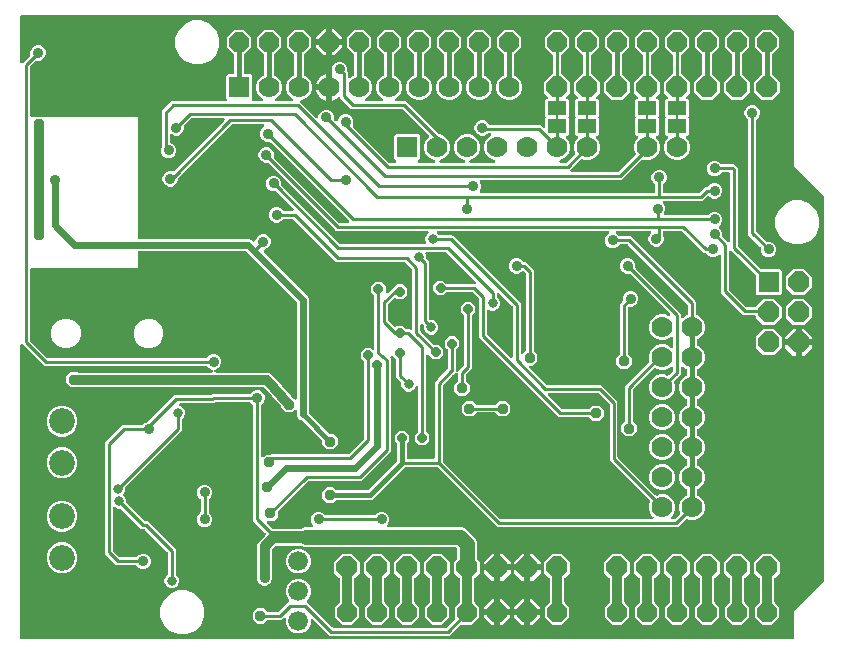
<source format=gbr>
G04 EAGLE Gerber RS-274X export*
G75*
%MOMM*%
%FSLAX34Y34*%
%LPD*%
%INBottom Copper*%
%IPPOS*%
%AMOC8*
5,1,8,0,0,1.08239X$1,22.5*%
G01*
%ADD10P,1.814519X8X22.500000*%
%ADD11P,1.924489X8X22.500000*%
%ADD12R,1.778000X1.778000*%
%ADD13P,1.924489X8X292.500000*%
%ADD14C,1.778000*%
%ADD15P,1.924489X8X112.500000*%
%ADD16C,2.184400*%
%ADD17C,1.676400*%
%ADD18R,1.600200X1.168400*%
%ADD19R,0.203200X0.635000*%
%ADD20P,0.981078X8X22.500000*%
%ADD21P,0.866020X8X22.500000*%
%ADD22C,0.254000*%
%ADD23C,0.406400*%
%ADD24C,0.609600*%
%ADD25C,0.906400*%
%ADD26C,0.812800*%
%ADD27C,0.600000*%
%ADD28C,0.800100*%
%ADD29C,1.270000*%
%ADD30C,1.016000*%

G36*
X656708Y2556D02*
X656708Y2556D01*
X656827Y2563D01*
X656865Y2576D01*
X656906Y2581D01*
X657016Y2624D01*
X657129Y2661D01*
X657164Y2683D01*
X657201Y2698D01*
X657297Y2767D01*
X657398Y2831D01*
X657426Y2861D01*
X657459Y2884D01*
X657535Y2976D01*
X657616Y3063D01*
X657636Y3098D01*
X657661Y3129D01*
X657712Y3237D01*
X657770Y3341D01*
X657780Y3381D01*
X657797Y3417D01*
X657819Y3534D01*
X657849Y3649D01*
X657853Y3709D01*
X657857Y3729D01*
X657855Y3750D01*
X657859Y3810D01*
X657859Y26452D01*
X682888Y51481D01*
X682948Y51559D01*
X683016Y51631D01*
X683045Y51684D01*
X683082Y51732D01*
X683122Y51823D01*
X683170Y51910D01*
X683185Y51968D01*
X683209Y52024D01*
X683224Y52122D01*
X683249Y52217D01*
X683255Y52318D01*
X683259Y52338D01*
X683257Y52350D01*
X683259Y52378D01*
X683259Y376882D01*
X683247Y376980D01*
X683244Y377079D01*
X683227Y377137D01*
X683219Y377197D01*
X683183Y377289D01*
X683155Y377385D01*
X683125Y377437D01*
X683102Y377493D01*
X683044Y377573D01*
X682994Y377658D01*
X682928Y377734D01*
X682916Y377750D01*
X682906Y377758D01*
X682888Y377779D01*
X657859Y402808D01*
X657859Y516582D01*
X657847Y516680D01*
X657844Y516779D01*
X657832Y516820D01*
X657832Y516824D01*
X657827Y516840D01*
X657819Y516897D01*
X657783Y516989D01*
X657755Y517085D01*
X657737Y517115D01*
X657734Y517126D01*
X657720Y517147D01*
X657702Y517193D01*
X657644Y517273D01*
X657594Y517358D01*
X657569Y517387D01*
X657564Y517395D01*
X657552Y517406D01*
X657528Y517434D01*
X657516Y517450D01*
X657506Y517458D01*
X657488Y517479D01*
X644479Y530488D01*
X644401Y530548D01*
X644329Y530616D01*
X644276Y530645D01*
X644228Y530682D01*
X644137Y530722D01*
X644050Y530770D01*
X643992Y530785D01*
X643936Y530809D01*
X643838Y530824D01*
X643743Y530849D01*
X643642Y530855D01*
X643622Y530859D01*
X643610Y530857D01*
X643582Y530859D01*
X3810Y530859D01*
X3692Y530844D01*
X3573Y530837D01*
X3535Y530824D01*
X3494Y530819D01*
X3384Y530776D01*
X3271Y530739D01*
X3236Y530717D01*
X3199Y530702D01*
X3103Y530633D01*
X3002Y530569D01*
X2974Y530539D01*
X2941Y530516D01*
X2865Y530424D01*
X2784Y530337D01*
X2764Y530302D01*
X2739Y530271D01*
X2688Y530163D01*
X2630Y530059D01*
X2620Y530019D01*
X2603Y529983D01*
X2581Y529866D01*
X2551Y529751D01*
X2547Y529691D01*
X2543Y529671D01*
X2545Y529650D01*
X2541Y529590D01*
X2541Y491606D01*
X2558Y491468D01*
X2571Y491329D01*
X2578Y491310D01*
X2581Y491290D01*
X2632Y491161D01*
X2679Y491030D01*
X2690Y491013D01*
X2698Y490995D01*
X2779Y490882D01*
X2857Y490767D01*
X2873Y490754D01*
X2884Y490737D01*
X2992Y490648D01*
X3096Y490556D01*
X3114Y490547D01*
X3129Y490534D01*
X3255Y490475D01*
X3379Y490412D01*
X3399Y490407D01*
X3417Y490399D01*
X3554Y490373D01*
X3689Y490342D01*
X3710Y490343D01*
X3729Y490339D01*
X3868Y490348D01*
X4007Y490352D01*
X4027Y490358D01*
X4047Y490359D01*
X4179Y490402D01*
X4313Y490440D01*
X4330Y490451D01*
X4349Y490457D01*
X4467Y490531D01*
X4587Y490602D01*
X4608Y490620D01*
X4618Y490627D01*
X4632Y490642D01*
X4707Y490708D01*
X6624Y492624D01*
X10844Y496844D01*
X10904Y496923D01*
X10972Y496995D01*
X11001Y497048D01*
X11038Y497096D01*
X11078Y497187D01*
X11126Y497273D01*
X11141Y497332D01*
X11165Y497387D01*
X11180Y497485D01*
X11205Y497581D01*
X11211Y497681D01*
X11215Y497702D01*
X11213Y497714D01*
X11215Y497742D01*
X11215Y500416D01*
X12215Y502829D01*
X14061Y504675D01*
X16474Y505675D01*
X19086Y505675D01*
X21499Y504675D01*
X23345Y502829D01*
X24345Y500416D01*
X24345Y497804D01*
X23345Y495391D01*
X21499Y493545D01*
X19086Y492545D01*
X16412Y492545D01*
X16314Y492533D01*
X16215Y492530D01*
X16156Y492513D01*
X16096Y492505D01*
X16004Y492469D01*
X15909Y492441D01*
X15857Y492411D01*
X15801Y492388D01*
X15721Y492330D01*
X15635Y492280D01*
X15560Y492214D01*
X15543Y492202D01*
X15535Y492192D01*
X15514Y492174D01*
X11294Y487954D01*
X11234Y487875D01*
X11166Y487803D01*
X11137Y487750D01*
X11100Y487702D01*
X11060Y487611D01*
X11012Y487525D01*
X10997Y487466D01*
X10973Y487411D01*
X10958Y487313D01*
X10933Y487217D01*
X10927Y487117D01*
X10923Y487096D01*
X10925Y487084D01*
X10923Y487056D01*
X10923Y446405D01*
X10938Y446287D01*
X10945Y446168D01*
X10958Y446130D01*
X10963Y446089D01*
X11006Y445979D01*
X11043Y445866D01*
X11065Y445831D01*
X11080Y445794D01*
X11149Y445698D01*
X11213Y445597D01*
X11243Y445569D01*
X11266Y445536D01*
X11358Y445460D01*
X11445Y445379D01*
X11480Y445359D01*
X11511Y445334D01*
X11619Y445283D01*
X11723Y445225D01*
X11763Y445215D01*
X11799Y445198D01*
X11916Y445176D01*
X12031Y445146D01*
X12091Y445142D01*
X12111Y445138D01*
X12132Y445140D01*
X12192Y445136D01*
X101863Y445136D01*
X102236Y444763D01*
X102236Y342900D01*
X102251Y342782D01*
X102258Y342663D01*
X102271Y342625D01*
X102276Y342584D01*
X102319Y342474D01*
X102356Y342361D01*
X102378Y342326D01*
X102393Y342289D01*
X102462Y342193D01*
X102526Y342092D01*
X102556Y342064D01*
X102579Y342031D01*
X102671Y341955D01*
X102758Y341874D01*
X102793Y341854D01*
X102824Y341829D01*
X102932Y341778D01*
X103036Y341720D01*
X103076Y341710D01*
X103112Y341693D01*
X103229Y341671D01*
X103344Y341641D01*
X103404Y341637D01*
X103424Y341633D01*
X103445Y341635D01*
X103505Y341631D01*
X196591Y341631D01*
X198458Y340857D01*
X199553Y339762D01*
X199592Y339732D01*
X199626Y339695D01*
X199718Y339635D01*
X199804Y339567D01*
X199850Y339547D01*
X199892Y339520D01*
X199995Y339484D01*
X200096Y339441D01*
X200145Y339433D01*
X200192Y339417D01*
X200302Y339408D01*
X200410Y339391D01*
X200460Y339396D01*
X200509Y339392D01*
X200618Y339410D01*
X200727Y339421D01*
X200774Y339438D01*
X200823Y339446D01*
X200923Y339491D01*
X201026Y339528D01*
X201067Y339556D01*
X201113Y339577D01*
X201198Y339645D01*
X201289Y339707D01*
X201322Y339744D01*
X201361Y339775D01*
X201427Y339863D01*
X201500Y339945D01*
X201523Y339990D01*
X201552Y340029D01*
X201623Y340174D01*
X202715Y342809D01*
X204561Y344655D01*
X206974Y345655D01*
X209586Y345655D01*
X211999Y344655D01*
X213845Y342809D01*
X214845Y340396D01*
X214845Y337784D01*
X213845Y335371D01*
X211999Y333525D01*
X209364Y332433D01*
X209321Y332409D01*
X209274Y332392D01*
X209183Y332330D01*
X209088Y332276D01*
X209052Y332241D01*
X209011Y332213D01*
X208938Y332131D01*
X208859Y332055D01*
X208833Y332012D01*
X208800Y331975D01*
X208750Y331877D01*
X208693Y331783D01*
X208678Y331736D01*
X208656Y331692D01*
X208632Y331584D01*
X208599Y331479D01*
X208597Y331430D01*
X208586Y331381D01*
X208589Y331271D01*
X208584Y331162D01*
X208594Y331113D01*
X208596Y331063D01*
X208626Y330958D01*
X208648Y330850D01*
X208670Y330806D01*
X208684Y330758D01*
X208740Y330663D01*
X208788Y330565D01*
X208820Y330527D01*
X208846Y330484D01*
X208952Y330363D01*
X246307Y293008D01*
X247081Y291141D01*
X247081Y194193D01*
X247093Y194095D01*
X247096Y193996D01*
X247102Y193976D01*
X247103Y193961D01*
X247115Y193925D01*
X247121Y193878D01*
X247157Y193786D01*
X247185Y193691D01*
X247198Y193668D01*
X247201Y193658D01*
X247218Y193631D01*
X247238Y193582D01*
X247296Y193502D01*
X247346Y193417D01*
X247412Y193341D01*
X247424Y193325D01*
X247434Y193317D01*
X247452Y193296D01*
X263812Y176936D01*
X263890Y176876D01*
X263962Y176808D01*
X264015Y176779D01*
X264063Y176742D01*
X264154Y176702D01*
X264241Y176654D01*
X264299Y176639D01*
X264355Y176615D01*
X264453Y176600D01*
X264549Y176575D01*
X264649Y176569D01*
X264669Y176565D01*
X264681Y176567D01*
X264709Y176565D01*
X267719Y176565D01*
X271565Y172719D01*
X271565Y167281D01*
X267719Y163435D01*
X262281Y163435D01*
X258435Y167281D01*
X258435Y170291D01*
X258423Y170389D01*
X258420Y170488D01*
X258403Y170546D01*
X258395Y170606D01*
X258359Y170698D01*
X258331Y170793D01*
X258301Y170846D01*
X258278Y170902D01*
X258220Y170982D01*
X258170Y171067D01*
X258104Y171143D01*
X258092Y171159D01*
X258082Y171167D01*
X258064Y171188D01*
X241704Y187548D01*
X241626Y187608D01*
X241554Y187676D01*
X241501Y187705D01*
X241453Y187742D01*
X241362Y187782D01*
X241275Y187830D01*
X241217Y187845D01*
X241161Y187869D01*
X241080Y187882D01*
X239122Y188693D01*
X237693Y190122D01*
X236919Y191989D01*
X236919Y195871D01*
X236902Y196009D01*
X236889Y196148D01*
X236882Y196167D01*
X236879Y196187D01*
X236828Y196316D01*
X236781Y196447D01*
X236770Y196464D01*
X236762Y196482D01*
X236681Y196595D01*
X236603Y196710D01*
X236587Y196723D01*
X236576Y196740D01*
X236468Y196829D01*
X236364Y196920D01*
X236346Y196930D01*
X236331Y196943D01*
X236205Y197002D01*
X236081Y197065D01*
X236061Y197069D01*
X236043Y197078D01*
X235907Y197104D01*
X235771Y197135D01*
X235750Y197134D01*
X235731Y197138D01*
X235592Y197129D01*
X235453Y197125D01*
X235433Y197119D01*
X235413Y197118D01*
X235281Y197075D01*
X235147Y197037D01*
X235130Y197026D01*
X235111Y197020D01*
X234993Y196945D01*
X234873Y196875D01*
X234852Y196856D01*
X234842Y196850D01*
X234828Y196835D01*
X234753Y196769D01*
X232799Y194815D01*
X227361Y194815D01*
X223515Y198661D01*
X223515Y199135D01*
X223508Y199193D01*
X223510Y199251D01*
X223488Y199350D01*
X223475Y199450D01*
X223454Y199505D01*
X223441Y199562D01*
X223396Y199652D01*
X223358Y199746D01*
X223324Y199793D01*
X223298Y199845D01*
X223199Y199973D01*
X209211Y215882D01*
X209107Y215974D01*
X209005Y216070D01*
X208988Y216080D01*
X208973Y216093D01*
X208849Y216156D01*
X208727Y216224D01*
X208708Y216229D01*
X208690Y216238D01*
X208554Y216268D01*
X208419Y216303D01*
X208391Y216305D01*
X208380Y216307D01*
X208359Y216307D01*
X208258Y216313D01*
X51713Y216313D01*
X51615Y216301D01*
X51516Y216298D01*
X51457Y216281D01*
X51397Y216273D01*
X51305Y216237D01*
X51210Y216209D01*
X51158Y216179D01*
X51102Y216156D01*
X51022Y216098D01*
X50936Y216048D01*
X50861Y215982D01*
X50844Y215970D01*
X50837Y215960D01*
X50815Y215941D01*
X50719Y215845D01*
X45281Y215845D01*
X41435Y219691D01*
X41435Y225129D01*
X45281Y228975D01*
X50719Y228975D01*
X50815Y228879D01*
X50894Y228818D01*
X50966Y228750D01*
X51019Y228721D01*
X51067Y228684D01*
X51158Y228644D01*
X51244Y228596D01*
X51303Y228581D01*
X51358Y228557D01*
X51457Y228542D01*
X51552Y228517D01*
X51652Y228511D01*
X51673Y228507D01*
X51685Y228509D01*
X51713Y228507D01*
X164522Y228507D01*
X164591Y228515D01*
X164661Y228514D01*
X164749Y228535D01*
X164838Y228547D01*
X164903Y228572D01*
X164970Y228589D01*
X165050Y228631D01*
X165133Y228664D01*
X165190Y228705D01*
X165252Y228737D01*
X165318Y228798D01*
X165391Y228850D01*
X165435Y228904D01*
X165487Y228951D01*
X165536Y229026D01*
X165594Y229095D01*
X165623Y229159D01*
X165662Y229217D01*
X165691Y229302D01*
X165729Y229383D01*
X165742Y229452D01*
X165765Y229518D01*
X165772Y229607D01*
X165789Y229695D01*
X165785Y229765D01*
X165790Y229835D01*
X165775Y229923D01*
X165769Y230013D01*
X165748Y230079D01*
X165736Y230148D01*
X165699Y230230D01*
X165671Y230315D01*
X165634Y230374D01*
X165605Y230438D01*
X165549Y230508D01*
X165501Y230584D01*
X165450Y230632D01*
X165406Y230686D01*
X165335Y230741D01*
X165269Y230802D01*
X165208Y230836D01*
X165152Y230878D01*
X165008Y230949D01*
X162651Y231925D01*
X160761Y233816D01*
X160682Y233876D01*
X160610Y233944D01*
X160557Y233973D01*
X160509Y234010D01*
X160418Y234050D01*
X160332Y234098D01*
X160273Y234113D01*
X160217Y234137D01*
X160119Y234152D01*
X160024Y234177D01*
X159924Y234183D01*
X159903Y234187D01*
X159891Y234185D01*
X159863Y234187D01*
X22762Y234187D01*
X4707Y252242D01*
X4618Y252311D01*
X4588Y252340D01*
X4571Y252349D01*
X4491Y252416D01*
X4472Y252424D01*
X4456Y252437D01*
X4328Y252492D01*
X4203Y252551D01*
X4183Y252555D01*
X4164Y252563D01*
X4026Y252585D01*
X3890Y252611D01*
X3870Y252610D01*
X3850Y252613D01*
X3711Y252600D01*
X3573Y252591D01*
X3554Y252585D01*
X3534Y252583D01*
X3402Y252536D01*
X3271Y252493D01*
X3253Y252482D01*
X3234Y252475D01*
X3119Y252397D01*
X3002Y252323D01*
X2988Y252308D01*
X2971Y252297D01*
X2879Y252193D01*
X2784Y252091D01*
X2774Y252074D01*
X2761Y252058D01*
X2697Y251935D01*
X2630Y251813D01*
X2625Y251793D01*
X2616Y251775D01*
X2586Y251639D01*
X2551Y251505D01*
X2549Y251477D01*
X2546Y251465D01*
X2547Y251444D01*
X2544Y251399D01*
X2543Y251394D01*
X2544Y251389D01*
X2541Y251344D01*
X2541Y3810D01*
X2556Y3692D01*
X2563Y3573D01*
X2576Y3535D01*
X2581Y3494D01*
X2624Y3384D01*
X2661Y3271D01*
X2683Y3236D01*
X2698Y3199D01*
X2767Y3103D01*
X2831Y3002D01*
X2861Y2974D01*
X2884Y2941D01*
X2976Y2865D01*
X3063Y2784D01*
X3098Y2764D01*
X3129Y2739D01*
X3237Y2688D01*
X3341Y2630D01*
X3381Y2620D01*
X3417Y2603D01*
X3534Y2581D01*
X3649Y2551D01*
X3709Y2547D01*
X3729Y2543D01*
X3750Y2545D01*
X3810Y2541D01*
X656590Y2541D01*
X656708Y2556D01*
G37*
%LPC*%
G36*
X264632Y5697D02*
X264632Y5697D01*
X262326Y8004D01*
X250581Y19748D01*
X250472Y19833D01*
X250365Y19922D01*
X250346Y19930D01*
X250330Y19943D01*
X250202Y19998D01*
X250077Y20057D01*
X250057Y20061D01*
X250038Y20069D01*
X249900Y20091D01*
X249764Y20117D01*
X249744Y20116D01*
X249724Y20119D01*
X249585Y20106D01*
X249447Y20097D01*
X249428Y20091D01*
X249408Y20089D01*
X249276Y20042D01*
X249145Y19999D01*
X249127Y19988D01*
X249108Y19981D01*
X248993Y19903D01*
X248876Y19829D01*
X248862Y19814D01*
X248845Y19803D01*
X248753Y19699D01*
X248658Y19597D01*
X248648Y19580D01*
X248635Y19564D01*
X248571Y19440D01*
X248504Y19319D01*
X248499Y19299D01*
X248490Y19281D01*
X248460Y19145D01*
X248425Y19011D01*
X248423Y18983D01*
X248420Y18971D01*
X248421Y18950D01*
X248415Y18850D01*
X248415Y15928D01*
X246829Y12101D01*
X243899Y9171D01*
X240072Y7585D01*
X235928Y7585D01*
X232101Y9171D01*
X229171Y12101D01*
X227585Y15928D01*
X227585Y19850D01*
X227568Y19988D01*
X227555Y20127D01*
X227548Y20146D01*
X227545Y20166D01*
X227494Y20295D01*
X227447Y20426D01*
X227436Y20443D01*
X227428Y20461D01*
X227347Y20574D01*
X227269Y20689D01*
X227253Y20702D01*
X227242Y20719D01*
X227134Y20808D01*
X227030Y20900D01*
X227012Y20909D01*
X226997Y20922D01*
X226871Y20981D01*
X226747Y21044D01*
X226727Y21049D01*
X226709Y21057D01*
X226572Y21083D01*
X226437Y21114D01*
X226416Y21113D01*
X226397Y21117D01*
X226258Y21108D01*
X226119Y21104D01*
X226099Y21098D01*
X226079Y21097D01*
X225947Y21054D01*
X225813Y21016D01*
X225796Y21005D01*
X225777Y20999D01*
X225659Y20925D01*
X225539Y20854D01*
X225518Y20836D01*
X225508Y20829D01*
X225494Y20814D01*
X225419Y20748D01*
X223868Y19197D01*
X212507Y19197D01*
X212409Y19185D01*
X212310Y19182D01*
X212251Y19165D01*
X212191Y19157D01*
X212099Y19121D01*
X212004Y19093D01*
X211952Y19063D01*
X211896Y19040D01*
X211816Y18982D01*
X211730Y18932D01*
X211655Y18866D01*
X211638Y18854D01*
X211631Y18844D01*
X211609Y18826D01*
X208719Y15935D01*
X203281Y15935D01*
X199435Y19781D01*
X199435Y25219D01*
X203281Y29065D01*
X208719Y29065D01*
X211609Y26174D01*
X211688Y26114D01*
X211760Y26046D01*
X211813Y26017D01*
X211861Y25980D01*
X211952Y25940D01*
X212038Y25892D01*
X212097Y25877D01*
X212153Y25853D01*
X212251Y25838D01*
X212346Y25813D01*
X212446Y25807D01*
X212467Y25803D01*
X212479Y25805D01*
X212507Y25803D01*
X220606Y25803D01*
X220704Y25815D01*
X220803Y25818D01*
X220862Y25835D01*
X220922Y25843D01*
X221014Y25879D01*
X221109Y25907D01*
X221161Y25937D01*
X221217Y25960D01*
X221297Y26018D01*
X221383Y26068D01*
X221458Y26134D01*
X221475Y26146D01*
X221483Y26156D01*
X221504Y26174D01*
X229706Y34377D01*
X229749Y34394D01*
X229880Y34441D01*
X229897Y34452D01*
X229916Y34460D01*
X230028Y34541D01*
X230143Y34619D01*
X230157Y34635D01*
X230173Y34646D01*
X230262Y34754D01*
X230354Y34858D01*
X230363Y34876D01*
X230376Y34891D01*
X230435Y35017D01*
X230498Y35141D01*
X230503Y35161D01*
X230511Y35179D01*
X230537Y35316D01*
X230568Y35451D01*
X230567Y35472D01*
X230571Y35491D01*
X230562Y35630D01*
X230558Y35769D01*
X230553Y35789D01*
X230551Y35809D01*
X230509Y35941D01*
X230470Y36075D01*
X230460Y36092D01*
X230453Y36111D01*
X230379Y36229D01*
X230308Y36349D01*
X230290Y36370D01*
X230283Y36380D01*
X230268Y36394D01*
X230202Y36469D01*
X229171Y37501D01*
X227585Y41328D01*
X227585Y45472D01*
X229171Y49299D01*
X232101Y52229D01*
X235928Y53815D01*
X240072Y53815D01*
X243899Y52229D01*
X246829Y49299D01*
X248415Y45472D01*
X248415Y41328D01*
X246829Y37501D01*
X245397Y36069D01*
X245324Y35974D01*
X245245Y35885D01*
X245227Y35849D01*
X245202Y35817D01*
X245155Y35708D01*
X245101Y35602D01*
X245092Y35563D01*
X245076Y35525D01*
X245057Y35408D01*
X245031Y35292D01*
X245032Y35251D01*
X245026Y35211D01*
X245037Y35093D01*
X245041Y34974D01*
X245052Y34935D01*
X245056Y34895D01*
X245096Y34783D01*
X245129Y34668D01*
X245150Y34634D01*
X245163Y34595D01*
X245230Y34497D01*
X245291Y34394D01*
X245331Y34349D01*
X245342Y34332D01*
X245357Y34319D01*
X245397Y34274D01*
X266996Y12674D01*
X267075Y12614D01*
X267147Y12546D01*
X267200Y12517D01*
X267248Y12480D01*
X267339Y12440D01*
X267425Y12392D01*
X267484Y12377D01*
X267539Y12353D01*
X267637Y12338D01*
X267733Y12313D01*
X267833Y12307D01*
X267854Y12303D01*
X267866Y12305D01*
X267894Y12303D01*
X362706Y12303D01*
X362804Y12315D01*
X362903Y12318D01*
X362962Y12335D01*
X363022Y12343D01*
X363114Y12379D01*
X363209Y12407D01*
X363261Y12437D01*
X363317Y12460D01*
X363397Y12518D01*
X363483Y12568D01*
X363558Y12634D01*
X363575Y12646D01*
X363583Y12656D01*
X363604Y12674D01*
X370403Y19474D01*
X370476Y19568D01*
X370555Y19657D01*
X370573Y19693D01*
X370598Y19725D01*
X370645Y19834D01*
X370699Y19940D01*
X370708Y19980D01*
X370724Y20017D01*
X370743Y20135D01*
X370769Y20251D01*
X370768Y20291D01*
X370774Y20331D01*
X370763Y20450D01*
X370759Y20568D01*
X370748Y20607D01*
X370744Y20647D01*
X370704Y20760D01*
X370671Y20874D01*
X370650Y20909D01*
X370637Y20947D01*
X370585Y21022D01*
X370585Y29714D01*
X374532Y33660D01*
X374592Y33738D01*
X374660Y33811D01*
X374689Y33864D01*
X374726Y33911D01*
X374766Y34002D01*
X374814Y34089D01*
X374829Y34148D01*
X374853Y34203D01*
X374868Y34301D01*
X374893Y34397D01*
X374899Y34497D01*
X374903Y34517D01*
X374901Y34530D01*
X374903Y34558D01*
X374903Y53624D01*
X374891Y53722D01*
X374888Y53821D01*
X374871Y53879D01*
X374863Y53939D01*
X374827Y54032D01*
X374799Y54127D01*
X374769Y54179D01*
X374746Y54235D01*
X374688Y54315D01*
X374638Y54401D01*
X374572Y54476D01*
X374560Y54493D01*
X374550Y54500D01*
X374532Y54521D01*
X370077Y58976D01*
X370077Y68024D01*
X372246Y70193D01*
X372306Y70271D01*
X372374Y70343D01*
X372397Y70384D01*
X372410Y70400D01*
X372415Y70411D01*
X372440Y70444D01*
X372480Y70535D01*
X372528Y70621D01*
X372543Y70680D01*
X372567Y70736D01*
X372582Y70834D01*
X372607Y70929D01*
X372613Y71029D01*
X372617Y71050D01*
X372615Y71062D01*
X372617Y71090D01*
X372617Y78919D01*
X372605Y79017D01*
X372602Y79116D01*
X372585Y79175D01*
X372577Y79235D01*
X372541Y79327D01*
X372513Y79422D01*
X372483Y79474D01*
X372460Y79530D01*
X372402Y79611D01*
X372352Y79696D01*
X372286Y79771D01*
X372274Y79788D01*
X372264Y79796D01*
X372246Y79817D01*
X371817Y80246D01*
X371738Y80306D01*
X371666Y80374D01*
X371613Y80403D01*
X371565Y80440D01*
X371475Y80480D01*
X371388Y80528D01*
X371329Y80543D01*
X371274Y80567D01*
X371176Y80582D01*
X371080Y80607D01*
X370980Y80613D01*
X370960Y80617D01*
X370947Y80615D01*
X370919Y80617D01*
X243333Y80617D01*
X240500Y81791D01*
X240491Y81793D01*
X240483Y81798D01*
X240338Y81835D01*
X240193Y81875D01*
X240184Y81875D01*
X240175Y81877D01*
X240014Y81887D01*
X219305Y81887D01*
X219207Y81875D01*
X219108Y81872D01*
X219050Y81855D01*
X218990Y81847D01*
X218897Y81811D01*
X218802Y81783D01*
X218750Y81753D01*
X218694Y81730D01*
X218614Y81672D01*
X218528Y81622D01*
X218453Y81556D01*
X218437Y81544D01*
X218429Y81534D01*
X218408Y81516D01*
X216018Y79126D01*
X215958Y79048D01*
X215890Y78976D01*
X215861Y78923D01*
X215824Y78875D01*
X215784Y78784D01*
X215736Y78698D01*
X215721Y78639D01*
X215697Y78583D01*
X215682Y78485D01*
X215657Y78390D01*
X215651Y78289D01*
X215647Y78269D01*
X215649Y78257D01*
X215647Y78229D01*
X215647Y57298D01*
X215648Y57289D01*
X215647Y57280D01*
X215668Y57131D01*
X215687Y56983D01*
X215690Y56974D01*
X215691Y56965D01*
X215743Y56812D01*
X216115Y55916D01*
X216115Y53304D01*
X215115Y50891D01*
X213269Y49045D01*
X210856Y48045D01*
X208244Y48045D01*
X205831Y49045D01*
X203985Y50891D01*
X202985Y53304D01*
X202985Y55916D01*
X203357Y56812D01*
X203359Y56821D01*
X203364Y56830D01*
X203401Y56973D01*
X203441Y57119D01*
X203441Y57128D01*
X203443Y57137D01*
X203453Y57298D01*
X203453Y82493D01*
X204381Y84734D01*
X206275Y86627D01*
X210046Y90398D01*
X210051Y90405D01*
X210059Y90411D01*
X210148Y90530D01*
X210241Y90649D01*
X210244Y90658D01*
X210250Y90665D01*
X210321Y90810D01*
X210476Y91185D01*
X210484Y91213D01*
X210497Y91240D01*
X210526Y91366D01*
X210560Y91492D01*
X210561Y91521D01*
X210567Y91550D01*
X210563Y91680D01*
X210565Y91810D01*
X210558Y91838D01*
X210557Y91868D01*
X210521Y91993D01*
X210491Y92119D01*
X210477Y92145D01*
X210469Y92173D01*
X210403Y92285D01*
X210342Y92400D01*
X210322Y92422D01*
X210308Y92447D01*
X210201Y92568D01*
X202204Y100566D01*
X199897Y102872D01*
X199897Y200503D01*
X199885Y200601D01*
X199882Y200700D01*
X199865Y200758D01*
X199857Y200819D01*
X199821Y200911D01*
X199793Y201006D01*
X199763Y201058D01*
X199740Y201114D01*
X199682Y201194D01*
X199632Y201280D01*
X199566Y201355D01*
X199554Y201372D01*
X199544Y201379D01*
X199526Y201401D01*
X197591Y203336D01*
X197512Y203396D01*
X197440Y203464D01*
X197387Y203493D01*
X197339Y203530D01*
X197248Y203570D01*
X197162Y203618D01*
X197103Y203633D01*
X197047Y203657D01*
X196949Y203672D01*
X196854Y203697D01*
X196754Y203703D01*
X196733Y203707D01*
X196721Y203705D01*
X196693Y203707D01*
X168264Y203707D01*
X168166Y203695D01*
X168067Y203692D01*
X168008Y203675D01*
X167948Y203667D01*
X167856Y203631D01*
X167761Y203603D01*
X167709Y203573D01*
X167653Y203550D01*
X167573Y203492D01*
X167487Y203442D01*
X167412Y203376D01*
X167395Y203364D01*
X167387Y203354D01*
X167366Y203336D01*
X166468Y202437D01*
X138416Y202437D01*
X138346Y202429D01*
X138277Y202430D01*
X138189Y202409D01*
X138100Y202397D01*
X138035Y202372D01*
X137967Y202355D01*
X137888Y202313D01*
X137804Y202280D01*
X137748Y202239D01*
X137686Y202207D01*
X137620Y202146D01*
X137547Y202094D01*
X137502Y202040D01*
X137451Y201993D01*
X137402Y201918D01*
X137344Y201849D01*
X137314Y201785D01*
X137276Y201727D01*
X137247Y201642D01*
X137209Y201561D01*
X137196Y201492D01*
X137173Y201426D01*
X137166Y201337D01*
X137149Y201249D01*
X137153Y201179D01*
X137148Y201109D01*
X137163Y201021D01*
X137169Y200931D01*
X137190Y200865D01*
X137202Y200796D01*
X137239Y200714D01*
X137267Y200629D01*
X137304Y200570D01*
X137333Y200506D01*
X137389Y200436D01*
X137437Y200360D01*
X137488Y200312D01*
X137531Y200258D01*
X137603Y200203D01*
X137668Y200142D01*
X137730Y200108D01*
X137785Y200066D01*
X137930Y199995D01*
X139308Y199425D01*
X141005Y197728D01*
X141923Y195510D01*
X141923Y193110D01*
X141005Y190892D01*
X139564Y189452D01*
X139504Y189374D01*
X139436Y189302D01*
X139407Y189249D01*
X139370Y189201D01*
X139330Y189110D01*
X139282Y189023D01*
X139267Y188965D01*
X139243Y188909D01*
X139228Y188811D01*
X139203Y188715D01*
X139197Y188615D01*
X139193Y188595D01*
X139195Y188583D01*
X139193Y188555D01*
X139193Y178972D01*
X91495Y131274D01*
X91434Y131196D01*
X91366Y131124D01*
X91337Y131071D01*
X91300Y131023D01*
X91261Y130932D01*
X91213Y130845D01*
X91198Y130787D01*
X91174Y130731D01*
X91158Y130633D01*
X91133Y130537D01*
X91127Y130437D01*
X91124Y130417D01*
X91125Y130405D01*
X91123Y130377D01*
X91123Y128340D01*
X90205Y126122D01*
X90075Y125993D01*
X90002Y125898D01*
X89923Y125809D01*
X89905Y125773D01*
X89880Y125741D01*
X89833Y125632D01*
X89778Y125526D01*
X89770Y125487D01*
X89754Y125449D01*
X89735Y125332D01*
X89709Y125216D01*
X89710Y125175D01*
X89704Y125135D01*
X89715Y125017D01*
X89718Y124898D01*
X89730Y124859D01*
X89733Y124819D01*
X89774Y124707D01*
X89807Y124592D01*
X89827Y124558D01*
X89841Y124519D01*
X89908Y124421D01*
X89968Y124318D01*
X90008Y124273D01*
X90020Y124256D01*
X90035Y124243D01*
X90075Y124198D01*
X91475Y122798D01*
X92393Y120580D01*
X92393Y118543D01*
X92406Y118445D01*
X92409Y118346D01*
X92425Y118288D01*
X92433Y118228D01*
X92470Y118136D01*
X92497Y118041D01*
X92528Y117988D01*
X92550Y117932D01*
X92608Y117852D01*
X92659Y117767D01*
X92725Y117691D01*
X92737Y117675D01*
X92746Y117667D01*
X92765Y117646D01*
X107676Y102734D01*
X107755Y102674D01*
X107827Y102606D01*
X107880Y102577D01*
X107928Y102540D01*
X108019Y102500D01*
X108105Y102452D01*
X108164Y102437D01*
X108219Y102413D01*
X108317Y102398D01*
X108413Y102373D01*
X108513Y102367D01*
X108534Y102363D01*
X108546Y102365D01*
X108574Y102363D01*
X110588Y102363D01*
X134113Y78838D01*
X134113Y57825D01*
X134125Y57727D01*
X134128Y57628D01*
X134145Y57570D01*
X134153Y57510D01*
X134189Y57418D01*
X134217Y57323D01*
X134247Y57270D01*
X134270Y57214D01*
X134328Y57134D01*
X134378Y57049D01*
X134444Y56973D01*
X134456Y56957D01*
X134466Y56949D01*
X134484Y56928D01*
X135925Y55488D01*
X136843Y53270D01*
X136843Y50870D01*
X135925Y48652D01*
X134228Y46955D01*
X132010Y46037D01*
X129610Y46037D01*
X127392Y46955D01*
X125695Y48652D01*
X124777Y50870D01*
X124777Y53270D01*
X125695Y55488D01*
X127136Y56928D01*
X127196Y57006D01*
X127264Y57078D01*
X127293Y57131D01*
X127330Y57179D01*
X127370Y57270D01*
X127418Y57357D01*
X127433Y57415D01*
X127457Y57471D01*
X127472Y57569D01*
X127497Y57665D01*
X127503Y57765D01*
X127507Y57785D01*
X127505Y57797D01*
X127507Y57825D01*
X127507Y75576D01*
X127495Y75674D01*
X127492Y75773D01*
X127475Y75832D01*
X127467Y75892D01*
X127431Y75984D01*
X127403Y76079D01*
X127373Y76131D01*
X127350Y76187D01*
X127292Y76267D01*
X127242Y76353D01*
X127176Y76428D01*
X127164Y76445D01*
X127154Y76453D01*
X127136Y76474D01*
X108224Y95386D01*
X108145Y95446D01*
X108073Y95514D01*
X108020Y95543D01*
X107972Y95580D01*
X107881Y95620D01*
X107795Y95668D01*
X107736Y95683D01*
X107681Y95707D01*
X107583Y95722D01*
X107487Y95747D01*
X107387Y95753D01*
X107366Y95757D01*
X107354Y95755D01*
X107326Y95757D01*
X105312Y95757D01*
X88094Y112975D01*
X88016Y113036D01*
X87944Y113104D01*
X87891Y113133D01*
X87843Y113170D01*
X87752Y113209D01*
X87665Y113257D01*
X87607Y113272D01*
X87551Y113296D01*
X87453Y113312D01*
X87357Y113337D01*
X87257Y113343D01*
X87237Y113346D01*
X87225Y113345D01*
X87197Y113347D01*
X85160Y113347D01*
X82942Y114265D01*
X82940Y114268D01*
X82830Y114353D01*
X82723Y114442D01*
X82704Y114451D01*
X82688Y114463D01*
X82560Y114519D01*
X82435Y114578D01*
X82415Y114581D01*
X82396Y114590D01*
X82259Y114611D01*
X82122Y114637D01*
X82102Y114636D01*
X82082Y114639D01*
X81944Y114626D01*
X81805Y114618D01*
X81786Y114611D01*
X81766Y114610D01*
X81635Y114563D01*
X81503Y114520D01*
X81485Y114509D01*
X81466Y114502D01*
X81352Y114424D01*
X81234Y114350D01*
X81220Y114335D01*
X81203Y114323D01*
X81111Y114219D01*
X81016Y114118D01*
X81006Y114100D01*
X80993Y114085D01*
X80929Y113961D01*
X80862Y113839D01*
X80857Y113820D01*
X80848Y113802D01*
X80818Y113666D01*
X80783Y113531D01*
X80781Y113503D01*
X80778Y113492D01*
X80779Y113471D01*
X80773Y113371D01*
X80773Y78094D01*
X80785Y77996D01*
X80788Y77897D01*
X80805Y77838D01*
X80813Y77778D01*
X80849Y77686D01*
X80877Y77591D01*
X80907Y77539D01*
X80930Y77483D01*
X80988Y77403D01*
X81038Y77317D01*
X81104Y77242D01*
X81116Y77225D01*
X81126Y77217D01*
X81144Y77196D01*
X86086Y72254D01*
X86165Y72194D01*
X86237Y72126D01*
X86290Y72097D01*
X86338Y72060D01*
X86429Y72020D01*
X86515Y71972D01*
X86574Y71957D01*
X86629Y71933D01*
X86727Y71918D01*
X86823Y71893D01*
X86923Y71887D01*
X86944Y71883D01*
X86956Y71885D01*
X86984Y71883D01*
X100173Y71883D01*
X100271Y71895D01*
X100370Y71898D01*
X100428Y71915D01*
X100489Y71923D01*
X100581Y71959D01*
X100676Y71987D01*
X100728Y72017D01*
X100784Y72040D01*
X100864Y72098D01*
X100950Y72148D01*
X101025Y72214D01*
X101042Y72226D01*
X101049Y72236D01*
X101071Y72254D01*
X102961Y74145D01*
X105374Y75145D01*
X107986Y75145D01*
X110399Y74145D01*
X112245Y72299D01*
X113245Y69886D01*
X113245Y67274D01*
X112245Y64861D01*
X110399Y63015D01*
X107986Y62015D01*
X105374Y62015D01*
X102961Y63015D01*
X101071Y64906D01*
X100992Y64966D01*
X100920Y65034D01*
X100867Y65063D01*
X100819Y65100D01*
X100728Y65140D01*
X100642Y65188D01*
X100583Y65203D01*
X100527Y65227D01*
X100429Y65242D01*
X100334Y65267D01*
X100234Y65273D01*
X100213Y65277D01*
X100201Y65275D01*
X100173Y65277D01*
X83722Y65277D01*
X74167Y74832D01*
X74167Y169008D01*
X88802Y183643D01*
X105253Y183643D01*
X105351Y183655D01*
X105450Y183658D01*
X105509Y183675D01*
X105569Y183683D01*
X105661Y183719D01*
X105756Y183747D01*
X105808Y183777D01*
X105864Y183800D01*
X105944Y183858D01*
X106030Y183908D01*
X106105Y183974D01*
X106122Y183986D01*
X106129Y183996D01*
X106151Y184014D01*
X108041Y185905D01*
X110454Y186905D01*
X110588Y186905D01*
X110686Y186917D01*
X110785Y186920D01*
X110844Y186937D01*
X110904Y186945D01*
X110996Y186981D01*
X111091Y187009D01*
X111143Y187039D01*
X111199Y187062D01*
X111279Y187120D01*
X111365Y187170D01*
X111440Y187236D01*
X111457Y187248D01*
X111465Y187258D01*
X111486Y187276D01*
X133252Y209043D01*
X163206Y209043D01*
X163304Y209055D01*
X163403Y209058D01*
X163462Y209075D01*
X163522Y209083D01*
X163614Y209119D01*
X163709Y209147D01*
X163761Y209177D01*
X163817Y209200D01*
X163897Y209258D01*
X163983Y209308D01*
X164058Y209374D01*
X164075Y209386D01*
X164083Y209396D01*
X164104Y209414D01*
X165002Y210313D01*
X196693Y210313D01*
X196791Y210325D01*
X196890Y210328D01*
X196948Y210345D01*
X197009Y210353D01*
X197101Y210389D01*
X197196Y210417D01*
X197248Y210447D01*
X197304Y210470D01*
X197384Y210528D01*
X197470Y210578D01*
X197545Y210644D01*
X197562Y210656D01*
X197569Y210666D01*
X197591Y210684D01*
X199481Y212575D01*
X201894Y213575D01*
X204506Y213575D01*
X206919Y212575D01*
X208765Y210729D01*
X209765Y208316D01*
X209765Y205704D01*
X208765Y203291D01*
X206874Y201401D01*
X206814Y201322D01*
X206746Y201250D01*
X206717Y201197D01*
X206680Y201149D01*
X206640Y201058D01*
X206592Y200972D01*
X206577Y200913D01*
X206553Y200857D01*
X206538Y200759D01*
X206513Y200664D01*
X206507Y200564D01*
X206503Y200543D01*
X206505Y200531D01*
X206503Y200503D01*
X206503Y158201D01*
X206520Y158063D01*
X206533Y157924D01*
X206540Y157905D01*
X206543Y157885D01*
X206594Y157756D01*
X206641Y157625D01*
X206652Y157608D01*
X206660Y157590D01*
X206741Y157477D01*
X206819Y157362D01*
X206835Y157349D01*
X206846Y157332D01*
X206954Y157243D01*
X207058Y157152D01*
X207076Y157142D01*
X207091Y157129D01*
X207217Y157070D01*
X207341Y157007D01*
X207361Y157003D01*
X207379Y156994D01*
X207515Y156968D01*
X207651Y156937D01*
X207672Y156938D01*
X207691Y156934D01*
X207830Y156943D01*
X207969Y156947D01*
X207989Y156953D01*
X208009Y156954D01*
X208141Y156997D01*
X208275Y157035D01*
X208292Y157046D01*
X208311Y157052D01*
X208429Y157127D01*
X208549Y157197D01*
X208570Y157216D01*
X208580Y157222D01*
X208594Y157237D01*
X208669Y157303D01*
X210421Y159055D01*
X214508Y159055D01*
X214606Y159067D01*
X214705Y159070D01*
X214764Y159087D01*
X214824Y159095D01*
X214916Y159131D01*
X215011Y159159D01*
X215063Y159189D01*
X215119Y159212D01*
X215199Y159270D01*
X215255Y159303D01*
X280106Y159303D01*
X280204Y159315D01*
X280303Y159318D01*
X280362Y159335D01*
X280422Y159343D01*
X280514Y159379D01*
X280609Y159407D01*
X280661Y159437D01*
X280717Y159460D01*
X280797Y159518D01*
X280883Y159568D01*
X280958Y159634D01*
X280975Y159646D01*
X280983Y159656D01*
X281004Y159674D01*
X293326Y171996D01*
X293386Y172075D01*
X293454Y172147D01*
X293483Y172200D01*
X293520Y172248D01*
X293560Y172339D01*
X293608Y172425D01*
X293623Y172484D01*
X293647Y172539D01*
X293662Y172637D01*
X293687Y172733D01*
X293693Y172833D01*
X293697Y172854D01*
X293695Y172866D01*
X293697Y172894D01*
X293697Y237245D01*
X293685Y237343D01*
X293682Y237442D01*
X293665Y237500D01*
X293657Y237560D01*
X293621Y237652D01*
X293593Y237747D01*
X293563Y237800D01*
X293540Y237856D01*
X293482Y237936D01*
X293432Y238021D01*
X293366Y238097D01*
X293354Y238113D01*
X293344Y238121D01*
X293326Y238142D01*
X290967Y240501D01*
X290967Y245499D01*
X294501Y249033D01*
X299499Y249033D01*
X300421Y248112D01*
X300530Y248027D01*
X300637Y247938D01*
X300656Y247929D01*
X300672Y247917D01*
X300799Y247862D01*
X300925Y247802D01*
X300945Y247799D01*
X300964Y247790D01*
X301102Y247769D01*
X301238Y247743D01*
X301258Y247744D01*
X301278Y247741D01*
X301417Y247754D01*
X301555Y247762D01*
X301574Y247769D01*
X301594Y247770D01*
X301726Y247818D01*
X301857Y247860D01*
X301875Y247871D01*
X301894Y247878D01*
X302009Y247956D01*
X302126Y248030D01*
X302140Y248045D01*
X302157Y248057D01*
X302249Y248161D01*
X302344Y248262D01*
X302354Y248280D01*
X302367Y248295D01*
X302431Y248419D01*
X302498Y248541D01*
X302503Y248560D01*
X302512Y248578D01*
X302542Y248714D01*
X302577Y248849D01*
X302579Y248877D01*
X302582Y248889D01*
X302581Y248909D01*
X302587Y249009D01*
X302587Y293245D01*
X302575Y293343D01*
X302572Y293442D01*
X302555Y293500D01*
X302547Y293560D01*
X302511Y293652D01*
X302483Y293747D01*
X302453Y293800D01*
X302430Y293856D01*
X302372Y293936D01*
X302322Y294021D01*
X302256Y294097D01*
X302244Y294113D01*
X302234Y294121D01*
X302216Y294142D01*
X299857Y296501D01*
X299857Y301499D01*
X303391Y305033D01*
X308389Y305033D01*
X311923Y301499D01*
X311923Y296658D01*
X311941Y296520D01*
X311954Y296382D01*
X311961Y296363D01*
X311963Y296343D01*
X312014Y296214D01*
X312061Y296083D01*
X312073Y296066D01*
X312080Y296047D01*
X312162Y295935D01*
X312240Y295819D01*
X312255Y295806D01*
X312267Y295790D01*
X312374Y295701D01*
X312478Y295609D01*
X312496Y295600D01*
X312512Y295587D01*
X312638Y295528D01*
X312762Y295464D01*
X312781Y295460D01*
X312800Y295451D01*
X312936Y295425D01*
X313072Y295395D01*
X313092Y295395D01*
X313112Y295392D01*
X313250Y295400D01*
X313390Y295404D01*
X313409Y295410D01*
X313429Y295411D01*
X313562Y295454D01*
X313695Y295493D01*
X313713Y295503D01*
X313732Y295509D01*
X313850Y295584D01*
X313969Y295654D01*
X313990Y295673D01*
X314001Y295679D01*
X314015Y295694D01*
X314090Y295761D01*
X318731Y300402D01*
X318747Y300407D01*
X318800Y300437D01*
X318856Y300460D01*
X318936Y300518D01*
X319021Y300568D01*
X319097Y300634D01*
X319113Y300646D01*
X319121Y300656D01*
X319142Y300674D01*
X321501Y303033D01*
X326499Y303033D01*
X330033Y299499D01*
X330033Y294501D01*
X326499Y290967D01*
X321501Y290967D01*
X320967Y291501D01*
X320873Y291574D01*
X320783Y291653D01*
X320747Y291671D01*
X320716Y291696D01*
X320606Y291743D01*
X320500Y291797D01*
X320461Y291806D01*
X320424Y291822D01*
X320306Y291841D01*
X320190Y291867D01*
X320150Y291866D01*
X320110Y291872D01*
X319991Y291861D01*
X319872Y291857D01*
X319833Y291846D01*
X319793Y291842D01*
X319681Y291802D01*
X319567Y291769D01*
X319532Y291748D01*
X319494Y291735D01*
X319395Y291668D01*
X319293Y291607D01*
X319247Y291568D01*
X319231Y291556D01*
X319217Y291541D01*
X319172Y291501D01*
X314674Y287004D01*
X314614Y286925D01*
X314546Y286853D01*
X314517Y286800D01*
X314480Y286752D01*
X314440Y286661D01*
X314392Y286575D01*
X314377Y286516D01*
X314353Y286461D01*
X314338Y286363D01*
X314313Y286267D01*
X314307Y286167D01*
X314303Y286146D01*
X314305Y286134D01*
X314303Y286106D01*
X314303Y272894D01*
X314315Y272796D01*
X314318Y272697D01*
X314327Y272665D01*
X314328Y272654D01*
X314336Y272628D01*
X314343Y272578D01*
X314379Y272486D01*
X314407Y272391D01*
X314421Y272366D01*
X314426Y272352D01*
X314443Y272325D01*
X314460Y272283D01*
X314518Y272203D01*
X314568Y272117D01*
X314590Y272092D01*
X314596Y272083D01*
X314609Y272071D01*
X314634Y272042D01*
X314646Y272025D01*
X314656Y272017D01*
X314674Y271996D01*
X319172Y267499D01*
X319266Y267426D01*
X319355Y267347D01*
X319391Y267329D01*
X319423Y267304D01*
X319533Y267257D01*
X319638Y267203D01*
X319678Y267194D01*
X319715Y267178D01*
X319833Y267159D01*
X319949Y267133D01*
X319989Y267134D01*
X320029Y267128D01*
X320148Y267139D01*
X320267Y267143D01*
X320305Y267154D01*
X320346Y267158D01*
X320458Y267198D01*
X320572Y267231D01*
X320607Y267252D01*
X320645Y267265D01*
X320743Y267332D01*
X320846Y267393D01*
X320891Y267432D01*
X320908Y267444D01*
X320922Y267459D01*
X320967Y267499D01*
X321501Y268033D01*
X326499Y268033D01*
X328858Y265674D01*
X328936Y265614D01*
X329008Y265546D01*
X329061Y265517D01*
X329109Y265480D01*
X329200Y265440D01*
X329287Y265392D01*
X329345Y265377D01*
X329401Y265353D01*
X329499Y265338D01*
X329595Y265313D01*
X329695Y265307D01*
X329715Y265303D01*
X329727Y265305D01*
X329755Y265303D01*
X332326Y265303D01*
X332530Y265099D01*
X332640Y265013D01*
X332747Y264925D01*
X332766Y264916D01*
X332782Y264904D01*
X332910Y264848D01*
X333035Y264789D01*
X333055Y264785D01*
X333074Y264777D01*
X333212Y264755D01*
X333348Y264729D01*
X333368Y264731D01*
X333388Y264728D01*
X333527Y264741D01*
X333665Y264749D01*
X333684Y264755D01*
X333704Y264757D01*
X333835Y264804D01*
X333967Y264847D01*
X333985Y264858D01*
X334004Y264865D01*
X334118Y264943D01*
X334236Y265017D01*
X334250Y265032D01*
X334267Y265044D01*
X334359Y265148D01*
X334454Y265249D01*
X334464Y265267D01*
X334477Y265282D01*
X334540Y265406D01*
X334608Y265528D01*
X334613Y265547D01*
X334622Y265565D01*
X334652Y265701D01*
X334687Y265835D01*
X334689Y265863D01*
X334692Y265875D01*
X334691Y265896D01*
X334697Y265996D01*
X334697Y315026D01*
X334685Y315124D01*
X334682Y315223D01*
X334665Y315282D01*
X334657Y315342D01*
X334621Y315434D01*
X334593Y315529D01*
X334563Y315581D01*
X334540Y315637D01*
X334482Y315717D01*
X334432Y315803D01*
X334366Y315878D01*
X334354Y315895D01*
X334344Y315903D01*
X334326Y315924D01*
X328804Y321446D01*
X328725Y321506D01*
X328653Y321574D01*
X328600Y321603D01*
X328552Y321640D01*
X328461Y321680D01*
X328375Y321728D01*
X328316Y321743D01*
X328261Y321767D01*
X328163Y321782D01*
X328067Y321807D01*
X327967Y321813D01*
X327946Y321817D01*
X327934Y321815D01*
X327906Y321817D01*
X270412Y321817D01*
X268106Y324123D01*
X268106Y324124D01*
X233954Y358276D01*
X233875Y358336D01*
X233803Y358404D01*
X233750Y358433D01*
X233702Y358470D01*
X233611Y358510D01*
X233525Y358558D01*
X233466Y358573D01*
X233411Y358597D01*
X233313Y358612D01*
X233217Y358637D01*
X233117Y358643D01*
X233097Y358647D01*
X233084Y358645D01*
X233056Y358647D01*
X226217Y358647D01*
X226119Y358635D01*
X226020Y358632D01*
X225962Y358615D01*
X225901Y358607D01*
X225809Y358571D01*
X225714Y358543D01*
X225662Y358513D01*
X225606Y358490D01*
X225526Y358432D01*
X225440Y358382D01*
X225365Y358316D01*
X225348Y358304D01*
X225341Y358294D01*
X225319Y358276D01*
X223429Y356385D01*
X221016Y355385D01*
X218404Y355385D01*
X215991Y356385D01*
X214145Y358231D01*
X213145Y360644D01*
X213145Y363256D01*
X214145Y365669D01*
X215991Y367515D01*
X218404Y368515D01*
X221016Y368515D01*
X223429Y367515D01*
X225319Y365624D01*
X225398Y365564D01*
X225470Y365496D01*
X225523Y365467D01*
X225571Y365430D01*
X225662Y365390D01*
X225748Y365342D01*
X225807Y365327D01*
X225863Y365303D01*
X225961Y365288D01*
X226056Y365263D01*
X226156Y365257D01*
X226177Y365253D01*
X226189Y365255D01*
X226217Y365253D01*
X232802Y365253D01*
X232940Y365270D01*
X233079Y365283D01*
X233098Y365290D01*
X233118Y365293D01*
X233247Y365344D01*
X233378Y365391D01*
X233395Y365402D01*
X233413Y365410D01*
X233526Y365491D01*
X233641Y365569D01*
X233654Y365585D01*
X233671Y365596D01*
X233759Y365704D01*
X233852Y365808D01*
X233861Y365826D01*
X233874Y365841D01*
X233933Y365967D01*
X233996Y366091D01*
X234001Y366111D01*
X234009Y366129D01*
X234035Y366265D01*
X234066Y366401D01*
X234065Y366422D01*
X234069Y366441D01*
X234060Y366580D01*
X234056Y366719D01*
X234050Y366739D01*
X234049Y366759D01*
X234006Y366891D01*
X233968Y367025D01*
X233957Y367042D01*
X233951Y367061D01*
X233877Y367179D01*
X233806Y367299D01*
X233788Y367320D01*
X233781Y367330D01*
X233766Y367344D01*
X233700Y367419D01*
X219436Y381684D01*
X219357Y381744D01*
X219285Y381812D01*
X219232Y381841D01*
X219184Y381878D01*
X219093Y381918D01*
X219007Y381966D01*
X218948Y381981D01*
X218893Y382005D01*
X218795Y382020D01*
X218699Y382045D01*
X218599Y382051D01*
X218578Y382055D01*
X218566Y382053D01*
X218538Y382055D01*
X215864Y382055D01*
X213451Y383055D01*
X211605Y384901D01*
X210605Y387314D01*
X210605Y389926D01*
X211605Y392339D01*
X213451Y394185D01*
X215864Y395185D01*
X218476Y395185D01*
X220889Y394185D01*
X222735Y392339D01*
X223735Y389926D01*
X223735Y387252D01*
X223747Y387154D01*
X223750Y387055D01*
X223767Y386996D01*
X223775Y386936D01*
X223811Y386844D01*
X223839Y386749D01*
X223869Y386697D01*
X223892Y386641D01*
X223950Y386561D01*
X224000Y386475D01*
X224066Y386400D01*
X224078Y386383D01*
X224088Y386375D01*
X224106Y386354D01*
X272776Y337684D01*
X272855Y337624D01*
X272927Y337556D01*
X272980Y337527D01*
X273028Y337490D01*
X273119Y337450D01*
X273205Y337402D01*
X273264Y337387D01*
X273319Y337363D01*
X273417Y337348D01*
X273513Y337323D01*
X273613Y337317D01*
X273634Y337313D01*
X273646Y337315D01*
X273674Y337313D01*
X345148Y337313D01*
X345198Y337319D01*
X345247Y337317D01*
X345355Y337339D01*
X345464Y337353D01*
X345510Y337371D01*
X345559Y337381D01*
X345657Y337429D01*
X345760Y337470D01*
X345800Y337499D01*
X345844Y337521D01*
X345928Y337592D01*
X346017Y337656D01*
X346049Y337695D01*
X346086Y337727D01*
X346150Y337817D01*
X346220Y337901D01*
X346241Y337946D01*
X346270Y337987D01*
X346309Y338090D01*
X346355Y338189D01*
X346365Y338238D01*
X346382Y338284D01*
X346394Y338394D01*
X346415Y338501D01*
X346412Y338551D01*
X346418Y338600D01*
X346402Y338709D01*
X346395Y338819D01*
X346380Y338866D01*
X346373Y338915D01*
X346321Y339068D01*
X345757Y340430D01*
X345757Y342830D01*
X346675Y345048D01*
X347948Y346321D01*
X348033Y346430D01*
X348122Y346537D01*
X348131Y346556D01*
X348143Y346572D01*
X348198Y346699D01*
X348258Y346825D01*
X348261Y346845D01*
X348270Y346864D01*
X348291Y347002D01*
X348317Y347138D01*
X348316Y347158D01*
X348319Y347178D01*
X348306Y347317D01*
X348298Y347455D01*
X348291Y347474D01*
X348290Y347494D01*
X348242Y347626D01*
X348200Y347757D01*
X348189Y347775D01*
X348182Y347794D01*
X348104Y347909D01*
X348030Y348026D01*
X348015Y348040D01*
X348003Y348057D01*
X347899Y348149D01*
X347798Y348244D01*
X347780Y348254D01*
X347765Y348267D01*
X347641Y348331D01*
X347519Y348398D01*
X347500Y348403D01*
X347482Y348412D01*
X347346Y348442D01*
X347211Y348477D01*
X347183Y348479D01*
X347171Y348482D01*
X347151Y348481D01*
X347051Y348487D01*
X270412Y348487D01*
X213086Y405814D01*
X213007Y405874D01*
X212935Y405942D01*
X212882Y405971D01*
X212834Y406008D01*
X212743Y406048D01*
X212657Y406096D01*
X212598Y406111D01*
X212543Y406135D01*
X212445Y406150D01*
X212349Y406175D01*
X212249Y406181D01*
X212228Y406185D01*
X212216Y406183D01*
X212188Y406185D01*
X209514Y406185D01*
X207101Y407185D01*
X205255Y409031D01*
X204255Y411444D01*
X204255Y414056D01*
X205255Y416469D01*
X207101Y418315D01*
X209514Y419315D01*
X212126Y419315D01*
X214539Y418315D01*
X216385Y416469D01*
X217385Y414056D01*
X217385Y411382D01*
X217397Y411284D01*
X217400Y411185D01*
X217417Y411126D01*
X217425Y411066D01*
X217461Y410974D01*
X217489Y410879D01*
X217519Y410827D01*
X217542Y410771D01*
X217600Y410691D01*
X217650Y410605D01*
X217716Y410530D01*
X217728Y410513D01*
X217738Y410505D01*
X217756Y410484D01*
X272776Y355464D01*
X272855Y355404D01*
X272927Y355336D01*
X272980Y355307D01*
X273028Y355270D01*
X273119Y355230D01*
X273205Y355182D01*
X273264Y355167D01*
X273319Y355143D01*
X273417Y355128D01*
X273513Y355103D01*
X273613Y355097D01*
X273634Y355093D01*
X273646Y355095D01*
X273674Y355093D01*
X279792Y355093D01*
X279930Y355110D01*
X280069Y355123D01*
X280088Y355130D01*
X280108Y355133D01*
X280237Y355184D01*
X280368Y355231D01*
X280385Y355242D01*
X280403Y355250D01*
X280516Y355331D01*
X280631Y355409D01*
X280644Y355425D01*
X280661Y355436D01*
X280749Y355544D01*
X280842Y355648D01*
X280851Y355666D01*
X280864Y355681D01*
X280923Y355807D01*
X280986Y355931D01*
X280991Y355951D01*
X280999Y355969D01*
X281025Y356105D01*
X281056Y356241D01*
X281055Y356262D01*
X281059Y356281D01*
X281050Y356420D01*
X281046Y356559D01*
X281040Y356579D01*
X281039Y356599D01*
X280996Y356731D01*
X280958Y356865D01*
X280947Y356882D01*
X280941Y356901D01*
X280867Y357019D01*
X280796Y357139D01*
X280778Y357160D01*
X280771Y357170D01*
X280756Y357184D01*
X280690Y357259D01*
X214356Y423594D01*
X214277Y423654D01*
X214205Y423722D01*
X214152Y423751D01*
X214104Y423788D01*
X214013Y423828D01*
X213927Y423876D01*
X213868Y423891D01*
X213813Y423915D01*
X213715Y423930D01*
X213619Y423955D01*
X213519Y423961D01*
X213498Y423965D01*
X213486Y423963D01*
X213458Y423965D01*
X210784Y423965D01*
X208371Y424965D01*
X206525Y426811D01*
X205525Y429224D01*
X205525Y431836D01*
X206525Y434249D01*
X208371Y436095D01*
X208661Y436215D01*
X208722Y436250D01*
X208787Y436276D01*
X208859Y436328D01*
X208938Y436373D01*
X208988Y436422D01*
X209044Y436462D01*
X209101Y436532D01*
X209166Y436594D01*
X209202Y436654D01*
X209247Y436707D01*
X209285Y436789D01*
X209332Y436865D01*
X209353Y436932D01*
X209382Y436995D01*
X209399Y437083D01*
X209426Y437169D01*
X209429Y437239D01*
X209442Y437308D01*
X209437Y437397D01*
X209441Y437487D01*
X209427Y437555D01*
X209423Y437625D01*
X209395Y437710D01*
X209377Y437798D01*
X209346Y437861D01*
X209324Y437927D01*
X209276Y438003D01*
X209237Y438084D01*
X209192Y438137D01*
X209154Y438196D01*
X209089Y438258D01*
X209031Y438326D01*
X208974Y438366D01*
X208923Y438414D01*
X208844Y438457D01*
X208771Y438509D01*
X208705Y438534D01*
X208644Y438568D01*
X208557Y438590D01*
X208473Y438622D01*
X208404Y438630D01*
X208336Y438647D01*
X208176Y438657D01*
X182234Y438657D01*
X182136Y438645D01*
X182037Y438642D01*
X181978Y438625D01*
X181918Y438617D01*
X181826Y438581D01*
X181731Y438553D01*
X181679Y438523D01*
X181623Y438500D01*
X181543Y438442D01*
X181457Y438392D01*
X181382Y438326D01*
X181365Y438314D01*
X181357Y438304D01*
X181336Y438286D01*
X136476Y393426D01*
X136416Y393347D01*
X136348Y393275D01*
X136319Y393222D01*
X136282Y393174D01*
X136242Y393083D01*
X136194Y392997D01*
X136179Y392938D01*
X136155Y392883D01*
X136140Y392785D01*
X136115Y392689D01*
X136109Y392589D01*
X136105Y392568D01*
X136107Y392556D01*
X136105Y392528D01*
X136105Y391124D01*
X135105Y388711D01*
X133259Y386865D01*
X130846Y385865D01*
X128234Y385865D01*
X125821Y386865D01*
X123975Y388711D01*
X122975Y391124D01*
X122975Y393736D01*
X123975Y396149D01*
X125821Y397995D01*
X128234Y398995D01*
X130846Y398995D01*
X131376Y398775D01*
X131405Y398767D01*
X131431Y398754D01*
X131558Y398725D01*
X131683Y398691D01*
X131712Y398691D01*
X131741Y398684D01*
X131871Y398688D01*
X132001Y398686D01*
X132030Y398693D01*
X132059Y398694D01*
X132184Y398730D01*
X132310Y398760D01*
X132336Y398774D01*
X132365Y398782D01*
X132476Y398848D01*
X132591Y398909D01*
X132613Y398929D01*
X132639Y398944D01*
X132759Y399050D01*
X175280Y441571D01*
X175365Y441680D01*
X175454Y441787D01*
X175462Y441806D01*
X175475Y441822D01*
X175530Y441950D01*
X175589Y442075D01*
X175593Y442095D01*
X175601Y442114D01*
X175623Y442252D01*
X175649Y442388D01*
X175648Y442408D01*
X175651Y442428D01*
X175638Y442567D01*
X175629Y442705D01*
X175623Y442724D01*
X175621Y442744D01*
X175574Y442876D01*
X175531Y443007D01*
X175520Y443025D01*
X175513Y443044D01*
X175435Y443159D01*
X175361Y443276D01*
X175346Y443290D01*
X175335Y443307D01*
X175231Y443399D01*
X175129Y443494D01*
X175112Y443504D01*
X175096Y443517D01*
X174973Y443580D01*
X174851Y443648D01*
X174831Y443653D01*
X174813Y443662D01*
X174677Y443692D01*
X174543Y443727D01*
X174515Y443729D01*
X174503Y443732D01*
X174482Y443731D01*
X174382Y443737D01*
X147944Y443737D01*
X147846Y443725D01*
X147747Y443722D01*
X147688Y443705D01*
X147628Y443697D01*
X147536Y443661D01*
X147441Y443633D01*
X147389Y443603D01*
X147333Y443580D01*
X147253Y443522D01*
X147167Y443472D01*
X147092Y443406D01*
X147075Y443394D01*
X147067Y443384D01*
X147046Y443366D01*
X141556Y437876D01*
X141496Y437797D01*
X141428Y437725D01*
X141399Y437672D01*
X141362Y437624D01*
X141322Y437533D01*
X141274Y437447D01*
X141259Y437388D01*
X141235Y437333D01*
X141220Y437235D01*
X141195Y437139D01*
X141189Y437039D01*
X141185Y437018D01*
X141187Y437006D01*
X141185Y436978D01*
X141185Y434304D01*
X140185Y431891D01*
X138339Y430045D01*
X135926Y429045D01*
X133314Y429045D01*
X130788Y430092D01*
X130740Y430105D01*
X130695Y430126D01*
X130587Y430147D01*
X130481Y430176D01*
X130431Y430176D01*
X130382Y430186D01*
X130273Y430179D01*
X130163Y430181D01*
X130115Y430169D01*
X130065Y430166D01*
X129961Y430132D01*
X129854Y430107D01*
X129810Y430083D01*
X129763Y430068D01*
X129670Y430009D01*
X129573Y429958D01*
X129536Y429925D01*
X129494Y429898D01*
X129419Y429818D01*
X129337Y429744D01*
X129310Y429702D01*
X129276Y429666D01*
X129223Y429570D01*
X129163Y429478D01*
X129146Y429431D01*
X129122Y429388D01*
X129095Y429281D01*
X129059Y429177D01*
X129055Y429128D01*
X129043Y429080D01*
X129033Y428919D01*
X129033Y424198D01*
X129036Y424169D01*
X129034Y424139D01*
X129056Y424011D01*
X129073Y423882D01*
X129083Y423855D01*
X129088Y423826D01*
X129142Y423707D01*
X129190Y423587D01*
X129207Y423563D01*
X129219Y423536D01*
X129300Y423434D01*
X129376Y423329D01*
X129399Y423310D01*
X129418Y423287D01*
X129521Y423209D01*
X129621Y423126D01*
X129648Y423114D01*
X129672Y423096D01*
X129816Y423025D01*
X131989Y422125D01*
X133835Y420279D01*
X134835Y417866D01*
X134835Y415254D01*
X133835Y412841D01*
X131989Y410995D01*
X129576Y409995D01*
X126964Y409995D01*
X124551Y410995D01*
X122705Y412841D01*
X121705Y415254D01*
X121705Y417866D01*
X122331Y419376D01*
X122333Y419385D01*
X122338Y419393D01*
X122375Y419538D01*
X122415Y419682D01*
X122415Y419692D01*
X122417Y419701D01*
X122427Y419861D01*
X122427Y449678D01*
X130712Y457963D01*
X176178Y457963D01*
X176316Y457980D01*
X176455Y457993D01*
X176474Y458000D01*
X176494Y458003D01*
X176623Y458054D01*
X176754Y458101D01*
X176771Y458112D01*
X176790Y458120D01*
X176902Y458201D01*
X177017Y458279D01*
X177031Y458295D01*
X177047Y458306D01*
X177135Y458413D01*
X177228Y458518D01*
X177237Y458536D01*
X177250Y458551D01*
X177309Y458677D01*
X177372Y458801D01*
X177377Y458821D01*
X177385Y458839D01*
X177411Y458975D01*
X177442Y459111D01*
X177441Y459132D01*
X177445Y459151D01*
X177436Y459290D01*
X177432Y459429D01*
X177427Y459449D01*
X177425Y459469D01*
X177382Y459601D01*
X177344Y459735D01*
X177333Y459752D01*
X177327Y459771D01*
X177253Y459889D01*
X177182Y460009D01*
X177164Y460030D01*
X177157Y460040D01*
X177142Y460054D01*
X177076Y460130D01*
X177037Y460168D01*
X177037Y479632D01*
X178228Y480823D01*
X182626Y480823D01*
X182744Y480838D01*
X182863Y480845D01*
X182901Y480858D01*
X182942Y480863D01*
X183052Y480906D01*
X183165Y480943D01*
X183200Y480965D01*
X183237Y480980D01*
X183333Y481049D01*
X183434Y481113D01*
X183462Y481143D01*
X183495Y481166D01*
X183571Y481258D01*
X183652Y481345D01*
X183672Y481380D01*
X183697Y481411D01*
X183748Y481519D01*
X183806Y481623D01*
X183816Y481663D01*
X183833Y481699D01*
X183855Y481816D01*
X183885Y481931D01*
X183889Y481991D01*
X183893Y482011D01*
X183891Y482032D01*
X183895Y482092D01*
X183895Y496810D01*
X183883Y496909D01*
X183880Y497008D01*
X183863Y497066D01*
X183855Y497126D01*
X183819Y497218D01*
X183791Y497313D01*
X183761Y497365D01*
X183738Y497422D01*
X183680Y497502D01*
X183630Y497587D01*
X183564Y497662D01*
X183552Y497679D01*
X183542Y497687D01*
X183524Y497708D01*
X177545Y503686D01*
X177545Y512314D01*
X183646Y518415D01*
X192274Y518415D01*
X198375Y512314D01*
X198375Y503686D01*
X192396Y497708D01*
X192336Y497630D01*
X192268Y497557D01*
X192239Y497504D01*
X192202Y497457D01*
X192162Y497366D01*
X192114Y497279D01*
X192099Y497220D01*
X192075Y497165D01*
X192060Y497067D01*
X192035Y496971D01*
X192029Y496871D01*
X192025Y496851D01*
X192027Y496838D01*
X192025Y496810D01*
X192025Y482092D01*
X192040Y481974D01*
X192047Y481855D01*
X192060Y481817D01*
X192065Y481776D01*
X192108Y481666D01*
X192145Y481553D01*
X192167Y481518D01*
X192182Y481481D01*
X192251Y481385D01*
X192315Y481284D01*
X192345Y481256D01*
X192368Y481223D01*
X192460Y481147D01*
X192547Y481066D01*
X192582Y481046D01*
X192613Y481021D01*
X192721Y480970D01*
X192825Y480912D01*
X192865Y480902D01*
X192901Y480885D01*
X193018Y480863D01*
X193133Y480833D01*
X193193Y480829D01*
X193213Y480825D01*
X193234Y480827D01*
X193294Y480823D01*
X197692Y480823D01*
X198883Y479632D01*
X198883Y460168D01*
X198844Y460130D01*
X198759Y460020D01*
X198670Y459913D01*
X198662Y459894D01*
X198649Y459878D01*
X198594Y459751D01*
X198535Y459625D01*
X198531Y459605D01*
X198523Y459586D01*
X198501Y459449D01*
X198475Y459312D01*
X198476Y459292D01*
X198473Y459272D01*
X198486Y459133D01*
X198495Y458995D01*
X198501Y458976D01*
X198503Y458956D01*
X198550Y458824D01*
X198593Y458693D01*
X198604Y458676D01*
X198610Y458656D01*
X198689Y458541D01*
X198763Y458424D01*
X198778Y458410D01*
X198789Y458393D01*
X198893Y458301D01*
X198995Y458206D01*
X199012Y458196D01*
X199027Y458183D01*
X199152Y458119D01*
X199273Y458052D01*
X199293Y458047D01*
X199311Y458038D01*
X199447Y458008D01*
X199581Y457973D01*
X199609Y457971D01*
X199621Y457968D01*
X199641Y457969D01*
X199742Y457963D01*
X207256Y457963D01*
X207325Y457971D01*
X207395Y457970D01*
X207482Y457991D01*
X207571Y458003D01*
X207636Y458028D01*
X207704Y458045D01*
X207784Y458087D01*
X207867Y458120D01*
X207923Y458161D01*
X207985Y458193D01*
X208052Y458254D01*
X208124Y458306D01*
X208169Y458360D01*
X208221Y458407D01*
X208270Y458482D01*
X208327Y458551D01*
X208357Y458614D01*
X208395Y458673D01*
X208424Y458758D01*
X208463Y458839D01*
X208476Y458908D01*
X208498Y458974D01*
X208506Y459063D01*
X208522Y459151D01*
X208518Y459221D01*
X208524Y459291D01*
X208508Y459379D01*
X208503Y459469D01*
X208481Y459535D01*
X208469Y459604D01*
X208432Y459686D01*
X208405Y459771D01*
X208367Y459830D01*
X208339Y459894D01*
X208283Y459964D01*
X208235Y460040D01*
X208184Y460088D01*
X208140Y460142D01*
X208068Y460196D01*
X208003Y460258D01*
X207942Y460292D01*
X207886Y460334D01*
X207741Y460405D01*
X207173Y460640D01*
X204100Y463713D01*
X202437Y467727D01*
X202437Y472073D01*
X204100Y476087D01*
X207173Y479160D01*
X208512Y479714D01*
X208537Y479729D01*
X208565Y479738D01*
X208675Y479808D01*
X208788Y479872D01*
X208809Y479893D01*
X208834Y479908D01*
X208923Y480003D01*
X209016Y480093D01*
X209032Y480118D01*
X209052Y480140D01*
X209115Y480254D01*
X209183Y480364D01*
X209191Y480393D01*
X209206Y480418D01*
X209238Y480544D01*
X209276Y480668D01*
X209278Y480698D01*
X209285Y480726D01*
X209295Y480887D01*
X209295Y496810D01*
X209283Y496909D01*
X209280Y497008D01*
X209263Y497066D01*
X209255Y497126D01*
X209219Y497218D01*
X209191Y497313D01*
X209161Y497365D01*
X209138Y497422D01*
X209080Y497502D01*
X209030Y497587D01*
X208964Y497662D01*
X208952Y497679D01*
X208942Y497687D01*
X208924Y497708D01*
X202945Y503686D01*
X202945Y512314D01*
X209046Y518415D01*
X217674Y518415D01*
X223775Y512314D01*
X223775Y503686D01*
X217796Y497708D01*
X217736Y497630D01*
X217668Y497557D01*
X217639Y497504D01*
X217602Y497457D01*
X217562Y497366D01*
X217514Y497279D01*
X217499Y497220D01*
X217475Y497165D01*
X217460Y497067D01*
X217435Y496971D01*
X217429Y496871D01*
X217425Y496851D01*
X217427Y496838D01*
X217425Y496810D01*
X217425Y480887D01*
X217428Y480858D01*
X217426Y480828D01*
X217448Y480700D01*
X217465Y480572D01*
X217475Y480544D01*
X217480Y480515D01*
X217534Y480396D01*
X217582Y480276D01*
X217599Y480252D01*
X217611Y480225D01*
X217692Y480124D01*
X217768Y480019D01*
X217791Y480000D01*
X217810Y479977D01*
X217913Y479899D01*
X218013Y479816D01*
X218040Y479803D01*
X218064Y479785D01*
X218208Y479714D01*
X219547Y479160D01*
X222620Y476087D01*
X224283Y472073D01*
X224283Y467727D01*
X222620Y463713D01*
X219547Y460640D01*
X218979Y460405D01*
X218918Y460370D01*
X218853Y460344D01*
X218780Y460292D01*
X218702Y460247D01*
X218652Y460199D01*
X218596Y460158D01*
X218538Y460088D01*
X218474Y460026D01*
X218437Y459966D01*
X218393Y459913D01*
X218355Y459831D01*
X218308Y459755D01*
X218287Y459688D01*
X218257Y459625D01*
X218240Y459537D01*
X218214Y459451D01*
X218211Y459381D01*
X218198Y459312D01*
X218203Y459223D01*
X218199Y459133D01*
X218213Y459065D01*
X218217Y458995D01*
X218245Y458910D01*
X218263Y458822D01*
X218294Y458759D01*
X218315Y458693D01*
X218363Y458617D01*
X218403Y458536D01*
X218448Y458483D01*
X218485Y458424D01*
X218551Y458362D01*
X218609Y458294D01*
X218666Y458254D01*
X218717Y458206D01*
X218796Y458163D01*
X218869Y458111D01*
X218934Y458086D01*
X218996Y458052D01*
X219083Y458030D01*
X219167Y457998D01*
X219236Y457990D01*
X219304Y457973D01*
X219464Y457963D01*
X232656Y457963D01*
X232725Y457971D01*
X232795Y457970D01*
X232882Y457991D01*
X232971Y458003D01*
X233036Y458028D01*
X233104Y458045D01*
X233183Y458087D01*
X233267Y458120D01*
X233323Y458161D01*
X233385Y458193D01*
X233452Y458254D01*
X233524Y458306D01*
X233569Y458360D01*
X233620Y458407D01*
X233670Y458482D01*
X233727Y458551D01*
X233757Y458615D01*
X233795Y458673D01*
X233824Y458758D01*
X233863Y458839D01*
X233876Y458908D01*
X233898Y458974D01*
X233906Y459063D01*
X233922Y459151D01*
X233918Y459221D01*
X233924Y459291D01*
X233908Y459379D01*
X233903Y459469D01*
X233881Y459535D01*
X233869Y459604D01*
X233832Y459686D01*
X233805Y459771D01*
X233767Y459830D01*
X233739Y459894D01*
X233683Y459964D01*
X233634Y460040D01*
X233584Y460088D01*
X233540Y460142D01*
X233468Y460197D01*
X233403Y460258D01*
X233342Y460292D01*
X233286Y460334D01*
X233141Y460405D01*
X232573Y460640D01*
X229500Y463713D01*
X227837Y467727D01*
X227837Y472073D01*
X229500Y476087D01*
X232573Y479160D01*
X233912Y479714D01*
X233937Y479729D01*
X233965Y479738D01*
X234075Y479808D01*
X234188Y479872D01*
X234209Y479893D01*
X234234Y479908D01*
X234323Y480003D01*
X234416Y480093D01*
X234432Y480118D01*
X234452Y480140D01*
X234515Y480254D01*
X234583Y480364D01*
X234591Y480393D01*
X234606Y480418D01*
X234638Y480544D01*
X234676Y480668D01*
X234678Y480698D01*
X234685Y480726D01*
X234695Y480887D01*
X234695Y496810D01*
X234683Y496909D01*
X234680Y497008D01*
X234663Y497066D01*
X234655Y497126D01*
X234619Y497218D01*
X234591Y497313D01*
X234561Y497365D01*
X234538Y497422D01*
X234480Y497502D01*
X234430Y497587D01*
X234364Y497662D01*
X234352Y497679D01*
X234342Y497687D01*
X234324Y497708D01*
X228345Y503686D01*
X228345Y512314D01*
X234446Y518415D01*
X243074Y518415D01*
X249175Y512314D01*
X249175Y503686D01*
X243196Y497708D01*
X243136Y497630D01*
X243068Y497557D01*
X243039Y497504D01*
X243002Y497457D01*
X242962Y497366D01*
X242914Y497279D01*
X242899Y497220D01*
X242875Y497165D01*
X242860Y497067D01*
X242835Y496971D01*
X242829Y496871D01*
X242825Y496851D01*
X242827Y496838D01*
X242825Y496810D01*
X242825Y480887D01*
X242828Y480858D01*
X242826Y480828D01*
X242848Y480700D01*
X242865Y480572D01*
X242875Y480544D01*
X242880Y480515D01*
X242934Y480396D01*
X242982Y480276D01*
X242999Y480252D01*
X243011Y480225D01*
X243092Y480124D01*
X243168Y480019D01*
X243191Y480000D01*
X243210Y479977D01*
X243313Y479899D01*
X243413Y479816D01*
X243440Y479803D01*
X243464Y479785D01*
X243608Y479714D01*
X244947Y479160D01*
X248020Y476087D01*
X249683Y472073D01*
X249683Y467727D01*
X248020Y463713D01*
X244947Y460640D01*
X240933Y458977D01*
X240908Y458977D01*
X240770Y458960D01*
X240631Y458947D01*
X240612Y458940D01*
X240592Y458937D01*
X240463Y458886D01*
X240332Y458839D01*
X240315Y458828D01*
X240297Y458820D01*
X240184Y458739D01*
X240069Y458661D01*
X240056Y458645D01*
X240039Y458634D01*
X239950Y458526D01*
X239858Y458422D01*
X239849Y458404D01*
X239836Y458389D01*
X239777Y458263D01*
X239714Y458139D01*
X239709Y458119D01*
X239701Y458101D01*
X239675Y457964D01*
X239644Y457829D01*
X239645Y457808D01*
X239641Y457789D01*
X239650Y457650D01*
X239654Y457511D01*
X239660Y457491D01*
X239661Y457471D01*
X239704Y457339D01*
X239742Y457205D01*
X239753Y457188D01*
X239759Y457169D01*
X239833Y457051D01*
X239904Y456931D01*
X239922Y456910D01*
X239929Y456900D01*
X239944Y456886D01*
X240010Y456811D01*
X241164Y455657D01*
X241164Y455656D01*
X252889Y443932D01*
X252999Y443847D01*
X253105Y443758D01*
X253124Y443750D01*
X253140Y443737D01*
X253268Y443682D01*
X253393Y443623D01*
X253413Y443619D01*
X253432Y443611D01*
X253570Y443589D01*
X253706Y443563D01*
X253726Y443564D01*
X253746Y443561D01*
X253885Y443574D01*
X254023Y443583D01*
X254042Y443589D01*
X254062Y443591D01*
X254194Y443638D01*
X254325Y443681D01*
X254343Y443692D01*
X254362Y443699D01*
X254477Y443777D01*
X254594Y443851D01*
X254608Y443866D01*
X254625Y443877D01*
X254717Y443981D01*
X254812Y444083D01*
X254822Y444100D01*
X254835Y444116D01*
X254899Y444240D01*
X254966Y444361D01*
X254971Y444381D01*
X254980Y444399D01*
X255010Y444535D01*
X255045Y444669D01*
X255047Y444697D01*
X255050Y444709D01*
X255049Y444730D01*
X255055Y444830D01*
X255055Y445806D01*
X256055Y448219D01*
X257901Y450065D01*
X260314Y451065D01*
X262926Y451065D01*
X265339Y450065D01*
X267185Y448219D01*
X268185Y445806D01*
X268185Y443132D01*
X268197Y443034D01*
X268200Y442935D01*
X268217Y442876D01*
X268225Y442816D01*
X268261Y442724D01*
X268289Y442629D01*
X268319Y442577D01*
X268342Y442521D01*
X268400Y442440D01*
X268450Y442355D01*
X268516Y442280D01*
X268528Y442263D01*
X268538Y442255D01*
X268556Y442234D01*
X269411Y441380D01*
X269450Y441350D01*
X269483Y441313D01*
X269575Y441252D01*
X269662Y441185D01*
X269708Y441165D01*
X269749Y441138D01*
X269853Y441102D01*
X269954Y441059D01*
X270003Y441051D01*
X270050Y441035D01*
X270159Y441026D01*
X270268Y441009D01*
X270317Y441014D01*
X270367Y441010D01*
X270475Y441028D01*
X270585Y441039D01*
X270631Y441056D01*
X270680Y441064D01*
X270780Y441109D01*
X270884Y441146D01*
X270925Y441174D01*
X270970Y441195D01*
X271056Y441263D01*
X271147Y441325D01*
X271180Y441362D01*
X271219Y441393D01*
X271285Y441481D01*
X271357Y441563D01*
X271380Y441608D01*
X271410Y441647D01*
X271481Y441792D01*
X272565Y444409D01*
X274411Y446255D01*
X276824Y447255D01*
X279436Y447255D01*
X281849Y446255D01*
X283695Y444409D01*
X284695Y441996D01*
X284695Y439384D01*
X284103Y437956D01*
X284095Y437927D01*
X284082Y437901D01*
X284053Y437774D01*
X284019Y437649D01*
X284019Y437620D01*
X284012Y437591D01*
X284016Y437461D01*
X284014Y437331D01*
X284021Y437302D01*
X284022Y437273D01*
X284058Y437148D01*
X284088Y437022D01*
X284102Y436996D01*
X284110Y436967D01*
X284176Y436856D01*
X284237Y436741D01*
X284257Y436719D01*
X284272Y436693D01*
X284378Y436573D01*
X314686Y406264D01*
X314765Y406204D01*
X314837Y406136D01*
X314890Y406107D01*
X314938Y406070D01*
X315029Y406030D01*
X315115Y405982D01*
X315174Y405967D01*
X315229Y405943D01*
X315327Y405928D01*
X315423Y405903D01*
X315523Y405897D01*
X315544Y405893D01*
X315556Y405895D01*
X315584Y405893D01*
X319688Y405893D01*
X319826Y405910D01*
X319965Y405923D01*
X319984Y405930D01*
X320004Y405933D01*
X320133Y405984D01*
X320264Y406031D01*
X320281Y406042D01*
X320300Y406050D01*
X320412Y406131D01*
X320527Y406209D01*
X320540Y406225D01*
X320557Y406236D01*
X320646Y406344D01*
X320738Y406448D01*
X320747Y406466D01*
X320760Y406481D01*
X320819Y406607D01*
X320882Y406731D01*
X320887Y406751D01*
X320895Y406769D01*
X320921Y406906D01*
X320952Y407041D01*
X320951Y407062D01*
X320955Y407081D01*
X320946Y407220D01*
X320942Y407359D01*
X320937Y407379D01*
X320935Y407399D01*
X320893Y407531D01*
X320854Y407665D01*
X320843Y407682D01*
X320837Y407701D01*
X320763Y407818D01*
X320692Y407939D01*
X320674Y407960D01*
X320667Y407970D01*
X320652Y407984D01*
X320586Y408059D01*
X319277Y409368D01*
X319277Y428832D01*
X320468Y430023D01*
X339932Y430023D01*
X341123Y428832D01*
X341123Y409368D01*
X339814Y408059D01*
X339729Y407950D01*
X339640Y407843D01*
X339632Y407824D01*
X339619Y407808D01*
X339564Y407680D01*
X339505Y407555D01*
X339501Y407535D01*
X339493Y407516D01*
X339471Y407378D01*
X339445Y407242D01*
X339446Y407222D01*
X339443Y407202D01*
X339456Y407063D01*
X339465Y406925D01*
X339471Y406906D01*
X339473Y406886D01*
X339520Y406754D01*
X339563Y406623D01*
X339574Y406605D01*
X339580Y406586D01*
X339659Y406471D01*
X339733Y406354D01*
X339748Y406340D01*
X339759Y406323D01*
X339863Y406231D01*
X339965Y406136D01*
X339982Y406126D01*
X339997Y406113D01*
X340122Y406049D01*
X340243Y405982D01*
X340263Y405977D01*
X340281Y405968D01*
X340417Y405938D01*
X340551Y405903D01*
X340579Y405901D01*
X340591Y405898D01*
X340611Y405899D01*
X340712Y405893D01*
X352562Y405893D01*
X352631Y405901D01*
X352701Y405900D01*
X352788Y405921D01*
X352877Y405933D01*
X352942Y405958D01*
X353010Y405975D01*
X353090Y406017D01*
X353173Y406050D01*
X353229Y406091D01*
X353291Y406123D01*
X353358Y406184D01*
X353430Y406236D01*
X353475Y406290D01*
X353527Y406337D01*
X353576Y406412D01*
X353633Y406481D01*
X353663Y406545D01*
X353701Y406603D01*
X353730Y406688D01*
X353769Y406769D01*
X353782Y406838D01*
X353804Y406904D01*
X353812Y406993D01*
X353828Y407081D01*
X353824Y407151D01*
X353830Y407221D01*
X353814Y407309D01*
X353809Y407399D01*
X353787Y407465D01*
X353775Y407534D01*
X353738Y407616D01*
X353711Y407701D01*
X353673Y407760D01*
X353645Y407824D01*
X353589Y407894D01*
X353541Y407970D01*
X353490Y408018D01*
X353446Y408072D01*
X353374Y408127D01*
X353309Y408188D01*
X353248Y408222D01*
X353192Y408264D01*
X353048Y408335D01*
X349413Y409840D01*
X346340Y412913D01*
X344677Y416927D01*
X344677Y421273D01*
X346340Y425287D01*
X348454Y427401D01*
X348527Y427495D01*
X348605Y427584D01*
X348624Y427620D01*
X348649Y427652D01*
X348696Y427761D01*
X348750Y427867D01*
X348759Y427907D01*
X348775Y427944D01*
X348794Y428062D01*
X348820Y428177D01*
X348818Y428218D01*
X348825Y428258D01*
X348814Y428376D01*
X348810Y428495D01*
X348799Y428534D01*
X348795Y428574D01*
X348755Y428687D01*
X348722Y428801D01*
X348701Y428836D01*
X348687Y428874D01*
X348620Y428972D01*
X348560Y429075D01*
X348520Y429120D01*
X348509Y429137D01*
X348493Y429150D01*
X348454Y429196D01*
X326664Y450986D01*
X326585Y451046D01*
X326513Y451114D01*
X326460Y451143D01*
X326412Y451180D01*
X326321Y451220D01*
X326235Y451268D01*
X326176Y451283D01*
X326121Y451307D01*
X326023Y451322D01*
X325927Y451347D01*
X325827Y451353D01*
X325806Y451357D01*
X325794Y451355D01*
X325766Y451357D01*
X283112Y451357D01*
X280806Y453664D01*
X273345Y461124D01*
X273250Y461198D01*
X273160Y461277D01*
X273125Y461295D01*
X273094Y461319D01*
X272984Y461367D01*
X272877Y461421D01*
X272838Y461430D01*
X272802Y461446D01*
X272683Y461464D01*
X272567Y461491D01*
X272527Y461489D01*
X272488Y461496D01*
X272368Y461484D01*
X272249Y461481D01*
X272211Y461469D01*
X272171Y461466D01*
X272058Y461425D01*
X271943Y461392D01*
X271909Y461372D01*
X271872Y461358D01*
X271826Y461327D01*
X271823Y461326D01*
X271703Y461249D01*
X271670Y461230D01*
X271650Y461213D01*
X270151Y460123D01*
X268548Y459307D01*
X266837Y458751D01*
X266659Y458723D01*
X266659Y468670D01*
X266644Y468788D01*
X266637Y468907D01*
X266624Y468945D01*
X266619Y468985D01*
X266576Y469096D01*
X266539Y469209D01*
X266517Y469243D01*
X266502Y469281D01*
X266433Y469377D01*
X266369Y469478D01*
X266339Y469506D01*
X266316Y469538D01*
X266224Y469614D01*
X266137Y469696D01*
X266102Y469715D01*
X266071Y469741D01*
X265963Y469792D01*
X265859Y469849D01*
X265819Y469859D01*
X265783Y469877D01*
X265676Y469897D01*
X265706Y469901D01*
X265816Y469945D01*
X265929Y469981D01*
X265964Y470003D01*
X266001Y470018D01*
X266097Y470088D01*
X266198Y470151D01*
X266226Y470181D01*
X266259Y470205D01*
X266335Y470296D01*
X266416Y470383D01*
X266436Y470418D01*
X266461Y470450D01*
X266512Y470557D01*
X266570Y470662D01*
X266580Y470701D01*
X266597Y470737D01*
X266619Y470854D01*
X266649Y470970D01*
X266653Y471030D01*
X266657Y471050D01*
X266655Y471070D01*
X266659Y471130D01*
X266659Y481759D01*
X266691Y481805D01*
X266776Y481926D01*
X266780Y481936D01*
X266786Y481945D01*
X266836Y482084D01*
X266889Y482224D01*
X266890Y482234D01*
X266894Y482244D01*
X266908Y482391D01*
X266924Y482540D01*
X266923Y482550D01*
X266924Y482560D01*
X266901Y482707D01*
X266880Y482855D01*
X266875Y482868D01*
X266874Y482875D01*
X266869Y482888D01*
X266828Y483007D01*
X266485Y483834D01*
X266485Y486446D01*
X267485Y488859D01*
X269331Y490705D01*
X271744Y491705D01*
X274356Y491705D01*
X276769Y490705D01*
X278615Y488859D01*
X279615Y486446D01*
X279615Y483772D01*
X279627Y483674D01*
X279630Y483575D01*
X279647Y483516D01*
X279655Y483456D01*
X279691Y483364D01*
X279719Y483269D01*
X279749Y483217D01*
X279772Y483161D01*
X279830Y483081D01*
X279880Y482995D01*
X279946Y482920D01*
X279958Y482903D01*
X279968Y482895D01*
X279986Y482874D01*
X280163Y482698D01*
X280163Y479014D01*
X280180Y478876D01*
X280193Y478738D01*
X280200Y478719D01*
X280203Y478698D01*
X280254Y478569D01*
X280301Y478438D01*
X280312Y478422D01*
X280320Y478403D01*
X280401Y478291D01*
X280479Y478175D01*
X280495Y478162D01*
X280506Y478145D01*
X280614Y478056D01*
X280718Y477965D01*
X280736Y477956D01*
X280751Y477943D01*
X280877Y477883D01*
X281001Y477820D01*
X281021Y477816D01*
X281039Y477807D01*
X281176Y477781D01*
X281311Y477751D01*
X281332Y477751D01*
X281351Y477747D01*
X281490Y477756D01*
X281629Y477760D01*
X281649Y477766D01*
X281669Y477767D01*
X281801Y477810D01*
X281935Y477849D01*
X281952Y477859D01*
X281971Y477865D01*
X282089Y477940D01*
X282209Y478010D01*
X282230Y478029D01*
X282240Y478035D01*
X282254Y478050D01*
X282329Y478117D01*
X283373Y479160D01*
X284712Y479714D01*
X284737Y479729D01*
X284765Y479738D01*
X284875Y479808D01*
X284988Y479872D01*
X285009Y479893D01*
X285034Y479908D01*
X285123Y480003D01*
X285216Y480093D01*
X285232Y480118D01*
X285252Y480140D01*
X285315Y480254D01*
X285383Y480364D01*
X285391Y480393D01*
X285406Y480418D01*
X285438Y480544D01*
X285476Y480668D01*
X285478Y480698D01*
X285485Y480726D01*
X285495Y480887D01*
X285495Y496810D01*
X285483Y496909D01*
X285480Y497008D01*
X285463Y497066D01*
X285455Y497126D01*
X285419Y497218D01*
X285391Y497313D01*
X285361Y497365D01*
X285338Y497422D01*
X285280Y497502D01*
X285230Y497587D01*
X285164Y497662D01*
X285152Y497679D01*
X285142Y497687D01*
X285124Y497708D01*
X279145Y503686D01*
X279145Y512314D01*
X285246Y518415D01*
X293874Y518415D01*
X299975Y512314D01*
X299975Y503686D01*
X293996Y497708D01*
X293936Y497630D01*
X293868Y497557D01*
X293839Y497504D01*
X293802Y497457D01*
X293762Y497366D01*
X293714Y497279D01*
X293699Y497220D01*
X293675Y497165D01*
X293660Y497067D01*
X293635Y496971D01*
X293629Y496871D01*
X293625Y496851D01*
X293627Y496838D01*
X293625Y496810D01*
X293625Y480887D01*
X293628Y480858D01*
X293626Y480828D01*
X293648Y480700D01*
X293665Y480572D01*
X293675Y480544D01*
X293680Y480515D01*
X293734Y480396D01*
X293782Y480276D01*
X293799Y480252D01*
X293811Y480225D01*
X293892Y480124D01*
X293968Y480019D01*
X293991Y480000D01*
X294010Y479977D01*
X294113Y479899D01*
X294213Y479816D01*
X294240Y479803D01*
X294264Y479785D01*
X294408Y479714D01*
X295747Y479160D01*
X298820Y476087D01*
X300483Y472073D01*
X300483Y467727D01*
X298820Y463713D01*
X295747Y460640D01*
X295179Y460405D01*
X295118Y460370D01*
X295053Y460344D01*
X294980Y460292D01*
X294902Y460247D01*
X294852Y460199D01*
X294796Y460158D01*
X294738Y460088D01*
X294674Y460026D01*
X294637Y459966D01*
X294593Y459913D01*
X294555Y459831D01*
X294508Y459755D01*
X294487Y459688D01*
X294457Y459625D01*
X294440Y459537D01*
X294414Y459451D01*
X294411Y459381D01*
X294398Y459312D01*
X294403Y459223D01*
X294399Y459133D01*
X294413Y459065D01*
X294417Y458995D01*
X294445Y458910D01*
X294463Y458822D01*
X294494Y458759D01*
X294515Y458693D01*
X294563Y458617D01*
X294603Y458536D01*
X294648Y458483D01*
X294686Y458424D01*
X294751Y458362D01*
X294809Y458294D01*
X294866Y458254D01*
X294917Y458206D01*
X294996Y458163D01*
X295069Y458111D01*
X295135Y458086D01*
X295196Y458052D01*
X295282Y458030D01*
X295367Y457998D01*
X295436Y457990D01*
X295504Y457973D01*
X295664Y457963D01*
X308856Y457963D01*
X308925Y457971D01*
X308995Y457970D01*
X309082Y457991D01*
X309171Y458003D01*
X309236Y458028D01*
X309304Y458045D01*
X309383Y458087D01*
X309467Y458120D01*
X309523Y458161D01*
X309585Y458193D01*
X309652Y458254D01*
X309724Y458306D01*
X309769Y458360D01*
X309820Y458407D01*
X309870Y458482D01*
X309927Y458551D01*
X309957Y458615D01*
X309995Y458673D01*
X310024Y458758D01*
X310063Y458839D01*
X310076Y458908D01*
X310098Y458974D01*
X310106Y459063D01*
X310122Y459151D01*
X310118Y459221D01*
X310124Y459291D01*
X310108Y459379D01*
X310103Y459469D01*
X310081Y459535D01*
X310069Y459604D01*
X310032Y459686D01*
X310005Y459771D01*
X309967Y459830D01*
X309939Y459894D01*
X309883Y459964D01*
X309834Y460040D01*
X309784Y460088D01*
X309740Y460142D01*
X309668Y460197D01*
X309603Y460258D01*
X309542Y460292D01*
X309486Y460334D01*
X309341Y460405D01*
X308773Y460640D01*
X305700Y463713D01*
X304037Y467727D01*
X304037Y472073D01*
X305700Y476087D01*
X308773Y479160D01*
X310112Y479714D01*
X310137Y479729D01*
X310165Y479738D01*
X310275Y479808D01*
X310388Y479872D01*
X310409Y479893D01*
X310434Y479908D01*
X310523Y480003D01*
X310616Y480093D01*
X310632Y480118D01*
X310652Y480140D01*
X310715Y480254D01*
X310783Y480364D01*
X310791Y480393D01*
X310806Y480418D01*
X310838Y480544D01*
X310876Y480668D01*
X310878Y480698D01*
X310885Y480726D01*
X310895Y480887D01*
X310895Y496810D01*
X310883Y496909D01*
X310880Y497008D01*
X310863Y497066D01*
X310855Y497126D01*
X310819Y497218D01*
X310791Y497313D01*
X310761Y497365D01*
X310738Y497422D01*
X310680Y497502D01*
X310630Y497587D01*
X310564Y497662D01*
X310552Y497679D01*
X310542Y497687D01*
X310524Y497708D01*
X304545Y503686D01*
X304545Y512314D01*
X310646Y518415D01*
X319274Y518415D01*
X325375Y512314D01*
X325375Y503686D01*
X319396Y497708D01*
X319336Y497630D01*
X319268Y497557D01*
X319239Y497504D01*
X319202Y497457D01*
X319162Y497366D01*
X319114Y497279D01*
X319099Y497220D01*
X319075Y497165D01*
X319060Y497067D01*
X319035Y496971D01*
X319029Y496871D01*
X319025Y496851D01*
X319027Y496838D01*
X319025Y496810D01*
X319025Y480887D01*
X319028Y480858D01*
X319026Y480828D01*
X319048Y480700D01*
X319065Y480572D01*
X319075Y480544D01*
X319080Y480515D01*
X319134Y480396D01*
X319182Y480276D01*
X319199Y480252D01*
X319211Y480225D01*
X319292Y480124D01*
X319368Y480019D01*
X319391Y480000D01*
X319410Y479977D01*
X319513Y479899D01*
X319613Y479816D01*
X319640Y479803D01*
X319664Y479785D01*
X319808Y479714D01*
X321147Y479160D01*
X324220Y476087D01*
X325883Y472073D01*
X325883Y467727D01*
X324220Y463713D01*
X321147Y460640D01*
X320579Y460405D01*
X320518Y460370D01*
X320453Y460344D01*
X320380Y460292D01*
X320302Y460247D01*
X320252Y460199D01*
X320196Y460158D01*
X320138Y460088D01*
X320074Y460026D01*
X320037Y459966D01*
X319993Y459913D01*
X319955Y459831D01*
X319908Y459755D01*
X319887Y459688D01*
X319857Y459625D01*
X319840Y459537D01*
X319814Y459451D01*
X319811Y459381D01*
X319798Y459312D01*
X319803Y459223D01*
X319799Y459133D01*
X319813Y459065D01*
X319817Y458995D01*
X319845Y458910D01*
X319863Y458822D01*
X319894Y458759D01*
X319915Y458693D01*
X319963Y458617D01*
X320003Y458536D01*
X320048Y458483D01*
X320086Y458424D01*
X320151Y458362D01*
X320209Y458294D01*
X320266Y458254D01*
X320317Y458206D01*
X320396Y458163D01*
X320469Y458111D01*
X320535Y458086D01*
X320596Y458052D01*
X320682Y458030D01*
X320767Y457998D01*
X320836Y457990D01*
X320904Y457973D01*
X321064Y457963D01*
X329028Y457963D01*
X356596Y430394D01*
X356675Y430334D01*
X356747Y430266D01*
X356800Y430237D01*
X356848Y430200D01*
X356939Y430160D01*
X357025Y430112D01*
X357084Y430097D01*
X357139Y430073D01*
X357237Y430058D01*
X357333Y430033D01*
X357433Y430027D01*
X357454Y430023D01*
X357466Y430025D01*
X357494Y430023D01*
X357773Y430023D01*
X361787Y428360D01*
X364860Y425287D01*
X366523Y421273D01*
X366523Y416927D01*
X364860Y412913D01*
X361787Y409840D01*
X358152Y408335D01*
X358092Y408300D01*
X358027Y408274D01*
X357954Y408222D01*
X357876Y408177D01*
X357826Y408129D01*
X357770Y408088D01*
X357712Y408018D01*
X357648Y407956D01*
X357611Y407896D01*
X357567Y407843D01*
X357529Y407761D01*
X357482Y407685D01*
X357461Y407618D01*
X357431Y407555D01*
X357414Y407467D01*
X357388Y407381D01*
X357385Y407311D01*
X357372Y407242D01*
X357377Y407153D01*
X357373Y407063D01*
X357387Y406995D01*
X357391Y406925D01*
X357419Y406840D01*
X357437Y406752D01*
X357468Y406689D01*
X357489Y406623D01*
X357537Y406547D01*
X357577Y406466D01*
X357622Y406413D01*
X357659Y406354D01*
X357725Y406292D01*
X357783Y406224D01*
X357840Y406184D01*
X357891Y406136D01*
X357970Y406093D01*
X358043Y406041D01*
X358109Y406016D01*
X358170Y405982D01*
X358256Y405960D01*
X358341Y405928D01*
X358410Y405920D01*
X358478Y405903D01*
X358638Y405893D01*
X377962Y405893D01*
X378031Y405901D01*
X378101Y405900D01*
X378188Y405921D01*
X378277Y405933D01*
X378342Y405958D01*
X378410Y405975D01*
X378490Y406017D01*
X378573Y406050D01*
X378629Y406091D01*
X378691Y406123D01*
X378758Y406184D01*
X378830Y406236D01*
X378875Y406290D01*
X378927Y406337D01*
X378976Y406412D01*
X379033Y406481D01*
X379063Y406545D01*
X379101Y406603D01*
X379130Y406688D01*
X379169Y406769D01*
X379182Y406838D01*
X379204Y406904D01*
X379212Y406993D01*
X379228Y407081D01*
X379224Y407151D01*
X379230Y407221D01*
X379214Y407309D01*
X379209Y407399D01*
X379187Y407465D01*
X379175Y407534D01*
X379138Y407616D01*
X379111Y407701D01*
X379073Y407760D01*
X379045Y407824D01*
X378989Y407894D01*
X378941Y407970D01*
X378890Y408018D01*
X378846Y408072D01*
X378774Y408127D01*
X378709Y408188D01*
X378648Y408222D01*
X378592Y408264D01*
X378448Y408335D01*
X374813Y409840D01*
X371740Y412913D01*
X370077Y416927D01*
X370077Y421273D01*
X371740Y425287D01*
X374813Y428360D01*
X378827Y430023D01*
X383173Y430023D01*
X387187Y428360D01*
X390260Y425287D01*
X391923Y421273D01*
X391923Y416927D01*
X390260Y412913D01*
X387187Y409840D01*
X383552Y408335D01*
X383492Y408300D01*
X383427Y408274D01*
X383354Y408222D01*
X383276Y408177D01*
X383226Y408129D01*
X383170Y408088D01*
X383112Y408018D01*
X383048Y407956D01*
X383011Y407896D01*
X382967Y407843D01*
X382929Y407761D01*
X382882Y407685D01*
X382861Y407618D01*
X382831Y407555D01*
X382814Y407467D01*
X382788Y407381D01*
X382785Y407311D01*
X382772Y407242D01*
X382777Y407153D01*
X382773Y407063D01*
X382787Y406995D01*
X382791Y406925D01*
X382819Y406840D01*
X382837Y406752D01*
X382868Y406689D01*
X382889Y406623D01*
X382937Y406547D01*
X382977Y406466D01*
X383022Y406413D01*
X383059Y406354D01*
X383125Y406292D01*
X383183Y406224D01*
X383240Y406184D01*
X383291Y406136D01*
X383370Y406093D01*
X383443Y406041D01*
X383509Y406016D01*
X383570Y405982D01*
X383656Y405960D01*
X383741Y405928D01*
X383810Y405920D01*
X383878Y405903D01*
X384038Y405893D01*
X403362Y405893D01*
X403431Y405901D01*
X403501Y405900D01*
X403588Y405921D01*
X403677Y405933D01*
X403742Y405958D01*
X403810Y405975D01*
X403890Y406017D01*
X403973Y406050D01*
X404029Y406091D01*
X404091Y406123D01*
X404158Y406184D01*
X404230Y406236D01*
X404275Y406290D01*
X404327Y406337D01*
X404376Y406412D01*
X404433Y406481D01*
X404463Y406545D01*
X404501Y406603D01*
X404530Y406688D01*
X404569Y406769D01*
X404582Y406838D01*
X404604Y406904D01*
X404612Y406993D01*
X404628Y407081D01*
X404624Y407151D01*
X404630Y407221D01*
X404614Y407309D01*
X404609Y407399D01*
X404587Y407465D01*
X404575Y407534D01*
X404538Y407616D01*
X404511Y407701D01*
X404473Y407760D01*
X404445Y407824D01*
X404389Y407894D01*
X404341Y407970D01*
X404290Y408018D01*
X404246Y408072D01*
X404174Y408127D01*
X404109Y408188D01*
X404048Y408222D01*
X403992Y408264D01*
X403848Y408335D01*
X400213Y409840D01*
X397140Y412913D01*
X395477Y416927D01*
X395477Y421273D01*
X397140Y425287D01*
X400213Y428360D01*
X400781Y428595D01*
X400842Y428630D01*
X400907Y428656D01*
X400980Y428708D01*
X401058Y428753D01*
X401108Y428801D01*
X401164Y428842D01*
X401222Y428912D01*
X401286Y428974D01*
X401323Y429034D01*
X401367Y429087D01*
X401405Y429169D01*
X401452Y429245D01*
X401473Y429312D01*
X401503Y429375D01*
X401520Y429463D01*
X401546Y429549D01*
X401549Y429619D01*
X401562Y429688D01*
X401557Y429777D01*
X401561Y429867D01*
X401547Y429935D01*
X401543Y430005D01*
X401515Y430090D01*
X401497Y430178D01*
X401466Y430241D01*
X401445Y430307D01*
X401397Y430383D01*
X401357Y430464D01*
X401312Y430517D01*
X401275Y430576D01*
X401209Y430638D01*
X401151Y430706D01*
X401094Y430746D01*
X401043Y430794D01*
X400964Y430837D01*
X400891Y430889D01*
X400826Y430914D01*
X400764Y430948D01*
X400677Y430970D01*
X400593Y431002D01*
X400524Y431010D01*
X400456Y431027D01*
X400296Y431037D01*
X398937Y431037D01*
X398839Y431025D01*
X398740Y431022D01*
X398682Y431005D01*
X398621Y430997D01*
X398529Y430961D01*
X398434Y430933D01*
X398382Y430903D01*
X398326Y430880D01*
X398246Y430822D01*
X398160Y430772D01*
X398085Y430706D01*
X398068Y430694D01*
X398061Y430684D01*
X398039Y430666D01*
X397419Y430045D01*
X395006Y429045D01*
X392394Y429045D01*
X389981Y430045D01*
X388135Y431891D01*
X387135Y434304D01*
X387135Y436916D01*
X388135Y439329D01*
X389981Y441175D01*
X392394Y442175D01*
X395006Y442175D01*
X397419Y441175D01*
X399265Y439329D01*
X399639Y438426D01*
X399654Y438401D01*
X399663Y438373D01*
X399732Y438263D01*
X399797Y438150D01*
X399817Y438129D01*
X399833Y438104D01*
X399928Y438015D01*
X400018Y437922D01*
X400043Y437906D01*
X400065Y437886D01*
X400179Y437823D01*
X400289Y437755D01*
X400317Y437747D01*
X400343Y437732D01*
X400469Y437700D01*
X400593Y437662D01*
X400622Y437660D01*
X400651Y437653D01*
X400812Y437643D01*
X443328Y437643D01*
X445000Y435971D01*
X445109Y435886D01*
X445216Y435797D01*
X445235Y435789D01*
X445251Y435776D01*
X445379Y435721D01*
X445504Y435662D01*
X445524Y435658D01*
X445543Y435650D01*
X445681Y435628D01*
X445817Y435602D01*
X445837Y435603D01*
X445857Y435600D01*
X445996Y435613D01*
X446134Y435622D01*
X446153Y435628D01*
X446173Y435630D01*
X446305Y435677D01*
X446436Y435720D01*
X446454Y435731D01*
X446473Y435738D01*
X446588Y435816D01*
X446705Y435890D01*
X446719Y435905D01*
X446736Y435916D01*
X446828Y436020D01*
X446923Y436122D01*
X446933Y436139D01*
X446946Y436155D01*
X447010Y436279D01*
X447077Y436400D01*
X447082Y436420D01*
X447091Y436438D01*
X447121Y436574D01*
X447156Y436708D01*
X447158Y436736D01*
X447161Y436748D01*
X447160Y436769D01*
X447166Y436869D01*
X447166Y443564D01*
X447205Y443603D01*
X447278Y443697D01*
X447357Y443786D01*
X447375Y443822D01*
X447400Y443854D01*
X447447Y443963D01*
X447501Y444069D01*
X447510Y444109D01*
X447526Y444146D01*
X447545Y444263D01*
X447571Y444379D01*
X447570Y444420D01*
X447576Y444460D01*
X447565Y444579D01*
X447561Y444697D01*
X447550Y444736D01*
X447546Y444776D01*
X447506Y444888D01*
X447473Y445003D01*
X447452Y445038D01*
X447439Y445076D01*
X447372Y445174D01*
X447311Y445277D01*
X447271Y445322D01*
X447260Y445339D01*
X447245Y445352D01*
X447205Y445398D01*
X447166Y445436D01*
X447166Y458804D01*
X448357Y459995D01*
X448594Y459995D01*
X448731Y460012D01*
X448870Y460025D01*
X448889Y460032D01*
X448910Y460035D01*
X449039Y460086D01*
X449170Y460133D01*
X449186Y460144D01*
X449205Y460152D01*
X449318Y460233D01*
X449433Y460311D01*
X449446Y460327D01*
X449463Y460338D01*
X449551Y460446D01*
X449643Y460550D01*
X449652Y460568D01*
X449665Y460583D01*
X449725Y460709D01*
X449788Y460833D01*
X449792Y460853D01*
X449801Y460871D01*
X449827Y461007D01*
X449857Y461143D01*
X449857Y461164D01*
X449861Y461183D01*
X449852Y461322D01*
X449848Y461461D01*
X449842Y461481D01*
X449841Y461501D01*
X449798Y461633D01*
X449759Y461767D01*
X449749Y461784D01*
X449743Y461803D01*
X449668Y461921D01*
X449598Y462041D01*
X449579Y462062D01*
X449573Y462072D01*
X449558Y462086D01*
X449491Y462161D01*
X446277Y465376D01*
X446277Y474424D01*
X452683Y480830D01*
X452746Y480838D01*
X452865Y480845D01*
X452903Y480858D01*
X452944Y480863D01*
X453054Y480906D01*
X453167Y480943D01*
X453202Y480965D01*
X453239Y480980D01*
X453335Y481049D01*
X453436Y481113D01*
X453464Y481143D01*
X453497Y481166D01*
X453573Y481258D01*
X453654Y481345D01*
X453674Y481380D01*
X453699Y481411D01*
X453750Y481519D01*
X453808Y481623D01*
X453818Y481663D01*
X453835Y481699D01*
X453857Y481816D01*
X453887Y481931D01*
X453891Y481991D01*
X453895Y482011D01*
X453893Y482032D01*
X453897Y482092D01*
X453897Y496316D01*
X453882Y496434D01*
X453875Y496553D01*
X453862Y496591D01*
X453857Y496632D01*
X453814Y496742D01*
X453777Y496855D01*
X453755Y496890D01*
X453740Y496927D01*
X453671Y497023D01*
X453607Y497124D01*
X453577Y497152D01*
X453554Y497185D01*
X453462Y497261D01*
X453375Y497342D01*
X453340Y497362D01*
X453309Y497387D01*
X453201Y497438D01*
X453097Y497496D01*
X453057Y497506D01*
X453021Y497523D01*
X452931Y497540D01*
X446785Y503686D01*
X446785Y512314D01*
X452886Y518415D01*
X461514Y518415D01*
X467615Y512314D01*
X467615Y503686D01*
X461477Y497548D01*
X461456Y497545D01*
X461346Y497502D01*
X461233Y497465D01*
X461198Y497443D01*
X461161Y497428D01*
X461065Y497359D01*
X460964Y497295D01*
X460936Y497265D01*
X460903Y497242D01*
X460827Y497150D01*
X460746Y497063D01*
X460726Y497028D01*
X460701Y496997D01*
X460650Y496889D01*
X460592Y496785D01*
X460582Y496745D01*
X460565Y496709D01*
X460543Y496592D01*
X460513Y496477D01*
X460509Y496417D01*
X460505Y496397D01*
X460507Y496376D01*
X460506Y496361D01*
X460505Y496359D01*
X460505Y496358D01*
X460503Y496316D01*
X460503Y482092D01*
X460518Y481974D01*
X460525Y481855D01*
X460538Y481817D01*
X460543Y481776D01*
X460586Y481666D01*
X460623Y481553D01*
X460645Y481518D01*
X460660Y481481D01*
X460729Y481385D01*
X460793Y481284D01*
X460823Y481256D01*
X460846Y481223D01*
X460938Y481147D01*
X461025Y481066D01*
X461060Y481046D01*
X461091Y481021D01*
X461199Y480970D01*
X461303Y480912D01*
X461343Y480902D01*
X461379Y480885D01*
X461496Y480863D01*
X461611Y480833D01*
X461671Y480829D01*
X461691Y480825D01*
X461712Y480827D01*
X461721Y480826D01*
X468123Y474424D01*
X468123Y465376D01*
X464909Y462161D01*
X464823Y462052D01*
X464735Y461945D01*
X464726Y461926D01*
X464714Y461910D01*
X464658Y461782D01*
X464599Y461657D01*
X464595Y461637D01*
X464587Y461618D01*
X464565Y461480D01*
X464539Y461344D01*
X464541Y461324D01*
X464537Y461304D01*
X464550Y461165D01*
X464559Y461027D01*
X464565Y461008D01*
X464567Y460988D01*
X464614Y460856D01*
X464657Y460725D01*
X464668Y460707D01*
X464675Y460688D01*
X464753Y460573D01*
X464827Y460456D01*
X464842Y460442D01*
X464853Y460425D01*
X464958Y460333D01*
X465059Y460238D01*
X465077Y460228D01*
X465092Y460215D01*
X465216Y460151D01*
X465337Y460084D01*
X465357Y460079D01*
X465375Y460070D01*
X465511Y460040D01*
X465645Y460005D01*
X465673Y460003D01*
X465685Y460000D01*
X465706Y460001D01*
X465806Y459995D01*
X466043Y459995D01*
X467234Y458804D01*
X467234Y445436D01*
X467195Y445398D01*
X467122Y445303D01*
X467043Y445214D01*
X467025Y445178D01*
X467000Y445146D01*
X466953Y445037D01*
X466899Y444931D01*
X466890Y444891D01*
X466874Y444854D01*
X466855Y444737D01*
X466829Y444621D01*
X466830Y444580D01*
X466824Y444540D01*
X466835Y444422D01*
X466839Y444303D01*
X466850Y444264D01*
X466854Y444224D01*
X466894Y444111D01*
X466927Y443997D01*
X466948Y443963D01*
X466961Y443924D01*
X467028Y443826D01*
X467089Y443723D01*
X467129Y443678D01*
X467140Y443661D01*
X467155Y443648D01*
X467195Y443603D01*
X467234Y443564D01*
X467234Y430196D01*
X466043Y429005D01*
X465806Y429005D01*
X465669Y428988D01*
X465530Y428975D01*
X465511Y428968D01*
X465490Y428965D01*
X465362Y428914D01*
X465230Y428867D01*
X465214Y428856D01*
X465195Y428848D01*
X465082Y428767D01*
X464967Y428689D01*
X464954Y428673D01*
X464937Y428662D01*
X464849Y428554D01*
X464757Y428450D01*
X464748Y428432D01*
X464735Y428417D01*
X464675Y428291D01*
X464612Y428167D01*
X464608Y428147D01*
X464599Y428129D01*
X464573Y427992D01*
X464543Y427857D01*
X464543Y427836D01*
X464539Y427817D01*
X464548Y427678D01*
X464552Y427539D01*
X464558Y427519D01*
X464559Y427499D01*
X464602Y427367D01*
X464641Y427233D01*
X464651Y427216D01*
X464657Y427197D01*
X464732Y427079D01*
X464802Y426959D01*
X464821Y426938D01*
X464827Y426928D01*
X464842Y426914D01*
X464909Y426839D01*
X466460Y425287D01*
X468123Y421273D01*
X468123Y416927D01*
X466460Y412913D01*
X463387Y409840D01*
X459752Y408335D01*
X459692Y408300D01*
X459627Y408274D01*
X459554Y408222D01*
X459476Y408177D01*
X459426Y408129D01*
X459370Y408088D01*
X459312Y408018D01*
X459248Y407956D01*
X459211Y407896D01*
X459167Y407843D01*
X459129Y407761D01*
X459082Y407685D01*
X459061Y407618D01*
X459031Y407555D01*
X459014Y407467D01*
X458988Y407381D01*
X458985Y407311D01*
X458972Y407242D01*
X458977Y407153D01*
X458973Y407063D01*
X458987Y406995D01*
X458991Y406925D01*
X459019Y406840D01*
X459037Y406752D01*
X459068Y406689D01*
X459089Y406623D01*
X459137Y406547D01*
X459177Y406466D01*
X459222Y406413D01*
X459259Y406354D01*
X459325Y406292D01*
X459383Y406224D01*
X459440Y406184D01*
X459491Y406136D01*
X459570Y406093D01*
X459643Y406041D01*
X459709Y406016D01*
X459770Y405982D01*
X459856Y405960D01*
X459941Y405928D01*
X460010Y405920D01*
X460078Y405903D01*
X460238Y405893D01*
X464196Y405893D01*
X464294Y405905D01*
X464393Y405908D01*
X464452Y405925D01*
X464512Y405933D01*
X464604Y405969D01*
X464699Y405997D01*
X464751Y406027D01*
X464807Y406050D01*
X464887Y406108D01*
X464973Y406158D01*
X465048Y406224D01*
X465065Y406236D01*
X465073Y406246D01*
X465094Y406264D01*
X472272Y413443D01*
X472291Y413467D01*
X472313Y413486D01*
X472388Y413592D01*
X472467Y413694D01*
X472479Y413722D01*
X472496Y413746D01*
X472542Y413867D01*
X472594Y413986D01*
X472598Y414015D01*
X472609Y414043D01*
X472623Y414172D01*
X472644Y414300D01*
X472641Y414330D01*
X472644Y414359D01*
X472626Y414487D01*
X472614Y414617D01*
X472604Y414645D01*
X472600Y414674D01*
X472548Y414826D01*
X471677Y416927D01*
X471677Y421273D01*
X473340Y425287D01*
X474891Y426839D01*
X474977Y426948D01*
X475065Y427055D01*
X475074Y427074D01*
X475086Y427090D01*
X475142Y427218D01*
X475201Y427343D01*
X475205Y427363D01*
X475213Y427382D01*
X475235Y427520D01*
X475261Y427656D01*
X475259Y427676D01*
X475263Y427696D01*
X475250Y427835D01*
X475241Y427973D01*
X475235Y427992D01*
X475233Y428012D01*
X475186Y428144D01*
X475143Y428275D01*
X475132Y428293D01*
X475125Y428312D01*
X475047Y428427D01*
X474973Y428544D01*
X474958Y428558D01*
X474947Y428575D01*
X474842Y428667D01*
X474741Y428762D01*
X474723Y428772D01*
X474708Y428785D01*
X474584Y428849D01*
X474463Y428916D01*
X474443Y428921D01*
X474425Y428930D01*
X474289Y428960D01*
X474155Y428995D01*
X474127Y428997D01*
X474115Y429000D01*
X474094Y428999D01*
X473994Y429005D01*
X473757Y429005D01*
X472566Y430196D01*
X472566Y443564D01*
X472605Y443603D01*
X472678Y443697D01*
X472757Y443786D01*
X472775Y443822D01*
X472800Y443854D01*
X472847Y443963D01*
X472901Y444069D01*
X472910Y444109D01*
X472926Y444146D01*
X472945Y444263D01*
X472971Y444379D01*
X472970Y444420D01*
X472976Y444460D01*
X472965Y444579D01*
X472961Y444697D01*
X472950Y444736D01*
X472946Y444776D01*
X472906Y444888D01*
X472873Y445003D01*
X472852Y445038D01*
X472839Y445076D01*
X472772Y445174D01*
X472711Y445277D01*
X472671Y445322D01*
X472660Y445339D01*
X472645Y445352D01*
X472605Y445398D01*
X472566Y445436D01*
X472566Y458804D01*
X473757Y459995D01*
X473994Y459995D01*
X474131Y460012D01*
X474270Y460025D01*
X474289Y460032D01*
X474310Y460035D01*
X474439Y460086D01*
X474570Y460133D01*
X474586Y460144D01*
X474605Y460152D01*
X474718Y460233D01*
X474833Y460311D01*
X474846Y460327D01*
X474863Y460338D01*
X474951Y460446D01*
X475043Y460550D01*
X475052Y460568D01*
X475065Y460583D01*
X475125Y460709D01*
X475188Y460833D01*
X475192Y460853D01*
X475201Y460871D01*
X475227Y461007D01*
X475257Y461143D01*
X475257Y461164D01*
X475261Y461183D01*
X475252Y461322D01*
X475248Y461461D01*
X475242Y461481D01*
X475241Y461501D01*
X475198Y461633D01*
X475159Y461767D01*
X475149Y461784D01*
X475143Y461803D01*
X475068Y461921D01*
X474998Y462041D01*
X474979Y462062D01*
X474973Y462072D01*
X474958Y462086D01*
X474891Y462161D01*
X471677Y465376D01*
X471677Y474424D01*
X478083Y480830D01*
X478146Y480838D01*
X478265Y480845D01*
X478303Y480858D01*
X478344Y480863D01*
X478454Y480906D01*
X478567Y480943D01*
X478602Y480965D01*
X478639Y480980D01*
X478735Y481049D01*
X478836Y481113D01*
X478864Y481143D01*
X478897Y481166D01*
X478973Y481258D01*
X479054Y481345D01*
X479074Y481380D01*
X479099Y481411D01*
X479150Y481519D01*
X479208Y481623D01*
X479218Y481663D01*
X479235Y481699D01*
X479257Y481816D01*
X479287Y481931D01*
X479291Y481991D01*
X479295Y482011D01*
X479293Y482032D01*
X479297Y482092D01*
X479297Y496316D01*
X479282Y496434D01*
X479275Y496553D01*
X479262Y496591D01*
X479257Y496632D01*
X479214Y496742D01*
X479177Y496855D01*
X479155Y496890D01*
X479140Y496927D01*
X479071Y497023D01*
X479007Y497124D01*
X478977Y497152D01*
X478954Y497185D01*
X478862Y497261D01*
X478775Y497342D01*
X478740Y497362D01*
X478709Y497387D01*
X478601Y497438D01*
X478497Y497496D01*
X478457Y497506D01*
X478421Y497523D01*
X478331Y497540D01*
X472185Y503686D01*
X472185Y512314D01*
X478286Y518415D01*
X486914Y518415D01*
X493015Y512314D01*
X493015Y503686D01*
X486877Y497548D01*
X486856Y497545D01*
X486746Y497502D01*
X486633Y497465D01*
X486598Y497443D01*
X486561Y497428D01*
X486465Y497359D01*
X486364Y497295D01*
X486336Y497265D01*
X486303Y497242D01*
X486227Y497150D01*
X486146Y497063D01*
X486126Y497028D01*
X486101Y496997D01*
X486050Y496889D01*
X485992Y496785D01*
X485982Y496745D01*
X485965Y496709D01*
X485943Y496592D01*
X485913Y496477D01*
X485909Y496417D01*
X485905Y496397D01*
X485907Y496376D01*
X485906Y496361D01*
X485905Y496359D01*
X485905Y496358D01*
X485903Y496316D01*
X485903Y482092D01*
X485918Y481974D01*
X485925Y481855D01*
X485938Y481817D01*
X485943Y481776D01*
X485986Y481666D01*
X486023Y481553D01*
X486045Y481518D01*
X486060Y481481D01*
X486129Y481385D01*
X486193Y481284D01*
X486223Y481256D01*
X486246Y481223D01*
X486338Y481147D01*
X486425Y481066D01*
X486460Y481046D01*
X486491Y481021D01*
X486599Y480970D01*
X486703Y480912D01*
X486743Y480902D01*
X486779Y480885D01*
X486896Y480863D01*
X487011Y480833D01*
X487071Y480829D01*
X487091Y480825D01*
X487112Y480827D01*
X487121Y480826D01*
X493523Y474424D01*
X493523Y465376D01*
X490309Y462161D01*
X490223Y462052D01*
X490135Y461945D01*
X490126Y461926D01*
X490114Y461910D01*
X490058Y461782D01*
X489999Y461657D01*
X489995Y461637D01*
X489987Y461618D01*
X489965Y461480D01*
X489939Y461344D01*
X489941Y461324D01*
X489937Y461304D01*
X489950Y461165D01*
X489959Y461027D01*
X489965Y461008D01*
X489967Y460988D01*
X490014Y460856D01*
X490057Y460725D01*
X490068Y460707D01*
X490075Y460688D01*
X490153Y460573D01*
X490227Y460456D01*
X490242Y460442D01*
X490253Y460425D01*
X490358Y460333D01*
X490459Y460238D01*
X490477Y460228D01*
X490492Y460215D01*
X490616Y460151D01*
X490737Y460084D01*
X490757Y460079D01*
X490775Y460070D01*
X490911Y460040D01*
X491045Y460005D01*
X491073Y460003D01*
X491085Y460000D01*
X491106Y460001D01*
X491206Y459995D01*
X491443Y459995D01*
X492634Y458804D01*
X492634Y445436D01*
X492595Y445398D01*
X492522Y445303D01*
X492443Y445214D01*
X492425Y445178D01*
X492400Y445146D01*
X492353Y445037D01*
X492299Y444931D01*
X492290Y444891D01*
X492274Y444854D01*
X492255Y444737D01*
X492229Y444621D01*
X492230Y444580D01*
X492224Y444540D01*
X492235Y444422D01*
X492239Y444303D01*
X492250Y444264D01*
X492254Y444224D01*
X492294Y444111D01*
X492327Y443997D01*
X492348Y443963D01*
X492361Y443924D01*
X492428Y443826D01*
X492489Y443723D01*
X492529Y443678D01*
X492540Y443661D01*
X492555Y443648D01*
X492595Y443603D01*
X492634Y443564D01*
X492634Y430196D01*
X491443Y429005D01*
X491206Y429005D01*
X491069Y428988D01*
X490930Y428975D01*
X490911Y428968D01*
X490890Y428965D01*
X490762Y428914D01*
X490630Y428867D01*
X490614Y428856D01*
X490595Y428848D01*
X490482Y428767D01*
X490367Y428689D01*
X490354Y428673D01*
X490337Y428662D01*
X490249Y428554D01*
X490157Y428450D01*
X490148Y428432D01*
X490135Y428417D01*
X490075Y428291D01*
X490012Y428167D01*
X490008Y428147D01*
X489999Y428129D01*
X489973Y427992D01*
X489943Y427857D01*
X489943Y427836D01*
X489939Y427817D01*
X489948Y427678D01*
X489952Y427539D01*
X489958Y427519D01*
X489959Y427499D01*
X490002Y427367D01*
X490041Y427233D01*
X490051Y427216D01*
X490057Y427197D01*
X490132Y427079D01*
X490202Y426959D01*
X490221Y426938D01*
X490227Y426928D01*
X490242Y426914D01*
X490309Y426839D01*
X491860Y425287D01*
X493523Y421273D01*
X493523Y416927D01*
X491860Y412913D01*
X488787Y409840D01*
X484773Y408177D01*
X480427Y408177D01*
X478326Y409048D01*
X478298Y409055D01*
X478272Y409069D01*
X478145Y409097D01*
X478020Y409131D01*
X477990Y409132D01*
X477961Y409138D01*
X477832Y409134D01*
X477702Y409137D01*
X477673Y409130D01*
X477643Y409129D01*
X477519Y409093D01*
X477392Y409062D01*
X477366Y409049D01*
X477338Y409040D01*
X477226Y408974D01*
X477111Y408914D01*
X477089Y408894D01*
X477064Y408879D01*
X476943Y408772D01*
X468610Y400439D01*
X468525Y400330D01*
X468436Y400223D01*
X468428Y400204D01*
X468415Y400188D01*
X468360Y400060D01*
X468301Y399935D01*
X468297Y399915D01*
X468289Y399896D01*
X468267Y399758D01*
X468241Y399622D01*
X468242Y399602D01*
X468239Y399582D01*
X468252Y399443D01*
X468261Y399305D01*
X468267Y399286D01*
X468269Y399266D01*
X468316Y399134D01*
X468359Y399003D01*
X468370Y398985D01*
X468377Y398966D01*
X468455Y398851D01*
X468529Y398734D01*
X468544Y398720D01*
X468555Y398703D01*
X468659Y398611D01*
X468761Y398516D01*
X468778Y398506D01*
X468794Y398493D01*
X468917Y398429D01*
X469039Y398362D01*
X469059Y398357D01*
X469077Y398348D01*
X469213Y398318D01*
X469347Y398283D01*
X469375Y398281D01*
X469387Y398278D01*
X469408Y398279D01*
X469508Y398273D01*
X508646Y398273D01*
X508744Y398285D01*
X508843Y398288D01*
X508902Y398305D01*
X508962Y398313D01*
X509054Y398349D01*
X509149Y398377D01*
X509201Y398407D01*
X509257Y398430D01*
X509337Y398488D01*
X509423Y398538D01*
X509498Y398604D01*
X509515Y398616D01*
X509523Y398626D01*
X509544Y398644D01*
X523444Y412545D01*
X523462Y412568D01*
X523485Y412588D01*
X523560Y412694D01*
X523639Y412796D01*
X523651Y412823D01*
X523668Y412848D01*
X523714Y412969D01*
X523766Y413088D01*
X523770Y413117D01*
X523781Y413145D01*
X523795Y413274D01*
X523815Y413402D01*
X523813Y413432D01*
X523816Y413461D01*
X523798Y413590D01*
X523786Y413719D01*
X523776Y413747D01*
X523772Y413776D01*
X523719Y413928D01*
X522477Y416927D01*
X522477Y421273D01*
X524140Y425287D01*
X525691Y426839D01*
X525777Y426948D01*
X525865Y427055D01*
X525874Y427074D01*
X525886Y427090D01*
X525942Y427218D01*
X526001Y427343D01*
X526005Y427363D01*
X526013Y427382D01*
X526035Y427520D01*
X526061Y427656D01*
X526059Y427676D01*
X526063Y427696D01*
X526050Y427835D01*
X526041Y427973D01*
X526035Y427992D01*
X526033Y428012D01*
X525986Y428144D01*
X525943Y428275D01*
X525932Y428293D01*
X525925Y428312D01*
X525847Y428427D01*
X525773Y428544D01*
X525758Y428558D01*
X525747Y428575D01*
X525642Y428667D01*
X525541Y428762D01*
X525523Y428772D01*
X525508Y428785D01*
X525384Y428849D01*
X525263Y428916D01*
X525243Y428921D01*
X525225Y428930D01*
X525089Y428960D01*
X524955Y428995D01*
X524927Y428997D01*
X524915Y429000D01*
X524894Y428999D01*
X524794Y429005D01*
X524557Y429005D01*
X523366Y430196D01*
X523366Y443564D01*
X523405Y443603D01*
X523478Y443697D01*
X523557Y443786D01*
X523575Y443822D01*
X523600Y443854D01*
X523647Y443963D01*
X523701Y444069D01*
X523710Y444109D01*
X523726Y444146D01*
X523745Y444263D01*
X523771Y444379D01*
X523770Y444420D01*
X523776Y444460D01*
X523765Y444579D01*
X523761Y444697D01*
X523750Y444736D01*
X523746Y444776D01*
X523706Y444888D01*
X523673Y445003D01*
X523652Y445038D01*
X523639Y445076D01*
X523572Y445174D01*
X523511Y445277D01*
X523471Y445322D01*
X523460Y445339D01*
X523445Y445352D01*
X523405Y445398D01*
X523366Y445436D01*
X523366Y458804D01*
X524557Y459995D01*
X524794Y459995D01*
X524931Y460012D01*
X525070Y460025D01*
X525089Y460032D01*
X525110Y460035D01*
X525239Y460086D01*
X525370Y460133D01*
X525386Y460144D01*
X525405Y460152D01*
X525518Y460233D01*
X525633Y460311D01*
X525646Y460327D01*
X525663Y460338D01*
X525751Y460446D01*
X525843Y460550D01*
X525852Y460568D01*
X525865Y460583D01*
X525925Y460709D01*
X525988Y460833D01*
X525992Y460853D01*
X526001Y460871D01*
X526027Y461007D01*
X526057Y461143D01*
X526057Y461164D01*
X526061Y461183D01*
X526052Y461322D01*
X526048Y461461D01*
X526042Y461481D01*
X526041Y461501D01*
X525998Y461633D01*
X525959Y461767D01*
X525949Y461784D01*
X525943Y461803D01*
X525868Y461921D01*
X525798Y462041D01*
X525779Y462062D01*
X525773Y462072D01*
X525758Y462086D01*
X525691Y462161D01*
X522477Y465376D01*
X522477Y474424D01*
X528883Y480830D01*
X528946Y480838D01*
X529065Y480845D01*
X529103Y480858D01*
X529144Y480863D01*
X529254Y480906D01*
X529367Y480943D01*
X529402Y480965D01*
X529439Y480980D01*
X529535Y481049D01*
X529636Y481113D01*
X529664Y481143D01*
X529697Y481166D01*
X529773Y481258D01*
X529854Y481345D01*
X529874Y481380D01*
X529899Y481411D01*
X529950Y481519D01*
X530008Y481623D01*
X530018Y481663D01*
X530035Y481699D01*
X530057Y481816D01*
X530087Y481931D01*
X530091Y481991D01*
X530095Y482011D01*
X530093Y482032D01*
X530097Y482092D01*
X530097Y496316D01*
X530082Y496434D01*
X530075Y496553D01*
X530062Y496591D01*
X530057Y496632D01*
X530014Y496742D01*
X529977Y496855D01*
X529955Y496890D01*
X529940Y496927D01*
X529871Y497023D01*
X529807Y497124D01*
X529777Y497152D01*
X529754Y497185D01*
X529662Y497261D01*
X529575Y497342D01*
X529540Y497362D01*
X529509Y497387D01*
X529401Y497438D01*
X529297Y497496D01*
X529257Y497506D01*
X529221Y497523D01*
X529131Y497540D01*
X522985Y503686D01*
X522985Y512314D01*
X529086Y518415D01*
X537714Y518415D01*
X543815Y512314D01*
X543815Y503686D01*
X537677Y497548D01*
X537656Y497545D01*
X537546Y497502D01*
X537433Y497465D01*
X537398Y497443D01*
X537361Y497428D01*
X537265Y497359D01*
X537164Y497295D01*
X537136Y497265D01*
X537103Y497242D01*
X537027Y497150D01*
X536946Y497063D01*
X536926Y497028D01*
X536901Y496997D01*
X536850Y496889D01*
X536792Y496785D01*
X536782Y496745D01*
X536765Y496709D01*
X536743Y496592D01*
X536713Y496477D01*
X536709Y496417D01*
X536705Y496397D01*
X536707Y496376D01*
X536706Y496361D01*
X536705Y496359D01*
X536705Y496358D01*
X536703Y496316D01*
X536703Y482092D01*
X536718Y481974D01*
X536725Y481855D01*
X536738Y481817D01*
X536743Y481776D01*
X536786Y481666D01*
X536823Y481553D01*
X536845Y481518D01*
X536860Y481481D01*
X536929Y481385D01*
X536993Y481284D01*
X537023Y481256D01*
X537046Y481223D01*
X537138Y481147D01*
X537225Y481066D01*
X537260Y481046D01*
X537291Y481021D01*
X537399Y480970D01*
X537503Y480912D01*
X537543Y480902D01*
X537579Y480885D01*
X537696Y480863D01*
X537811Y480833D01*
X537871Y480829D01*
X537891Y480825D01*
X537912Y480827D01*
X537921Y480826D01*
X544323Y474424D01*
X544323Y465376D01*
X541109Y462161D01*
X541023Y462052D01*
X540935Y461945D01*
X540926Y461926D01*
X540914Y461910D01*
X540858Y461782D01*
X540799Y461657D01*
X540795Y461637D01*
X540787Y461618D01*
X540765Y461480D01*
X540739Y461344D01*
X540741Y461324D01*
X540737Y461304D01*
X540750Y461165D01*
X540759Y461027D01*
X540765Y461008D01*
X540767Y460988D01*
X540814Y460856D01*
X540857Y460725D01*
X540868Y460707D01*
X540875Y460688D01*
X540953Y460573D01*
X541027Y460456D01*
X541042Y460442D01*
X541053Y460425D01*
X541158Y460333D01*
X541259Y460238D01*
X541277Y460228D01*
X541292Y460215D01*
X541416Y460151D01*
X541537Y460084D01*
X541557Y460079D01*
X541575Y460070D01*
X541711Y460040D01*
X541845Y460005D01*
X541873Y460003D01*
X541885Y460000D01*
X541906Y460001D01*
X542006Y459995D01*
X542243Y459995D01*
X543434Y458804D01*
X543434Y445436D01*
X543395Y445398D01*
X543322Y445303D01*
X543243Y445214D01*
X543225Y445178D01*
X543200Y445146D01*
X543153Y445037D01*
X543099Y444931D01*
X543090Y444891D01*
X543074Y444854D01*
X543055Y444737D01*
X543029Y444621D01*
X543030Y444580D01*
X543024Y444540D01*
X543035Y444422D01*
X543039Y444303D01*
X543050Y444264D01*
X543054Y444224D01*
X543094Y444111D01*
X543127Y443997D01*
X543148Y443963D01*
X543161Y443924D01*
X543228Y443826D01*
X543289Y443723D01*
X543329Y443678D01*
X543340Y443661D01*
X543355Y443648D01*
X543395Y443603D01*
X543434Y443564D01*
X543434Y430196D01*
X542243Y429005D01*
X542006Y429005D01*
X541869Y428988D01*
X541730Y428975D01*
X541711Y428968D01*
X541690Y428965D01*
X541562Y428914D01*
X541430Y428867D01*
X541414Y428856D01*
X541395Y428848D01*
X541282Y428767D01*
X541167Y428689D01*
X541154Y428673D01*
X541137Y428662D01*
X541049Y428554D01*
X540957Y428450D01*
X540948Y428432D01*
X540935Y428417D01*
X540875Y428291D01*
X540812Y428167D01*
X540808Y428147D01*
X540799Y428129D01*
X540773Y427992D01*
X540743Y427857D01*
X540743Y427836D01*
X540739Y427817D01*
X540748Y427678D01*
X540752Y427539D01*
X540758Y427519D01*
X540759Y427499D01*
X540802Y427367D01*
X540841Y427233D01*
X540851Y427216D01*
X540857Y427197D01*
X540932Y427079D01*
X541002Y426959D01*
X541021Y426938D01*
X541027Y426928D01*
X541042Y426914D01*
X541109Y426839D01*
X542660Y425287D01*
X544323Y421273D01*
X544323Y416927D01*
X542660Y412913D01*
X539587Y409840D01*
X535573Y408177D01*
X531227Y408177D01*
X530024Y408676D01*
X529996Y408683D01*
X529970Y408697D01*
X529843Y408725D01*
X529718Y408759D01*
X529688Y408760D01*
X529659Y408766D01*
X529530Y408762D01*
X529400Y408765D01*
X529371Y408758D01*
X529341Y408757D01*
X529217Y408721D01*
X529090Y408690D01*
X529064Y408677D01*
X529036Y408668D01*
X528924Y408603D01*
X528809Y408542D01*
X528787Y408522D01*
X528762Y408507D01*
X528641Y408400D01*
X511908Y391667D01*
X392771Y391667D01*
X392721Y391661D01*
X392672Y391663D01*
X392565Y391641D01*
X392455Y391627D01*
X392409Y391609D01*
X392360Y391599D01*
X392262Y391551D01*
X392160Y391510D01*
X392120Y391481D01*
X392075Y391459D01*
X391991Y391388D01*
X391902Y391324D01*
X391871Y391285D01*
X391833Y391253D01*
X391770Y391163D01*
X391699Y391079D01*
X391678Y391034D01*
X391650Y390993D01*
X391611Y390890D01*
X391564Y390791D01*
X391555Y390742D01*
X391537Y390696D01*
X391525Y390586D01*
X391504Y390479D01*
X391507Y390429D01*
X391502Y390380D01*
X391517Y390271D01*
X391524Y390161D01*
X391539Y390114D01*
X391546Y390065D01*
X391598Y389912D01*
X392645Y387386D01*
X392645Y384774D01*
X391598Y382248D01*
X391585Y382200D01*
X391564Y382155D01*
X391543Y382047D01*
X391514Y381941D01*
X391514Y381891D01*
X391504Y381842D01*
X391511Y381733D01*
X391509Y381623D01*
X391521Y381575D01*
X391524Y381525D01*
X391558Y381421D01*
X391583Y381314D01*
X391607Y381270D01*
X391622Y381223D01*
X391681Y381130D01*
X391732Y381033D01*
X391765Y380996D01*
X391792Y380954D01*
X391872Y380879D01*
X391946Y380797D01*
X391988Y380770D01*
X392024Y380736D01*
X392120Y380683D01*
X392212Y380623D01*
X392259Y380606D01*
X392302Y380582D01*
X392409Y380555D01*
X392513Y380519D01*
X392562Y380515D01*
X392610Y380503D01*
X392771Y380493D01*
X538988Y380493D01*
X539106Y380508D01*
X539225Y380515D01*
X539263Y380528D01*
X539304Y380533D01*
X539414Y380576D01*
X539527Y380613D01*
X539562Y380635D01*
X539599Y380650D01*
X539695Y380719D01*
X539796Y380783D01*
X539824Y380813D01*
X539857Y380836D01*
X539933Y380928D01*
X540014Y381015D01*
X540034Y381050D01*
X540059Y381081D01*
X540110Y381189D01*
X540168Y381293D01*
X540178Y381333D01*
X540195Y381369D01*
X540217Y381486D01*
X540247Y381601D01*
X540251Y381661D01*
X540255Y381681D01*
X540253Y381702D01*
X540257Y381762D01*
X540257Y387193D01*
X540245Y387291D01*
X540242Y387390D01*
X540225Y387448D01*
X540217Y387509D01*
X540181Y387601D01*
X540153Y387696D01*
X540123Y387748D01*
X540100Y387804D01*
X540042Y387884D01*
X539992Y387970D01*
X539926Y388045D01*
X539914Y388062D01*
X539904Y388069D01*
X539886Y388091D01*
X537995Y389981D01*
X536995Y392394D01*
X536995Y395006D01*
X537995Y397419D01*
X539841Y399265D01*
X542254Y400265D01*
X544866Y400265D01*
X547279Y399265D01*
X549125Y397419D01*
X550125Y395006D01*
X550125Y392394D01*
X549125Y389981D01*
X547234Y388091D01*
X547174Y388012D01*
X547106Y387940D01*
X547077Y387887D01*
X547040Y387839D01*
X547000Y387748D01*
X546952Y387662D01*
X546937Y387603D01*
X546913Y387547D01*
X546898Y387449D01*
X546873Y387354D01*
X546867Y387254D01*
X546863Y387233D01*
X546865Y387221D01*
X546863Y387193D01*
X546863Y381762D01*
X546878Y381644D01*
X546885Y381525D01*
X546898Y381487D01*
X546903Y381446D01*
X546946Y381336D01*
X546983Y381223D01*
X547005Y381188D01*
X547020Y381151D01*
X547089Y381055D01*
X547153Y380954D01*
X547183Y380926D01*
X547206Y380893D01*
X547298Y380817D01*
X547385Y380736D01*
X547420Y380716D01*
X547451Y380691D01*
X547559Y380640D01*
X547663Y380582D01*
X547703Y380572D01*
X547739Y380555D01*
X547856Y380533D01*
X547971Y380503D01*
X548031Y380499D01*
X548051Y380495D01*
X548072Y380497D01*
X548132Y380493D01*
X577226Y380493D01*
X577324Y380505D01*
X577423Y380508D01*
X577482Y380525D01*
X577542Y380533D01*
X577634Y380569D01*
X577729Y380597D01*
X577781Y380627D01*
X577837Y380650D01*
X577917Y380708D01*
X578003Y380758D01*
X578078Y380824D01*
X578095Y380836D01*
X578103Y380846D01*
X578124Y380864D01*
X582832Y385573D01*
X584043Y385573D01*
X584141Y385585D01*
X584240Y385588D01*
X584299Y385605D01*
X584359Y385613D01*
X584451Y385649D01*
X584546Y385677D01*
X584598Y385707D01*
X584654Y385730D01*
X584734Y385788D01*
X584820Y385838D01*
X584895Y385904D01*
X584912Y385916D01*
X584919Y385926D01*
X584941Y385944D01*
X586831Y387835D01*
X589244Y388835D01*
X591856Y388835D01*
X594269Y387835D01*
X596115Y385989D01*
X597115Y383576D01*
X597115Y380964D01*
X596115Y378551D01*
X594269Y376705D01*
X591856Y375705D01*
X589244Y375705D01*
X586831Y376705D01*
X585966Y377570D01*
X585872Y377643D01*
X585783Y377722D01*
X585747Y377740D01*
X585715Y377765D01*
X585605Y377812D01*
X585499Y377867D01*
X585460Y377875D01*
X585423Y377891D01*
X585305Y377910D01*
X585189Y377936D01*
X585149Y377935D01*
X585109Y377941D01*
X584990Y377930D01*
X584871Y377927D01*
X584832Y377915D01*
X584792Y377911D01*
X584680Y377871D01*
X584566Y377838D01*
X584531Y377818D01*
X584493Y377804D01*
X584394Y377737D01*
X584292Y377677D01*
X584247Y377637D01*
X584230Y377625D01*
X584216Y377610D01*
X584171Y377570D01*
X580488Y373887D01*
X547781Y373887D01*
X547643Y373870D01*
X547505Y373857D01*
X547486Y373850D01*
X547465Y373847D01*
X547336Y373796D01*
X547205Y373749D01*
X547188Y373738D01*
X547170Y373730D01*
X547057Y373649D01*
X546942Y373571D01*
X546929Y373555D01*
X546912Y373544D01*
X546824Y373436D01*
X546732Y373332D01*
X546722Y373314D01*
X546710Y373299D01*
X546650Y373173D01*
X546587Y373049D01*
X546583Y373029D01*
X546574Y373011D01*
X546548Y372874D01*
X546517Y372739D01*
X546518Y372718D01*
X546514Y372699D01*
X546523Y372560D01*
X546527Y372421D01*
X546533Y372401D01*
X546534Y372381D01*
X546577Y372249D01*
X546615Y372115D01*
X546626Y372098D01*
X546632Y372079D01*
X546706Y371961D01*
X546777Y371841D01*
X546796Y371820D01*
X546802Y371810D01*
X546817Y371796D01*
X546883Y371721D01*
X547855Y370749D01*
X548855Y368336D01*
X548855Y365724D01*
X547808Y363198D01*
X547795Y363150D01*
X547774Y363105D01*
X547753Y362997D01*
X547724Y362891D01*
X547724Y362841D01*
X547714Y362792D01*
X547721Y362683D01*
X547719Y362573D01*
X547731Y362525D01*
X547734Y362475D01*
X547768Y362371D01*
X547793Y362264D01*
X547817Y362220D01*
X547832Y362173D01*
X547891Y362080D01*
X547942Y361983D01*
X547975Y361946D01*
X548002Y361904D01*
X548082Y361829D01*
X548156Y361747D01*
X548198Y361720D01*
X548234Y361686D01*
X548330Y361633D01*
X548422Y361573D01*
X548469Y361556D01*
X548512Y361532D01*
X548619Y361505D01*
X548723Y361469D01*
X548772Y361465D01*
X548820Y361453D01*
X548981Y361443D01*
X584043Y361443D01*
X584141Y361455D01*
X584240Y361458D01*
X584298Y361475D01*
X584359Y361483D01*
X584451Y361519D01*
X584546Y361547D01*
X584598Y361577D01*
X584654Y361600D01*
X584734Y361658D01*
X584820Y361708D01*
X584895Y361774D01*
X584912Y361786D01*
X584919Y361796D01*
X584941Y361814D01*
X586831Y363705D01*
X589244Y364705D01*
X591856Y364705D01*
X594269Y363705D01*
X596115Y361859D01*
X597115Y359446D01*
X597115Y356834D01*
X596115Y354421D01*
X594381Y352687D01*
X594308Y352593D01*
X594230Y352504D01*
X594211Y352468D01*
X594186Y352436D01*
X594139Y352327D01*
X594085Y352221D01*
X594076Y352182D01*
X594060Y352144D01*
X594041Y352027D01*
X594015Y351911D01*
X594017Y351870D01*
X594010Y351830D01*
X594021Y351712D01*
X594025Y351593D01*
X594036Y351554D01*
X594040Y351514D01*
X594080Y351402D01*
X594113Y351287D01*
X594134Y351252D01*
X594148Y351214D01*
X594215Y351116D01*
X594275Y351013D01*
X594315Y350968D01*
X594326Y350951D01*
X594342Y350938D01*
X594381Y350892D01*
X596115Y349159D01*
X597115Y346746D01*
X597115Y344072D01*
X597127Y343974D01*
X597130Y343875D01*
X597147Y343816D01*
X597155Y343756D01*
X597191Y343664D01*
X597219Y343569D01*
X597249Y343517D01*
X597272Y343461D01*
X597330Y343381D01*
X597380Y343295D01*
X597446Y343220D01*
X597458Y343203D01*
X597468Y343195D01*
X597486Y343174D01*
X601591Y339070D01*
X601700Y338985D01*
X601807Y338896D01*
X601826Y338888D01*
X601842Y338875D01*
X601970Y338820D01*
X602095Y338761D01*
X602115Y338757D01*
X602134Y338749D01*
X602272Y338727D01*
X602408Y338701D01*
X602428Y338702D01*
X602448Y338699D01*
X602587Y338712D01*
X602725Y338721D01*
X602744Y338727D01*
X602764Y338729D01*
X602896Y338776D01*
X603027Y338819D01*
X603045Y338830D01*
X603064Y338837D01*
X603179Y338915D01*
X603296Y338989D01*
X603310Y339004D01*
X603327Y339015D01*
X603419Y339119D01*
X603514Y339221D01*
X603524Y339238D01*
X603537Y339254D01*
X603601Y339378D01*
X603668Y339499D01*
X603673Y339519D01*
X603682Y339537D01*
X603712Y339673D01*
X603747Y339807D01*
X603749Y339835D01*
X603752Y339847D01*
X603751Y339868D01*
X603757Y339968D01*
X603757Y396748D01*
X603742Y396866D01*
X603735Y396985D01*
X603722Y397023D01*
X603717Y397064D01*
X603674Y397174D01*
X603637Y397287D01*
X603615Y397322D01*
X603600Y397359D01*
X603531Y397455D01*
X603467Y397556D01*
X603437Y397584D01*
X603414Y397617D01*
X603322Y397693D01*
X603235Y397774D01*
X603200Y397794D01*
X603169Y397819D01*
X603061Y397870D01*
X602957Y397928D01*
X602917Y397938D01*
X602881Y397955D01*
X602764Y397977D01*
X602649Y398007D01*
X602589Y398011D01*
X602569Y398015D01*
X602548Y398013D01*
X602488Y398017D01*
X597057Y398017D01*
X596959Y398005D01*
X596860Y398002D01*
X596802Y397985D01*
X596741Y397977D01*
X596649Y397941D01*
X596554Y397913D01*
X596502Y397883D01*
X596446Y397860D01*
X596366Y397802D01*
X596280Y397752D01*
X596205Y397686D01*
X596188Y397674D01*
X596181Y397664D01*
X596159Y397646D01*
X594269Y395755D01*
X591856Y394755D01*
X589244Y394755D01*
X586831Y395755D01*
X584985Y397601D01*
X583985Y400014D01*
X583985Y402626D01*
X584985Y405039D01*
X586831Y406885D01*
X589244Y407885D01*
X591856Y407885D01*
X594269Y406885D01*
X596159Y404994D01*
X596238Y404934D01*
X596310Y404866D01*
X596363Y404837D01*
X596411Y404800D01*
X596502Y404760D01*
X596588Y404712D01*
X596647Y404697D01*
X596703Y404673D01*
X596801Y404658D01*
X596896Y404633D01*
X596996Y404627D01*
X597017Y404623D01*
X597029Y404625D01*
X597057Y404623D01*
X607158Y404623D01*
X610363Y401418D01*
X610363Y335904D01*
X610375Y335806D01*
X610378Y335707D01*
X610395Y335648D01*
X610403Y335588D01*
X610439Y335496D01*
X610467Y335401D01*
X610497Y335349D01*
X610520Y335293D01*
X610578Y335213D01*
X610628Y335127D01*
X610694Y335052D01*
X610706Y335035D01*
X610716Y335027D01*
X610734Y335006D01*
X629646Y316094D01*
X629725Y316034D01*
X629797Y315966D01*
X629850Y315937D01*
X629898Y315900D01*
X629989Y315860D01*
X630075Y315812D01*
X630134Y315797D01*
X630189Y315773D01*
X630287Y315758D01*
X630383Y315733D01*
X630483Y315727D01*
X630503Y315723D01*
X630516Y315725D01*
X630544Y315723D01*
X646002Y315723D01*
X647193Y314532D01*
X647193Y295068D01*
X646002Y293877D01*
X626538Y293877D01*
X625347Y295068D01*
X625347Y310526D01*
X625335Y310624D01*
X625332Y310723D01*
X625315Y310782D01*
X625307Y310842D01*
X625271Y310934D01*
X625243Y311029D01*
X625213Y311081D01*
X625190Y311137D01*
X625132Y311217D01*
X625082Y311303D01*
X625016Y311378D01*
X625004Y311395D01*
X624994Y311403D01*
X624976Y311424D01*
X606064Y330336D01*
X604909Y331490D01*
X604800Y331575D01*
X604693Y331664D01*
X604674Y331672D01*
X604658Y331685D01*
X604531Y331740D01*
X604405Y331799D01*
X604385Y331803D01*
X604366Y331811D01*
X604228Y331833D01*
X604092Y331859D01*
X604072Y331858D01*
X604052Y331861D01*
X603913Y331848D01*
X603775Y331839D01*
X603756Y331833D01*
X603736Y331831D01*
X603604Y331784D01*
X603473Y331741D01*
X603455Y331730D01*
X603436Y331723D01*
X603321Y331645D01*
X603204Y331571D01*
X603190Y331556D01*
X603173Y331545D01*
X603081Y331441D01*
X602986Y331339D01*
X602976Y331322D01*
X602963Y331306D01*
X602900Y331183D01*
X602832Y331061D01*
X602827Y331041D01*
X602818Y331023D01*
X602788Y330887D01*
X602753Y330753D01*
X602751Y330725D01*
X602748Y330713D01*
X602749Y330692D01*
X602743Y330592D01*
X602743Y299074D01*
X602755Y298976D01*
X602758Y298877D01*
X602775Y298818D01*
X602783Y298758D01*
X602819Y298666D01*
X602847Y298571D01*
X602877Y298519D01*
X602900Y298463D01*
X602958Y298383D01*
X603008Y298297D01*
X603074Y298222D01*
X603086Y298205D01*
X603096Y298197D01*
X603114Y298176D01*
X616946Y284344D01*
X617025Y284284D01*
X617097Y284216D01*
X617150Y284187D01*
X617198Y284150D01*
X617289Y284110D01*
X617375Y284062D01*
X617434Y284047D01*
X617489Y284023D01*
X617587Y284008D01*
X617683Y283983D01*
X617783Y283977D01*
X617804Y283973D01*
X617816Y283975D01*
X617844Y283973D01*
X624870Y283973D01*
X624968Y283985D01*
X625067Y283988D01*
X625125Y284005D01*
X625185Y284013D01*
X625278Y284049D01*
X625373Y284077D01*
X625425Y284107D01*
X625481Y284130D01*
X625561Y284188D01*
X625647Y284238D01*
X625722Y284304D01*
X625738Y284316D01*
X625746Y284326D01*
X625767Y284344D01*
X631746Y290323D01*
X640794Y290323D01*
X647193Y283924D01*
X647193Y274876D01*
X640794Y268477D01*
X631746Y268477D01*
X625347Y274876D01*
X625347Y276098D01*
X625332Y276216D01*
X625325Y276335D01*
X625312Y276373D01*
X625307Y276414D01*
X625264Y276524D01*
X625227Y276637D01*
X625205Y276672D01*
X625190Y276709D01*
X625121Y276805D01*
X625057Y276906D01*
X625027Y276934D01*
X625004Y276967D01*
X624912Y277042D01*
X624825Y277124D01*
X624790Y277144D01*
X624759Y277169D01*
X624651Y277220D01*
X624547Y277278D01*
X624507Y277288D01*
X624471Y277305D01*
X624354Y277327D01*
X624239Y277357D01*
X624179Y277361D01*
X624159Y277365D01*
X624138Y277363D01*
X624078Y277367D01*
X614582Y277367D01*
X596137Y295812D01*
X596137Y327249D01*
X596120Y327387D01*
X596107Y327525D01*
X596100Y327544D01*
X596097Y327565D01*
X596046Y327694D01*
X595999Y327825D01*
X595988Y327842D01*
X595980Y327860D01*
X595899Y327973D01*
X595821Y328088D01*
X595805Y328101D01*
X595794Y328118D01*
X595686Y328206D01*
X595582Y328298D01*
X595564Y328308D01*
X595549Y328320D01*
X595423Y328380D01*
X595299Y328443D01*
X595279Y328447D01*
X595261Y328456D01*
X595124Y328482D01*
X594989Y328513D01*
X594968Y328512D01*
X594949Y328516D01*
X594810Y328507D01*
X594671Y328503D01*
X594651Y328497D01*
X594631Y328496D01*
X594499Y328453D01*
X594365Y328415D01*
X594348Y328404D01*
X594329Y328398D01*
X594211Y328324D01*
X594091Y328253D01*
X594070Y328234D01*
X594060Y328228D01*
X594046Y328213D01*
X593971Y328147D01*
X592999Y327175D01*
X590586Y326175D01*
X587974Y326175D01*
X585561Y327175D01*
X583671Y329066D01*
X583592Y329126D01*
X583520Y329194D01*
X583467Y329223D01*
X583419Y329260D01*
X583328Y329300D01*
X583242Y329348D01*
X583183Y329363D01*
X583127Y329387D01*
X583029Y329402D01*
X582934Y329427D01*
X582834Y329433D01*
X582813Y329437D01*
X582801Y329435D01*
X582773Y329437D01*
X581562Y329437D01*
X562884Y348116D01*
X562805Y348176D01*
X562733Y348244D01*
X562680Y348273D01*
X562632Y348310D01*
X562541Y348350D01*
X562455Y348398D01*
X562396Y348413D01*
X562341Y348437D01*
X562243Y348452D01*
X562147Y348477D01*
X562047Y348483D01*
X562026Y348487D01*
X562014Y348485D01*
X561986Y348487D01*
X548132Y348487D01*
X548014Y348472D01*
X547895Y348465D01*
X547857Y348452D01*
X547816Y348447D01*
X547706Y348404D01*
X547593Y348367D01*
X547558Y348345D01*
X547521Y348330D01*
X547425Y348261D01*
X547324Y348197D01*
X547296Y348167D01*
X547263Y348144D01*
X547187Y348052D01*
X547106Y347965D01*
X547086Y347930D01*
X547061Y347899D01*
X547010Y347791D01*
X546952Y347687D01*
X546942Y347647D01*
X546925Y347611D01*
X546903Y347494D01*
X546873Y347379D01*
X546869Y347319D01*
X546865Y347299D01*
X546867Y347278D01*
X546863Y347218D01*
X546863Y344931D01*
X546864Y344922D01*
X546863Y344913D01*
X546884Y344763D01*
X546903Y344616D01*
X546906Y344607D01*
X546907Y344598D01*
X546959Y344446D01*
X547585Y342936D01*
X547585Y340324D01*
X546585Y337911D01*
X544739Y336065D01*
X542326Y335065D01*
X539714Y335065D01*
X537301Y336065D01*
X535455Y337911D01*
X534455Y340324D01*
X534455Y342936D01*
X535455Y345349D01*
X536427Y346321D01*
X536511Y346430D01*
X536600Y346537D01*
X536609Y346556D01*
X536622Y346572D01*
X536677Y346699D01*
X536736Y346825D01*
X536740Y346845D01*
X536748Y346864D01*
X536770Y347002D01*
X536796Y347138D01*
X536795Y347158D01*
X536798Y347178D01*
X536785Y347317D01*
X536776Y347455D01*
X536770Y347474D01*
X536768Y347494D01*
X536721Y347626D01*
X536678Y347757D01*
X536667Y347775D01*
X536660Y347794D01*
X536582Y347909D01*
X536508Y348026D01*
X536493Y348040D01*
X536482Y348057D01*
X536378Y348149D01*
X536276Y348244D01*
X536258Y348254D01*
X536243Y348267D01*
X536120Y348330D01*
X535998Y348398D01*
X535978Y348403D01*
X535960Y348412D01*
X535824Y348442D01*
X535690Y348477D01*
X535662Y348479D01*
X535650Y348482D01*
X535629Y348481D01*
X535529Y348487D01*
X508104Y348487D01*
X508035Y348479D01*
X507965Y348480D01*
X507878Y348459D01*
X507789Y348447D01*
X507724Y348422D01*
X507656Y348405D01*
X507577Y348363D01*
X507493Y348330D01*
X507437Y348289D01*
X507375Y348257D01*
X507308Y348196D01*
X507236Y348144D01*
X507191Y348090D01*
X507140Y348043D01*
X507090Y347968D01*
X507033Y347899D01*
X507003Y347835D01*
X506965Y347777D01*
X506936Y347692D01*
X506898Y347611D01*
X506884Y347542D01*
X506862Y347476D01*
X506855Y347387D01*
X506838Y347299D01*
X506842Y347229D01*
X506837Y347159D01*
X506852Y347071D01*
X506857Y346981D01*
X506879Y346915D01*
X506891Y346846D01*
X506928Y346764D01*
X506956Y346679D01*
X506993Y346620D01*
X507022Y346556D01*
X507078Y346486D01*
X507126Y346410D01*
X507177Y346362D01*
X507220Y346308D01*
X507292Y346253D01*
X507357Y346192D01*
X507418Y346158D01*
X507474Y346116D01*
X507619Y346045D01*
X507909Y345925D01*
X509799Y344034D01*
X509878Y343974D01*
X509950Y343906D01*
X510003Y343877D01*
X510051Y343840D01*
X510142Y343800D01*
X510228Y343752D01*
X510287Y343737D01*
X510343Y343713D01*
X510441Y343698D01*
X510536Y343673D01*
X510636Y343667D01*
X510657Y343663D01*
X510669Y343665D01*
X510697Y343663D01*
X519528Y343663D01*
X574803Y288388D01*
X574803Y278003D01*
X574806Y277973D01*
X574804Y277944D01*
X574826Y277816D01*
X574843Y277687D01*
X574853Y277660D01*
X574858Y277631D01*
X574912Y277512D01*
X574960Y277391D01*
X574977Y277368D01*
X574989Y277341D01*
X575070Y277239D01*
X575146Y277134D01*
X575169Y277115D01*
X575188Y277092D01*
X575291Y277014D01*
X575391Y276931D01*
X575418Y276919D01*
X575442Y276901D01*
X575586Y276830D01*
X577687Y275960D01*
X580760Y272887D01*
X582423Y268873D01*
X582423Y264527D01*
X580760Y260513D01*
X577687Y257440D01*
X576348Y256886D01*
X576323Y256871D01*
X576295Y256862D01*
X576185Y256792D01*
X576072Y256728D01*
X576051Y256707D01*
X576026Y256692D01*
X575937Y256597D01*
X575844Y256507D01*
X575828Y256482D01*
X575808Y256460D01*
X575745Y256346D01*
X575677Y256236D01*
X575669Y256207D01*
X575654Y256182D01*
X575622Y256056D01*
X575584Y255932D01*
X575582Y255902D01*
X575575Y255874D01*
X575565Y255713D01*
X575565Y252287D01*
X575568Y252258D01*
X575566Y252228D01*
X575588Y252100D01*
X575605Y251972D01*
X575615Y251944D01*
X575620Y251915D01*
X575674Y251796D01*
X575722Y251676D01*
X575739Y251652D01*
X575751Y251625D01*
X575832Y251524D01*
X575908Y251419D01*
X575931Y251400D01*
X575950Y251377D01*
X576053Y251299D01*
X576153Y251216D01*
X576180Y251203D01*
X576204Y251185D01*
X576348Y251114D01*
X577687Y250560D01*
X580760Y247487D01*
X582423Y243473D01*
X582423Y239127D01*
X580760Y235113D01*
X577687Y232040D01*
X576348Y231486D01*
X576323Y231471D01*
X576295Y231462D01*
X576185Y231392D01*
X576072Y231328D01*
X576051Y231307D01*
X576026Y231292D01*
X575937Y231197D01*
X575844Y231107D01*
X575828Y231082D01*
X575808Y231060D01*
X575745Y230946D01*
X575677Y230836D01*
X575669Y230807D01*
X575654Y230782D01*
X575622Y230656D01*
X575584Y230532D01*
X575582Y230502D01*
X575575Y230474D01*
X575565Y230313D01*
X575565Y226887D01*
X575568Y226858D01*
X575566Y226828D01*
X575588Y226700D01*
X575605Y226572D01*
X575615Y226544D01*
X575620Y226515D01*
X575674Y226396D01*
X575722Y226276D01*
X575739Y226252D01*
X575751Y226225D01*
X575832Y226124D01*
X575908Y226019D01*
X575931Y226000D01*
X575950Y225977D01*
X576053Y225899D01*
X576153Y225816D01*
X576180Y225803D01*
X576204Y225785D01*
X576348Y225714D01*
X577687Y225160D01*
X580760Y222087D01*
X582423Y218073D01*
X582423Y213727D01*
X580760Y209713D01*
X577687Y206640D01*
X576348Y206086D01*
X576323Y206071D01*
X576295Y206062D01*
X576185Y205992D01*
X576072Y205928D01*
X576051Y205907D01*
X576026Y205892D01*
X575937Y205797D01*
X575844Y205707D01*
X575828Y205682D01*
X575808Y205660D01*
X575745Y205546D01*
X575677Y205436D01*
X575669Y205407D01*
X575654Y205382D01*
X575622Y205256D01*
X575584Y205132D01*
X575582Y205102D01*
X575575Y205074D01*
X575565Y204913D01*
X575565Y201487D01*
X575568Y201458D01*
X575566Y201428D01*
X575588Y201300D01*
X575605Y201172D01*
X575615Y201144D01*
X575620Y201115D01*
X575674Y200996D01*
X575722Y200876D01*
X575739Y200852D01*
X575751Y200825D01*
X575832Y200724D01*
X575908Y200619D01*
X575931Y200600D01*
X575950Y200577D01*
X576053Y200499D01*
X576153Y200416D01*
X576180Y200403D01*
X576204Y200385D01*
X576348Y200314D01*
X577687Y199760D01*
X580760Y196687D01*
X582423Y192673D01*
X582423Y188327D01*
X580760Y184313D01*
X577687Y181240D01*
X576348Y180686D01*
X576323Y180671D01*
X576295Y180662D01*
X576185Y180592D01*
X576072Y180528D01*
X576051Y180507D01*
X576026Y180492D01*
X575937Y180397D01*
X575844Y180307D01*
X575828Y180282D01*
X575808Y180260D01*
X575745Y180146D01*
X575677Y180036D01*
X575669Y180007D01*
X575654Y179982D01*
X575622Y179856D01*
X575584Y179732D01*
X575582Y179702D01*
X575575Y179674D01*
X575565Y179513D01*
X575565Y176087D01*
X575568Y176058D01*
X575566Y176028D01*
X575588Y175900D01*
X575605Y175772D01*
X575615Y175744D01*
X575620Y175715D01*
X575674Y175596D01*
X575722Y175476D01*
X575739Y175452D01*
X575751Y175425D01*
X575832Y175324D01*
X575908Y175219D01*
X575931Y175200D01*
X575950Y175177D01*
X576053Y175099D01*
X576153Y175016D01*
X576180Y175003D01*
X576204Y174985D01*
X576348Y174914D01*
X577687Y174360D01*
X580760Y171287D01*
X582423Y167273D01*
X582423Y162927D01*
X580760Y158913D01*
X577687Y155840D01*
X576348Y155286D01*
X576323Y155271D01*
X576295Y155262D01*
X576185Y155192D01*
X576072Y155128D01*
X576051Y155107D01*
X576026Y155092D01*
X575937Y154997D01*
X575844Y154907D01*
X575828Y154882D01*
X575808Y154860D01*
X575745Y154746D01*
X575677Y154636D01*
X575669Y154607D01*
X575654Y154582D01*
X575622Y154456D01*
X575584Y154332D01*
X575582Y154302D01*
X575575Y154274D01*
X575565Y154113D01*
X575565Y150687D01*
X575568Y150658D01*
X575566Y150628D01*
X575588Y150500D01*
X575605Y150372D01*
X575615Y150344D01*
X575620Y150315D01*
X575674Y150196D01*
X575722Y150076D01*
X575739Y150052D01*
X575751Y150025D01*
X575832Y149924D01*
X575908Y149819D01*
X575931Y149800D01*
X575950Y149777D01*
X576053Y149699D01*
X576153Y149616D01*
X576180Y149603D01*
X576204Y149585D01*
X576348Y149514D01*
X577687Y148960D01*
X580760Y145887D01*
X582423Y141873D01*
X582423Y137527D01*
X580760Y133513D01*
X577687Y130440D01*
X576348Y129886D01*
X576323Y129871D01*
X576295Y129862D01*
X576185Y129792D01*
X576072Y129728D01*
X576051Y129707D01*
X576026Y129692D01*
X575937Y129597D01*
X575844Y129507D01*
X575828Y129482D01*
X575808Y129460D01*
X575745Y129346D01*
X575677Y129236D01*
X575669Y129207D01*
X575654Y129182D01*
X575622Y129056D01*
X575584Y128932D01*
X575582Y128902D01*
X575575Y128874D01*
X575565Y128713D01*
X575565Y125287D01*
X575568Y125258D01*
X575566Y125228D01*
X575588Y125100D01*
X575605Y124972D01*
X575615Y124944D01*
X575620Y124915D01*
X575674Y124796D01*
X575722Y124676D01*
X575739Y124652D01*
X575751Y124625D01*
X575832Y124524D01*
X575908Y124419D01*
X575931Y124400D01*
X575950Y124377D01*
X576053Y124299D01*
X576153Y124216D01*
X576180Y124203D01*
X576204Y124185D01*
X576348Y124114D01*
X577687Y123560D01*
X580760Y120487D01*
X582423Y116473D01*
X582423Y112127D01*
X580760Y108113D01*
X577687Y105040D01*
X573673Y103377D01*
X569327Y103377D01*
X567226Y104248D01*
X567198Y104255D01*
X567172Y104269D01*
X567045Y104297D01*
X566920Y104331D01*
X566890Y104332D01*
X566861Y104338D01*
X566732Y104334D01*
X566602Y104337D01*
X566573Y104330D01*
X566543Y104329D01*
X566419Y104293D01*
X566292Y104262D01*
X566266Y104249D01*
X566238Y104240D01*
X566126Y104174D01*
X566011Y104114D01*
X565989Y104094D01*
X565964Y104079D01*
X565843Y103972D01*
X561874Y100004D01*
X559568Y97697D01*
X406632Y97697D01*
X356004Y148326D01*
X355925Y148386D01*
X355853Y148454D01*
X355800Y148483D01*
X355752Y148520D01*
X355661Y148560D01*
X355575Y148608D01*
X355516Y148623D01*
X355461Y148647D01*
X355363Y148662D01*
X355267Y148687D01*
X355167Y148693D01*
X355146Y148697D01*
X355134Y148695D01*
X355106Y148697D01*
X328971Y148697D01*
X328873Y148685D01*
X328774Y148682D01*
X328716Y148665D01*
X328656Y148657D01*
X328564Y148621D01*
X328469Y148593D01*
X328417Y148563D01*
X328360Y148540D01*
X328280Y148482D01*
X328195Y148432D01*
X328119Y148366D01*
X328103Y148354D01*
X328095Y148344D01*
X328074Y148326D01*
X300684Y120935D01*
X270745Y120935D01*
X270647Y120923D01*
X270548Y120920D01*
X270489Y120903D01*
X270429Y120895D01*
X270337Y120859D01*
X270242Y120831D01*
X270190Y120801D01*
X270134Y120778D01*
X270054Y120720D01*
X269968Y120670D01*
X269893Y120604D01*
X269876Y120592D01*
X269869Y120582D01*
X269847Y120564D01*
X267719Y118435D01*
X262281Y118435D01*
X258435Y122281D01*
X258435Y127719D01*
X262281Y131565D01*
X267719Y131565D01*
X269847Y129436D01*
X269926Y129376D01*
X269998Y129308D01*
X270051Y129279D01*
X270099Y129242D01*
X270190Y129202D01*
X270276Y129154D01*
X270335Y129139D01*
X270391Y129115D01*
X270489Y129100D01*
X270584Y129075D01*
X270684Y129069D01*
X270705Y129065D01*
X270717Y129067D01*
X270745Y129065D01*
X296791Y129065D01*
X296889Y129077D01*
X296988Y129080D01*
X297046Y129097D01*
X297106Y129105D01*
X297198Y129141D01*
X297293Y129169D01*
X297345Y129199D01*
X297402Y129222D01*
X297482Y129280D01*
X297567Y129330D01*
X297643Y129396D01*
X297659Y129408D01*
X297667Y129418D01*
X297688Y129436D01*
X321564Y153312D01*
X321624Y153390D01*
X321692Y153462D01*
X321721Y153515D01*
X321758Y153563D01*
X321798Y153654D01*
X321846Y153741D01*
X321861Y153799D01*
X321885Y153855D01*
X321900Y153953D01*
X321925Y154049D01*
X321931Y154149D01*
X321935Y154169D01*
X321933Y154181D01*
X321935Y154209D01*
X321935Y168007D01*
X321923Y168105D01*
X321920Y168204D01*
X321903Y168262D01*
X321895Y168322D01*
X321859Y168414D01*
X321831Y168509D01*
X321801Y168562D01*
X321778Y168618D01*
X321720Y168698D01*
X321670Y168783D01*
X321604Y168859D01*
X321592Y168875D01*
X321582Y168883D01*
X321564Y168904D01*
X319967Y170501D01*
X319967Y175499D01*
X323501Y179033D01*
X328499Y179033D01*
X332033Y175499D01*
X332033Y170501D01*
X330436Y168904D01*
X330376Y168826D01*
X330308Y168754D01*
X330279Y168701D01*
X330242Y168653D01*
X330202Y168562D01*
X330154Y168475D01*
X330139Y168417D01*
X330115Y168361D01*
X330100Y168263D01*
X330075Y168167D01*
X330069Y168067D01*
X330065Y168047D01*
X330067Y168035D01*
X330065Y168007D01*
X330065Y156572D01*
X330080Y156454D01*
X330087Y156335D01*
X330100Y156297D01*
X330105Y156256D01*
X330148Y156146D01*
X330185Y156033D01*
X330207Y155998D01*
X330222Y155961D01*
X330291Y155865D01*
X330355Y155764D01*
X330385Y155736D01*
X330408Y155703D01*
X330500Y155627D01*
X330587Y155546D01*
X330622Y155526D01*
X330653Y155501D01*
X330761Y155450D01*
X330865Y155392D01*
X330905Y155382D01*
X330941Y155365D01*
X331058Y155343D01*
X331173Y155313D01*
X331233Y155309D01*
X331253Y155305D01*
X331274Y155307D01*
X331334Y155303D01*
X352428Y155303D01*
X352546Y155318D01*
X352665Y155325D01*
X352703Y155338D01*
X352744Y155343D01*
X352854Y155386D01*
X352967Y155423D01*
X353002Y155445D01*
X353039Y155460D01*
X353135Y155529D01*
X353236Y155593D01*
X353264Y155623D01*
X353297Y155646D01*
X353373Y155738D01*
X353454Y155825D01*
X353474Y155860D01*
X353499Y155891D01*
X353550Y155999D01*
X353608Y156103D01*
X353618Y156143D01*
X353635Y156179D01*
X353657Y156296D01*
X353687Y156411D01*
X353691Y156471D01*
X353695Y156491D01*
X353693Y156512D01*
X353697Y156572D01*
X353697Y220508D01*
X356003Y222814D01*
X356004Y222814D01*
X364326Y231136D01*
X364386Y231215D01*
X364454Y231287D01*
X364483Y231340D01*
X364520Y231388D01*
X364560Y231479D01*
X364608Y231565D01*
X364623Y231624D01*
X364647Y231679D01*
X364662Y231777D01*
X364687Y231873D01*
X364693Y231973D01*
X364697Y231993D01*
X364695Y232006D01*
X364697Y232034D01*
X364697Y247245D01*
X364685Y247343D01*
X364682Y247442D01*
X364665Y247500D01*
X364657Y247560D01*
X364621Y247652D01*
X364593Y247747D01*
X364563Y247800D01*
X364540Y247856D01*
X364482Y247936D01*
X364432Y248021D01*
X364366Y248097D01*
X364354Y248113D01*
X364344Y248121D01*
X364326Y248142D01*
X361967Y250501D01*
X361967Y255499D01*
X365501Y259033D01*
X370499Y259033D01*
X374033Y255499D01*
X374033Y250501D01*
X371674Y248142D01*
X371614Y248064D01*
X371546Y247992D01*
X371517Y247939D01*
X371480Y247891D01*
X371440Y247800D01*
X371392Y247713D01*
X371377Y247655D01*
X371353Y247599D01*
X371338Y247501D01*
X371313Y247405D01*
X371307Y247305D01*
X371303Y247285D01*
X371305Y247273D01*
X371303Y247245D01*
X371303Y230538D01*
X371320Y230400D01*
X371333Y230261D01*
X371340Y230242D01*
X371343Y230222D01*
X371394Y230093D01*
X371441Y229962D01*
X371452Y229945D01*
X371460Y229927D01*
X371541Y229814D01*
X371619Y229699D01*
X371635Y229686D01*
X371646Y229669D01*
X371754Y229580D01*
X371858Y229488D01*
X371876Y229479D01*
X371891Y229466D01*
X372017Y229407D01*
X372141Y229344D01*
X372161Y229339D01*
X372179Y229331D01*
X372315Y229305D01*
X372451Y229274D01*
X372472Y229275D01*
X372491Y229271D01*
X372630Y229280D01*
X372769Y229284D01*
X372789Y229290D01*
X372809Y229291D01*
X372941Y229334D01*
X373075Y229372D01*
X373092Y229383D01*
X373111Y229389D01*
X373229Y229463D01*
X373349Y229534D01*
X373370Y229552D01*
X373380Y229559D01*
X373394Y229574D01*
X373469Y229640D01*
X375504Y231674D01*
X378326Y234496D01*
X378386Y234575D01*
X378454Y234647D01*
X378483Y234700D01*
X378520Y234748D01*
X378560Y234839D01*
X378608Y234925D01*
X378623Y234984D01*
X378647Y235039D01*
X378662Y235137D01*
X378687Y235233D01*
X378693Y235333D01*
X378697Y235354D01*
X378695Y235366D01*
X378697Y235394D01*
X378697Y276645D01*
X378685Y276743D01*
X378682Y276842D01*
X378665Y276900D01*
X378657Y276960D01*
X378621Y277052D01*
X378593Y277147D01*
X378563Y277200D01*
X378540Y277256D01*
X378482Y277336D01*
X378432Y277421D01*
X378366Y277497D01*
X378354Y277513D01*
X378344Y277521D01*
X378326Y277542D01*
X375967Y279901D01*
X375967Y284899D01*
X379501Y288433D01*
X384499Y288433D01*
X388033Y284899D01*
X388033Y279901D01*
X385674Y277542D01*
X385614Y277464D01*
X385546Y277392D01*
X385517Y277339D01*
X385480Y277291D01*
X385440Y277200D01*
X385392Y277113D01*
X385377Y277055D01*
X385353Y276999D01*
X385338Y276901D01*
X385313Y276805D01*
X385307Y276705D01*
X385303Y276685D01*
X385305Y276673D01*
X385303Y276645D01*
X385303Y232132D01*
X380174Y227004D01*
X380114Y226925D01*
X380046Y226853D01*
X380017Y226800D01*
X379980Y226752D01*
X379940Y226661D01*
X379892Y226575D01*
X379877Y226516D01*
X379853Y226461D01*
X379838Y226363D01*
X379813Y226267D01*
X379807Y226167D01*
X379803Y226146D01*
X379805Y226134D01*
X379803Y226106D01*
X379803Y221507D01*
X379815Y221409D01*
X379818Y221310D01*
X379835Y221251D01*
X379843Y221191D01*
X379879Y221099D01*
X379907Y221004D01*
X379937Y220952D01*
X379960Y220896D01*
X380018Y220816D01*
X380068Y220730D01*
X380134Y220655D01*
X380146Y220638D01*
X380156Y220631D01*
X380174Y220609D01*
X383065Y217719D01*
X383065Y212281D01*
X379219Y208435D01*
X373781Y208435D01*
X369935Y212281D01*
X369935Y217719D01*
X372826Y220609D01*
X372886Y220688D01*
X372954Y220760D01*
X372983Y220813D01*
X373020Y220861D01*
X373060Y220952D01*
X373108Y221038D01*
X373123Y221097D01*
X373147Y221153D01*
X373162Y221251D01*
X373187Y221346D01*
X373193Y221446D01*
X373197Y221467D01*
X373195Y221479D01*
X373197Y221507D01*
X373197Y227032D01*
X373180Y227170D01*
X373167Y227309D01*
X373160Y227328D01*
X373157Y227348D01*
X373106Y227477D01*
X373059Y227608D01*
X373048Y227625D01*
X373040Y227643D01*
X372959Y227756D01*
X372881Y227871D01*
X372865Y227884D01*
X372854Y227901D01*
X372746Y227990D01*
X372642Y228082D01*
X372624Y228091D01*
X372609Y228104D01*
X372483Y228163D01*
X372359Y228226D01*
X372339Y228231D01*
X372321Y228239D01*
X372185Y228265D01*
X372049Y228296D01*
X372028Y228295D01*
X372009Y228299D01*
X371870Y228290D01*
X371731Y228286D01*
X371711Y228280D01*
X371691Y228279D01*
X371559Y228236D01*
X371425Y228198D01*
X371408Y228187D01*
X371389Y228181D01*
X371271Y228107D01*
X371151Y228036D01*
X371130Y228018D01*
X371120Y228011D01*
X371106Y227996D01*
X371031Y227930D01*
X369368Y226267D01*
X369324Y226267D01*
X369226Y226255D01*
X369127Y226252D01*
X369068Y226235D01*
X369008Y226227D01*
X368916Y226191D01*
X368821Y226163D01*
X368769Y226133D01*
X368713Y226110D01*
X368633Y226052D01*
X368547Y226002D01*
X368472Y225936D01*
X368455Y225924D01*
X368447Y225914D01*
X368426Y225896D01*
X360674Y218144D01*
X360614Y218065D01*
X360546Y217993D01*
X360517Y217940D01*
X360480Y217892D01*
X360440Y217801D01*
X360392Y217715D01*
X360377Y217656D01*
X360353Y217601D01*
X360338Y217503D01*
X360313Y217407D01*
X360307Y217307D01*
X360303Y217287D01*
X360305Y217274D01*
X360303Y217246D01*
X360303Y153894D01*
X360315Y153796D01*
X360318Y153697D01*
X360335Y153638D01*
X360343Y153578D01*
X360379Y153486D01*
X360407Y153391D01*
X360437Y153339D01*
X360460Y153283D01*
X360518Y153203D01*
X360568Y153117D01*
X360634Y153042D01*
X360646Y153025D01*
X360656Y153017D01*
X360674Y152996D01*
X408996Y104674D01*
X409075Y104614D01*
X409147Y104546D01*
X409200Y104517D01*
X409248Y104480D01*
X409339Y104440D01*
X409425Y104392D01*
X409484Y104377D01*
X409539Y104353D01*
X409637Y104338D01*
X409733Y104313D01*
X409833Y104307D01*
X409854Y104303D01*
X409866Y104305D01*
X409894Y104303D01*
X537586Y104303D01*
X537723Y104320D01*
X537862Y104333D01*
X537881Y104340D01*
X537902Y104343D01*
X538030Y104394D01*
X538162Y104441D01*
X538178Y104452D01*
X538197Y104460D01*
X538310Y104541D01*
X538425Y104619D01*
X538438Y104635D01*
X538455Y104646D01*
X538543Y104754D01*
X538635Y104858D01*
X538644Y104876D01*
X538657Y104891D01*
X538717Y105017D01*
X538780Y105141D01*
X538784Y105161D01*
X538793Y105179D01*
X538819Y105316D01*
X538849Y105451D01*
X538849Y105472D01*
X538853Y105491D01*
X538844Y105630D01*
X538840Y105769D01*
X538834Y105789D01*
X538833Y105809D01*
X538790Y105941D01*
X538751Y106075D01*
X538741Y106092D01*
X538735Y106111D01*
X538660Y106229D01*
X538590Y106349D01*
X538571Y106370D01*
X538565Y106380D01*
X538550Y106394D01*
X538483Y106469D01*
X536840Y108113D01*
X535177Y112127D01*
X535177Y116473D01*
X536048Y118574D01*
X536055Y118602D01*
X536069Y118628D01*
X536097Y118755D01*
X536131Y118880D01*
X536132Y118910D01*
X536138Y118939D01*
X536134Y119068D01*
X536137Y119198D01*
X536130Y119227D01*
X536129Y119257D01*
X536093Y119381D01*
X536062Y119508D01*
X536049Y119534D01*
X536040Y119562D01*
X535974Y119674D01*
X535914Y119789D01*
X535894Y119811D01*
X535879Y119836D01*
X535772Y119957D01*
X501697Y154032D01*
X501697Y201106D01*
X501685Y201204D01*
X501682Y201303D01*
X501665Y201362D01*
X501657Y201422D01*
X501621Y201514D01*
X501593Y201609D01*
X501563Y201661D01*
X501540Y201717D01*
X501482Y201797D01*
X501432Y201883D01*
X501366Y201958D01*
X501354Y201975D01*
X501344Y201983D01*
X501326Y202004D01*
X492374Y210956D01*
X492295Y211016D01*
X492223Y211084D01*
X492170Y211113D01*
X492122Y211150D01*
X492031Y211190D01*
X491945Y211238D01*
X491886Y211253D01*
X491831Y211277D01*
X491733Y211292D01*
X491637Y211317D01*
X491537Y211323D01*
X491517Y211327D01*
X491504Y211325D01*
X491476Y211327D01*
X450408Y211327D01*
X450270Y211310D01*
X450131Y211297D01*
X450112Y211290D01*
X450092Y211287D01*
X449963Y211236D01*
X449832Y211189D01*
X449815Y211178D01*
X449797Y211170D01*
X449684Y211089D01*
X449569Y211011D01*
X449556Y210995D01*
X449539Y210984D01*
X449451Y210876D01*
X449358Y210772D01*
X449349Y210754D01*
X449336Y210739D01*
X449277Y210613D01*
X449214Y210489D01*
X449209Y210469D01*
X449201Y210451D01*
X449175Y210315D01*
X449144Y210179D01*
X449145Y210158D01*
X449141Y210139D01*
X449150Y210000D01*
X449154Y209861D01*
X449160Y209841D01*
X449161Y209821D01*
X449204Y209689D01*
X449242Y209555D01*
X449253Y209538D01*
X449259Y209519D01*
X449333Y209401D01*
X449404Y209281D01*
X449422Y209260D01*
X449429Y209250D01*
X449444Y209236D01*
X449510Y209161D01*
X460996Y197674D01*
X461075Y197614D01*
X461147Y197546D01*
X461200Y197517D01*
X461248Y197480D01*
X461339Y197440D01*
X461425Y197392D01*
X461484Y197377D01*
X461539Y197353D01*
X461637Y197338D01*
X461733Y197313D01*
X461833Y197307D01*
X461854Y197303D01*
X461866Y197305D01*
X461894Y197303D01*
X483493Y197303D01*
X483591Y197315D01*
X483690Y197318D01*
X483749Y197335D01*
X483809Y197343D01*
X483901Y197379D01*
X483996Y197407D01*
X484048Y197437D01*
X484104Y197460D01*
X484184Y197518D01*
X484270Y197568D01*
X484345Y197634D01*
X484362Y197646D01*
X484369Y197656D01*
X484391Y197674D01*
X487281Y200565D01*
X492719Y200565D01*
X496565Y196719D01*
X496565Y191281D01*
X492719Y187435D01*
X487281Y187435D01*
X484391Y190326D01*
X484312Y190386D01*
X484240Y190454D01*
X484187Y190483D01*
X484139Y190520D01*
X484048Y190560D01*
X483962Y190608D01*
X483903Y190623D01*
X483847Y190647D01*
X483749Y190662D01*
X483654Y190687D01*
X483554Y190693D01*
X483533Y190697D01*
X483521Y190695D01*
X483493Y190697D01*
X458632Y190697D01*
X391157Y258172D01*
X391157Y290646D01*
X391145Y290744D01*
X391142Y290843D01*
X391125Y290902D01*
X391117Y290962D01*
X391081Y291054D01*
X391053Y291149D01*
X391023Y291201D01*
X391000Y291257D01*
X390942Y291337D01*
X390892Y291423D01*
X390855Y291465D01*
X390852Y291469D01*
X390848Y291473D01*
X390826Y291498D01*
X390814Y291515D01*
X390804Y291523D01*
X390786Y291544D01*
X386004Y296326D01*
X385925Y296386D01*
X385853Y296454D01*
X385800Y296483D01*
X385752Y296520D01*
X385661Y296560D01*
X385575Y296608D01*
X385516Y296623D01*
X385461Y296647D01*
X385363Y296662D01*
X385267Y296687D01*
X385167Y296693D01*
X385146Y296697D01*
X385134Y296695D01*
X385106Y296697D01*
X364255Y296697D01*
X364157Y296685D01*
X364058Y296682D01*
X364000Y296665D01*
X363940Y296657D01*
X363848Y296621D01*
X363753Y296593D01*
X363700Y296563D01*
X363644Y296540D01*
X363564Y296482D01*
X363479Y296432D01*
X363403Y296366D01*
X363387Y296354D01*
X363379Y296344D01*
X363358Y296326D01*
X360999Y293967D01*
X356001Y293967D01*
X352467Y297501D01*
X352467Y302499D01*
X356001Y306033D01*
X360999Y306033D01*
X363358Y303674D01*
X363436Y303614D01*
X363508Y303546D01*
X363561Y303517D01*
X363609Y303480D01*
X363700Y303440D01*
X363787Y303392D01*
X363845Y303377D01*
X363901Y303353D01*
X363999Y303338D01*
X364095Y303313D01*
X364195Y303307D01*
X364215Y303303D01*
X364227Y303305D01*
X364255Y303303D01*
X387462Y303303D01*
X387600Y303320D01*
X387739Y303333D01*
X387758Y303340D01*
X387778Y303343D01*
X387907Y303394D01*
X388038Y303441D01*
X388055Y303452D01*
X388073Y303460D01*
X388186Y303541D01*
X388301Y303619D01*
X388314Y303635D01*
X388331Y303646D01*
X388419Y303754D01*
X388512Y303858D01*
X388521Y303876D01*
X388534Y303891D01*
X388593Y304017D01*
X388656Y304141D01*
X388661Y304161D01*
X388669Y304179D01*
X388695Y304315D01*
X388726Y304451D01*
X388725Y304472D01*
X388729Y304491D01*
X388720Y304630D01*
X388716Y304769D01*
X388710Y304789D01*
X388709Y304809D01*
X388666Y304941D01*
X388628Y305075D01*
X388617Y305092D01*
X388611Y305111D01*
X388537Y305229D01*
X388466Y305349D01*
X388448Y305370D01*
X388441Y305380D01*
X388426Y305394D01*
X388360Y305469D01*
X363494Y330336D01*
X363415Y330396D01*
X363343Y330464D01*
X363290Y330493D01*
X363242Y330530D01*
X363151Y330570D01*
X363065Y330618D01*
X363006Y330633D01*
X362951Y330657D01*
X362853Y330672D01*
X362757Y330697D01*
X362657Y330703D01*
X362636Y330707D01*
X362624Y330705D01*
X362596Y330707D01*
X347002Y330707D01*
X346952Y330701D01*
X346903Y330703D01*
X346795Y330681D01*
X346686Y330667D01*
X346640Y330649D01*
X346591Y330639D01*
X346493Y330591D01*
X346390Y330550D01*
X346350Y330521D01*
X346306Y330499D01*
X346222Y330428D01*
X346133Y330364D01*
X346101Y330325D01*
X346064Y330293D01*
X346000Y330203D01*
X345930Y330119D01*
X345909Y330074D01*
X345880Y330033D01*
X345841Y329930D01*
X345795Y329831D01*
X345785Y329782D01*
X345768Y329736D01*
X345756Y329626D01*
X345735Y329519D01*
X345738Y329469D01*
X345732Y329420D01*
X345748Y329311D01*
X345755Y329201D01*
X345770Y329154D01*
X345777Y329105D01*
X345829Y328952D01*
X346393Y327590D01*
X346393Y325553D01*
X346406Y325455D01*
X346409Y325356D01*
X346425Y325298D01*
X346433Y325238D01*
X346470Y325146D01*
X346497Y325051D01*
X346528Y324998D01*
X346550Y324942D01*
X346608Y324862D01*
X346659Y324777D01*
X346725Y324701D01*
X346737Y324685D01*
X346746Y324677D01*
X346765Y324656D01*
X348743Y322678D01*
X348743Y274002D01*
X348758Y273884D01*
X348765Y273766D01*
X348778Y273727D01*
X348783Y273687D01*
X348826Y273576D01*
X348863Y273463D01*
X348885Y273429D01*
X348900Y273391D01*
X348969Y273295D01*
X349033Y273194D01*
X349063Y273167D01*
X349086Y273134D01*
X349178Y273058D01*
X349265Y272976D01*
X349300Y272957D01*
X349331Y272931D01*
X349439Y272880D01*
X349543Y272823D01*
X349583Y272813D01*
X349619Y272796D01*
X349736Y272773D01*
X349851Y272743D01*
X349911Y272740D01*
X349931Y272736D01*
X349952Y272737D01*
X350012Y272733D01*
X351720Y272733D01*
X353938Y271815D01*
X355635Y270118D01*
X356553Y267900D01*
X356553Y265500D01*
X355635Y263282D01*
X353938Y261585D01*
X351720Y260667D01*
X349320Y260667D01*
X347102Y261585D01*
X345405Y263282D01*
X344487Y265500D01*
X344487Y267537D01*
X344474Y267635D01*
X344471Y267734D01*
X344455Y267792D01*
X344447Y267852D01*
X344411Y267944D01*
X344383Y268039D01*
X344352Y268092D01*
X344330Y268148D01*
X344272Y268228D01*
X344221Y268313D01*
X344155Y268389D01*
X344143Y268405D01*
X344134Y268413D01*
X344115Y268434D01*
X343470Y269080D01*
X343360Y269165D01*
X343253Y269254D01*
X343234Y269262D01*
X343218Y269275D01*
X343090Y269330D01*
X342965Y269389D01*
X342945Y269393D01*
X342926Y269401D01*
X342788Y269423D01*
X342652Y269449D01*
X342632Y269448D01*
X342612Y269451D01*
X342473Y269438D01*
X342335Y269429D01*
X342316Y269423D01*
X342296Y269421D01*
X342165Y269374D01*
X342033Y269331D01*
X342015Y269320D01*
X341996Y269313D01*
X341882Y269236D01*
X341764Y269161D01*
X341750Y269146D01*
X341733Y269135D01*
X341641Y269031D01*
X341546Y268929D01*
X341536Y268912D01*
X341523Y268896D01*
X341460Y268773D01*
X341392Y268651D01*
X341387Y268631D01*
X341378Y268613D01*
X341348Y268477D01*
X341313Y268343D01*
X341311Y268315D01*
X341308Y268303D01*
X341309Y268282D01*
X341303Y268182D01*
X341303Y264074D01*
X341315Y263976D01*
X341318Y263877D01*
X341335Y263818D01*
X341343Y263758D01*
X341379Y263666D01*
X341407Y263571D01*
X341437Y263519D01*
X341460Y263463D01*
X341518Y263383D01*
X341568Y263297D01*
X341634Y263222D01*
X341646Y263205D01*
X341656Y263197D01*
X341674Y263176D01*
X352766Y252085D01*
X352844Y252024D01*
X352916Y251956D01*
X352969Y251927D01*
X353017Y251890D01*
X353108Y251851D01*
X353195Y251803D01*
X353253Y251788D01*
X353309Y251764D01*
X353407Y251748D01*
X353503Y251723D01*
X353603Y251717D01*
X353623Y251714D01*
X353635Y251715D01*
X353663Y251713D01*
X356999Y251713D01*
X360533Y248179D01*
X360533Y243181D01*
X356999Y239647D01*
X352001Y239647D01*
X348469Y243178D01*
X348360Y243264D01*
X348253Y243352D01*
X348234Y243361D01*
X348218Y243373D01*
X348090Y243429D01*
X347965Y243488D01*
X347945Y243491D01*
X347926Y243500D01*
X347788Y243521D01*
X347652Y243547D01*
X347632Y243546D01*
X347612Y243549D01*
X347473Y243536D01*
X347335Y243528D01*
X347316Y243521D01*
X347296Y243520D01*
X347164Y243472D01*
X347033Y243430D01*
X347015Y243419D01*
X346996Y243412D01*
X346881Y243334D01*
X346764Y243260D01*
X346750Y243245D01*
X346733Y243233D01*
X346641Y243129D01*
X346546Y243028D01*
X346536Y243010D01*
X346523Y242995D01*
X346459Y242871D01*
X346392Y242749D01*
X346387Y242730D01*
X346378Y242712D01*
X346348Y242576D01*
X346313Y242441D01*
X346311Y242413D01*
X346308Y242401D01*
X346309Y242381D01*
X346303Y242281D01*
X346303Y178755D01*
X346315Y178657D01*
X346318Y178558D01*
X346335Y178500D01*
X346343Y178440D01*
X346379Y178348D01*
X346407Y178253D01*
X346437Y178200D01*
X346460Y178144D01*
X346518Y178064D01*
X346568Y177979D01*
X346634Y177903D01*
X346646Y177887D01*
X346656Y177879D01*
X346674Y177858D01*
X349033Y175499D01*
X349033Y170501D01*
X345499Y166967D01*
X340501Y166967D01*
X336967Y170501D01*
X336967Y175499D01*
X339326Y177858D01*
X339386Y177936D01*
X339454Y178008D01*
X339483Y178061D01*
X339520Y178109D01*
X339560Y178200D01*
X339608Y178287D01*
X339623Y178345D01*
X339647Y178401D01*
X339662Y178499D01*
X339687Y178595D01*
X339693Y178695D01*
X339697Y178715D01*
X339695Y178727D01*
X339697Y178755D01*
X339697Y216156D01*
X339689Y216225D01*
X339690Y216295D01*
X339669Y216382D01*
X339657Y216471D01*
X339632Y216536D01*
X339615Y216604D01*
X339573Y216684D01*
X339540Y216767D01*
X339499Y216823D01*
X339467Y216885D01*
X339406Y216952D01*
X339354Y217024D01*
X339300Y217069D01*
X339253Y217121D01*
X339178Y217170D01*
X339109Y217227D01*
X339045Y217257D01*
X338987Y217295D01*
X338902Y217325D01*
X338821Y217363D01*
X338752Y217376D01*
X338686Y217399D01*
X338597Y217406D01*
X338509Y217423D01*
X338439Y217418D01*
X338369Y217424D01*
X338281Y217408D01*
X338191Y217403D01*
X338125Y217381D01*
X338056Y217369D01*
X337974Y217332D01*
X337889Y217305D01*
X337830Y217267D01*
X337766Y217239D01*
X337696Y217183D01*
X337620Y217135D01*
X337572Y217084D01*
X337518Y217040D01*
X337463Y216968D01*
X337402Y216903D01*
X337368Y216842D01*
X337326Y216786D01*
X337255Y216642D01*
X336585Y215022D01*
X334888Y213325D01*
X332670Y212407D01*
X330270Y212407D01*
X328052Y213325D01*
X326355Y215022D01*
X325437Y217240D01*
X325437Y219277D01*
X325424Y219375D01*
X325421Y219474D01*
X325405Y219532D01*
X325397Y219592D01*
X325360Y219684D01*
X325333Y219779D01*
X325302Y219832D01*
X325280Y219888D01*
X325222Y219968D01*
X325171Y220053D01*
X325105Y220129D01*
X325093Y220145D01*
X325084Y220153D01*
X325065Y220174D01*
X320697Y224542D01*
X320697Y239245D01*
X320685Y239343D01*
X320682Y239442D01*
X320665Y239500D01*
X320657Y239560D01*
X320621Y239652D01*
X320593Y239747D01*
X320563Y239800D01*
X320540Y239856D01*
X320482Y239936D01*
X320432Y240021D01*
X320366Y240097D01*
X320354Y240113D01*
X320344Y240121D01*
X320326Y240142D01*
X318265Y242202D01*
X318232Y242228D01*
X318204Y242260D01*
X318107Y242325D01*
X318014Y242397D01*
X317976Y242414D01*
X317941Y242438D01*
X317830Y242477D01*
X317722Y242524D01*
X317681Y242530D01*
X317641Y242544D01*
X317524Y242555D01*
X317408Y242573D01*
X317366Y242570D01*
X317324Y242573D01*
X317209Y242555D01*
X317092Y242544D01*
X317052Y242529D01*
X317010Y242523D01*
X316903Y242476D01*
X316792Y242436D01*
X316757Y242412D01*
X316719Y242396D01*
X316626Y242323D01*
X316529Y242257D01*
X316501Y242226D01*
X316468Y242200D01*
X316396Y242107D01*
X316319Y242019D01*
X316299Y241982D01*
X316274Y241948D01*
X316227Y241840D01*
X316174Y241736D01*
X316165Y241695D01*
X316148Y241656D01*
X316130Y241540D01*
X316104Y241426D01*
X316106Y241384D01*
X316099Y241342D01*
X316105Y241181D01*
X316127Y240952D01*
X316135Y240915D01*
X316137Y240878D01*
X316171Y240761D01*
X316198Y240641D01*
X316215Y240608D01*
X316225Y240573D01*
X316287Y240468D01*
X316303Y240437D01*
X316303Y239224D01*
X316305Y239204D01*
X316309Y239100D01*
X316426Y237906D01*
X316422Y237900D01*
X316410Y237864D01*
X316392Y237832D01*
X316376Y237768D01*
X316365Y237745D01*
X316355Y237692D01*
X316324Y237597D01*
X316322Y237560D01*
X316313Y237524D01*
X316308Y237447D01*
X316305Y237432D01*
X316306Y237418D01*
X316303Y237363D01*
X316303Y161632D01*
X291368Y136697D01*
X247084Y136697D01*
X246986Y136685D01*
X246887Y136682D01*
X246828Y136665D01*
X246768Y136657D01*
X246676Y136621D01*
X246581Y136593D01*
X246529Y136563D01*
X246473Y136540D01*
X246393Y136482D01*
X246307Y136432D01*
X246232Y136366D01*
X246215Y136354D01*
X246207Y136344D01*
X246186Y136326D01*
X221346Y111486D01*
X221286Y111407D01*
X221218Y111335D01*
X221189Y111282D01*
X221152Y111234D01*
X221112Y111143D01*
X221064Y111057D01*
X221049Y110998D01*
X221025Y110943D01*
X221010Y110845D01*
X220985Y110749D01*
X220979Y110649D01*
X220975Y110628D01*
X220977Y110616D01*
X220975Y110588D01*
X220975Y106501D01*
X217129Y102655D01*
X212520Y102655D01*
X212382Y102638D01*
X212243Y102625D01*
X212224Y102618D01*
X212204Y102615D01*
X212075Y102564D01*
X211944Y102517D01*
X211927Y102506D01*
X211909Y102498D01*
X211796Y102417D01*
X211681Y102339D01*
X211668Y102323D01*
X211651Y102312D01*
X211562Y102204D01*
X211470Y102100D01*
X211461Y102082D01*
X211448Y102067D01*
X211389Y101941D01*
X211326Y101817D01*
X211321Y101797D01*
X211313Y101779D01*
X211287Y101643D01*
X211256Y101507D01*
X211257Y101486D01*
X211253Y101467D01*
X211262Y101328D01*
X211266Y101189D01*
X211272Y101169D01*
X211273Y101149D01*
X211316Y101017D01*
X211354Y100883D01*
X211365Y100866D01*
X211371Y100847D01*
X211445Y100729D01*
X211516Y100609D01*
X211534Y100588D01*
X211541Y100578D01*
X211556Y100564D01*
X211622Y100489D01*
X215626Y96484D01*
X215705Y96424D01*
X215777Y96356D01*
X215830Y96327D01*
X215878Y96290D01*
X215969Y96250D01*
X216055Y96202D01*
X216114Y96187D01*
X216169Y96163D01*
X216267Y96148D01*
X216363Y96123D01*
X216463Y96117D01*
X216483Y96113D01*
X216496Y96115D01*
X216524Y96113D01*
X240014Y96113D01*
X240023Y96114D01*
X240033Y96113D01*
X240181Y96134D01*
X240330Y96153D01*
X240338Y96156D01*
X240347Y96157D01*
X240500Y96209D01*
X243333Y97383D01*
X249679Y97383D01*
X249817Y97400D01*
X249955Y97413D01*
X249974Y97420D01*
X249995Y97423D01*
X250124Y97474D01*
X250255Y97521D01*
X250272Y97532D01*
X250290Y97540D01*
X250403Y97621D01*
X250518Y97699D01*
X250531Y97715D01*
X250548Y97726D01*
X250636Y97834D01*
X250728Y97938D01*
X250738Y97956D01*
X250750Y97971D01*
X250810Y98097D01*
X250873Y98221D01*
X250877Y98241D01*
X250886Y98259D01*
X250912Y98396D01*
X250943Y98531D01*
X250942Y98552D01*
X250946Y98571D01*
X250937Y98710D01*
X250933Y98849D01*
X250927Y98869D01*
X250926Y98889D01*
X250883Y99021D01*
X250845Y99155D01*
X250834Y99172D01*
X250828Y99191D01*
X250754Y99309D01*
X250683Y99429D01*
X250664Y99450D01*
X250658Y99460D01*
X250643Y99474D01*
X250577Y99549D01*
X249705Y100421D01*
X248705Y102834D01*
X248705Y105446D01*
X249705Y107859D01*
X251551Y109705D01*
X253964Y110705D01*
X256576Y110705D01*
X258989Y109705D01*
X260879Y107814D01*
X260958Y107754D01*
X261030Y107686D01*
X261083Y107657D01*
X261131Y107620D01*
X261222Y107580D01*
X261308Y107532D01*
X261367Y107517D01*
X261423Y107493D01*
X261521Y107478D01*
X261616Y107453D01*
X261716Y107447D01*
X261737Y107443D01*
X261749Y107445D01*
X261777Y107443D01*
X302103Y107443D01*
X302201Y107455D01*
X302300Y107458D01*
X302358Y107475D01*
X302419Y107483D01*
X302511Y107519D01*
X302606Y107547D01*
X302658Y107577D01*
X302714Y107600D01*
X302794Y107658D01*
X302880Y107708D01*
X302955Y107774D01*
X302972Y107786D01*
X302979Y107796D01*
X303001Y107814D01*
X304891Y109705D01*
X307304Y110705D01*
X309916Y110705D01*
X312329Y109705D01*
X314175Y107859D01*
X315175Y105446D01*
X315175Y102834D01*
X314175Y100421D01*
X313303Y99549D01*
X313219Y99440D01*
X313130Y99333D01*
X313121Y99314D01*
X313108Y99298D01*
X313053Y99171D01*
X312994Y99045D01*
X312990Y99025D01*
X312982Y99006D01*
X312960Y98868D01*
X312934Y98732D01*
X312935Y98712D01*
X312932Y98692D01*
X312945Y98553D01*
X312954Y98415D01*
X312960Y98396D01*
X312962Y98376D01*
X313009Y98244D01*
X313052Y98113D01*
X313063Y98095D01*
X313070Y98076D01*
X313148Y97961D01*
X313222Y97844D01*
X313237Y97830D01*
X313248Y97813D01*
X313352Y97721D01*
X313454Y97626D01*
X313472Y97616D01*
X313487Y97603D01*
X313610Y97540D01*
X313732Y97472D01*
X313752Y97467D01*
X313770Y97458D01*
X313906Y97428D01*
X314040Y97393D01*
X314068Y97391D01*
X314080Y97388D01*
X314101Y97389D01*
X314201Y97383D01*
X376585Y97383D01*
X379666Y96107D01*
X388107Y87666D01*
X389383Y84585D01*
X389383Y71090D01*
X389395Y70992D01*
X389398Y70893D01*
X389415Y70835D01*
X389423Y70775D01*
X389459Y70682D01*
X389487Y70587D01*
X389512Y70545D01*
X389513Y70541D01*
X389519Y70532D01*
X389540Y70479D01*
X389598Y70399D01*
X389648Y70313D01*
X389680Y70278D01*
X389683Y70272D01*
X389691Y70265D01*
X389714Y70238D01*
X389726Y70221D01*
X389736Y70214D01*
X389754Y70193D01*
X391923Y68024D01*
X391923Y58976D01*
X387468Y54521D01*
X387408Y54443D01*
X387340Y54371D01*
X387311Y54318D01*
X387274Y54270D01*
X387234Y54179D01*
X387186Y54093D01*
X387171Y54034D01*
X387147Y53978D01*
X387132Y53880D01*
X387107Y53785D01*
X387101Y53685D01*
X387097Y53664D01*
X387099Y53652D01*
X387097Y53624D01*
X387097Y34558D01*
X387109Y34459D01*
X387112Y34360D01*
X387129Y34302D01*
X387137Y34242D01*
X387173Y34150D01*
X387201Y34055D01*
X387231Y34003D01*
X387254Y33946D01*
X387312Y33866D01*
X387362Y33781D01*
X387428Y33706D01*
X387440Y33689D01*
X387450Y33681D01*
X387468Y33660D01*
X391415Y29714D01*
X391415Y21086D01*
X385314Y14985D01*
X376633Y14985D01*
X376617Y14998D01*
X376508Y15045D01*
X376402Y15099D01*
X376363Y15108D01*
X376326Y15124D01*
X376208Y15143D01*
X376092Y15169D01*
X376051Y15168D01*
X376011Y15174D01*
X375893Y15163D01*
X375774Y15159D01*
X375735Y15148D01*
X375695Y15144D01*
X375583Y15104D01*
X375468Y15071D01*
X375434Y15050D01*
X375396Y15037D01*
X375297Y14970D01*
X375194Y14909D01*
X375149Y14869D01*
X375132Y14858D01*
X375119Y14843D01*
X375074Y14803D01*
X365968Y5697D01*
X264632Y5697D01*
G37*
%LPD*%
G36*
X556404Y104315D02*
X556404Y104315D01*
X556503Y104318D01*
X556562Y104335D01*
X556622Y104343D01*
X556714Y104379D01*
X556809Y104407D01*
X556861Y104437D01*
X556917Y104460D01*
X556997Y104518D01*
X557083Y104568D01*
X557158Y104634D01*
X557175Y104646D01*
X557183Y104656D01*
X557204Y104674D01*
X561172Y108643D01*
X561191Y108667D01*
X561213Y108686D01*
X561288Y108792D01*
X561367Y108894D01*
X561379Y108922D01*
X561396Y108946D01*
X561442Y109067D01*
X561494Y109186D01*
X561498Y109215D01*
X561509Y109243D01*
X561523Y109372D01*
X561544Y109500D01*
X561541Y109530D01*
X561544Y109559D01*
X561526Y109688D01*
X561514Y109817D01*
X561504Y109845D01*
X561500Y109874D01*
X561448Y110026D01*
X560577Y112127D01*
X560577Y116473D01*
X562240Y120487D01*
X565313Y123560D01*
X566652Y124114D01*
X566677Y124129D01*
X566705Y124138D01*
X566815Y124208D01*
X566928Y124272D01*
X566949Y124293D01*
X566974Y124308D01*
X567063Y124403D01*
X567156Y124493D01*
X567172Y124518D01*
X567192Y124540D01*
X567255Y124654D01*
X567323Y124764D01*
X567331Y124793D01*
X567346Y124818D01*
X567378Y124944D01*
X567416Y125068D01*
X567418Y125098D01*
X567425Y125126D01*
X567435Y125287D01*
X567435Y128713D01*
X567432Y128742D01*
X567434Y128772D01*
X567412Y128900D01*
X567395Y129028D01*
X567385Y129056D01*
X567380Y129085D01*
X567326Y129204D01*
X567278Y129324D01*
X567261Y129348D01*
X567249Y129375D01*
X567168Y129476D01*
X567092Y129581D01*
X567069Y129600D01*
X567050Y129623D01*
X566947Y129701D01*
X566847Y129784D01*
X566820Y129797D01*
X566796Y129815D01*
X566652Y129886D01*
X565313Y130440D01*
X562240Y133513D01*
X560577Y137527D01*
X560577Y141873D01*
X562240Y145887D01*
X565313Y148960D01*
X566652Y149514D01*
X566677Y149529D01*
X566705Y149538D01*
X566815Y149608D01*
X566928Y149672D01*
X566949Y149693D01*
X566974Y149708D01*
X567063Y149803D01*
X567156Y149893D01*
X567172Y149918D01*
X567192Y149940D01*
X567255Y150054D01*
X567323Y150164D01*
X567331Y150193D01*
X567346Y150218D01*
X567378Y150344D01*
X567416Y150468D01*
X567418Y150498D01*
X567425Y150526D01*
X567435Y150687D01*
X567435Y154113D01*
X567432Y154142D01*
X567434Y154172D01*
X567412Y154300D01*
X567395Y154428D01*
X567385Y154456D01*
X567380Y154485D01*
X567326Y154604D01*
X567278Y154724D01*
X567261Y154748D01*
X567249Y154775D01*
X567168Y154876D01*
X567092Y154981D01*
X567069Y155000D01*
X567050Y155023D01*
X566947Y155101D01*
X566847Y155184D01*
X566820Y155197D01*
X566796Y155215D01*
X566652Y155286D01*
X565313Y155840D01*
X562240Y158913D01*
X560577Y162927D01*
X560577Y167273D01*
X562240Y171287D01*
X565313Y174360D01*
X566652Y174914D01*
X566677Y174929D01*
X566705Y174938D01*
X566815Y175008D01*
X566928Y175072D01*
X566949Y175093D01*
X566974Y175108D01*
X567063Y175203D01*
X567156Y175293D01*
X567172Y175318D01*
X567192Y175340D01*
X567255Y175454D01*
X567323Y175564D01*
X567331Y175593D01*
X567346Y175618D01*
X567378Y175744D01*
X567416Y175868D01*
X567418Y175898D01*
X567425Y175926D01*
X567435Y176087D01*
X567435Y179513D01*
X567432Y179542D01*
X567434Y179572D01*
X567412Y179700D01*
X567395Y179828D01*
X567385Y179856D01*
X567380Y179885D01*
X567326Y180004D01*
X567278Y180124D01*
X567261Y180148D01*
X567249Y180175D01*
X567168Y180276D01*
X567092Y180381D01*
X567069Y180400D01*
X567050Y180423D01*
X566947Y180501D01*
X566847Y180584D01*
X566820Y180597D01*
X566796Y180615D01*
X566652Y180686D01*
X565313Y181240D01*
X562240Y184313D01*
X560577Y188327D01*
X560577Y192673D01*
X562240Y196687D01*
X565313Y199760D01*
X566652Y200314D01*
X566677Y200329D01*
X566705Y200338D01*
X566815Y200408D01*
X566928Y200472D01*
X566949Y200493D01*
X566974Y200508D01*
X567063Y200603D01*
X567156Y200693D01*
X567172Y200718D01*
X567192Y200740D01*
X567255Y200854D01*
X567323Y200964D01*
X567331Y200993D01*
X567346Y201018D01*
X567378Y201144D01*
X567416Y201268D01*
X567418Y201298D01*
X567425Y201326D01*
X567435Y201487D01*
X567435Y204913D01*
X567432Y204942D01*
X567434Y204972D01*
X567412Y205100D01*
X567395Y205228D01*
X567385Y205256D01*
X567380Y205285D01*
X567326Y205404D01*
X567278Y205524D01*
X567261Y205548D01*
X567249Y205575D01*
X567168Y205676D01*
X567092Y205781D01*
X567069Y205800D01*
X567050Y205823D01*
X566947Y205901D01*
X566847Y205984D01*
X566820Y205997D01*
X566796Y206015D01*
X566652Y206086D01*
X565313Y206640D01*
X562240Y209713D01*
X560577Y213727D01*
X560577Y218073D01*
X562240Y222087D01*
X565313Y225160D01*
X566652Y225714D01*
X566677Y225729D01*
X566705Y225738D01*
X566815Y225808D01*
X566928Y225872D01*
X566949Y225893D01*
X566974Y225908D01*
X567063Y226003D01*
X567156Y226093D01*
X567172Y226118D01*
X567192Y226140D01*
X567255Y226254D01*
X567323Y226364D01*
X567331Y226393D01*
X567346Y226418D01*
X567378Y226544D01*
X567416Y226668D01*
X567418Y226698D01*
X567425Y226726D01*
X567435Y226887D01*
X567435Y230313D01*
X567432Y230342D01*
X567434Y230372D01*
X567412Y230500D01*
X567395Y230628D01*
X567385Y230656D01*
X567380Y230685D01*
X567326Y230804D01*
X567278Y230924D01*
X567261Y230948D01*
X567249Y230975D01*
X567168Y231076D01*
X567092Y231181D01*
X567069Y231200D01*
X567050Y231223D01*
X566947Y231301D01*
X566847Y231384D01*
X566820Y231397D01*
X566796Y231415D01*
X566652Y231486D01*
X565313Y232040D01*
X564199Y233153D01*
X564090Y233239D01*
X563983Y233327D01*
X563964Y233336D01*
X563948Y233348D01*
X563821Y233404D01*
X563695Y233463D01*
X563675Y233467D01*
X563656Y233475D01*
X563518Y233497D01*
X563382Y233523D01*
X563362Y233521D01*
X563342Y233525D01*
X563203Y233512D01*
X563065Y233503D01*
X563046Y233497D01*
X563026Y233495D01*
X562894Y233448D01*
X562763Y233405D01*
X562745Y233394D01*
X562726Y233387D01*
X562611Y233309D01*
X562494Y233235D01*
X562480Y233220D01*
X562463Y233209D01*
X562371Y233104D01*
X562276Y233003D01*
X562266Y232985D01*
X562253Y232970D01*
X562189Y232846D01*
X562122Y232725D01*
X562117Y232705D01*
X562108Y232687D01*
X562078Y232551D01*
X562043Y232417D01*
X562041Y232389D01*
X562038Y232377D01*
X562039Y232356D01*
X562033Y232256D01*
X562033Y226922D01*
X560052Y224941D01*
X559976Y224911D01*
X559881Y224883D01*
X559829Y224853D01*
X559773Y224830D01*
X559693Y224772D01*
X559607Y224722D01*
X559532Y224656D01*
X559515Y224644D01*
X559507Y224634D01*
X559486Y224616D01*
X556428Y221557D01*
X556409Y221533D01*
X556387Y221514D01*
X556312Y221408D01*
X556233Y221306D01*
X556221Y221278D01*
X556204Y221254D01*
X556158Y221133D01*
X556106Y221014D01*
X556102Y220985D01*
X556091Y220957D01*
X556077Y220828D01*
X556056Y220700D01*
X556059Y220670D01*
X556056Y220641D01*
X556074Y220512D01*
X556086Y220383D01*
X556096Y220355D01*
X556100Y220326D01*
X556152Y220174D01*
X557023Y218073D01*
X557023Y213727D01*
X555360Y209713D01*
X552287Y206640D01*
X548273Y204977D01*
X543927Y204977D01*
X539913Y206640D01*
X536840Y209713D01*
X535177Y213727D01*
X535177Y218073D01*
X536840Y222087D01*
X539913Y225160D01*
X543927Y226823D01*
X548273Y226823D01*
X550374Y225952D01*
X550402Y225945D01*
X550428Y225931D01*
X550555Y225903D01*
X550680Y225869D01*
X550710Y225868D01*
X550739Y225862D01*
X550868Y225866D01*
X550998Y225863D01*
X551027Y225870D01*
X551057Y225871D01*
X551181Y225907D01*
X551308Y225938D01*
X551334Y225951D01*
X551362Y225960D01*
X551474Y226025D01*
X551589Y226086D01*
X551611Y226106D01*
X551636Y226121D01*
X551757Y226228D01*
X555056Y229526D01*
X555116Y229605D01*
X555184Y229677D01*
X555213Y229730D01*
X555250Y229778D01*
X555290Y229869D01*
X555338Y229955D01*
X555353Y230014D01*
X555377Y230069D01*
X555392Y230167D01*
X555417Y230263D01*
X555423Y230363D01*
X555427Y230384D01*
X555425Y230396D01*
X555427Y230424D01*
X555427Y232116D01*
X555410Y232254D01*
X555397Y232392D01*
X555390Y232411D01*
X555387Y232432D01*
X555336Y232561D01*
X555289Y232692D01*
X555278Y232708D01*
X555270Y232727D01*
X555189Y232839D01*
X555111Y232955D01*
X555095Y232968D01*
X555084Y232985D01*
X554976Y233073D01*
X554872Y233165D01*
X554854Y233174D01*
X554839Y233187D01*
X554713Y233247D01*
X554589Y233310D01*
X554569Y233314D01*
X554551Y233323D01*
X554414Y233349D01*
X554279Y233379D01*
X554258Y233379D01*
X554239Y233383D01*
X554100Y233374D01*
X553961Y233370D01*
X553941Y233364D01*
X553921Y233363D01*
X553789Y233320D01*
X553655Y233281D01*
X553638Y233271D01*
X553619Y233265D01*
X553501Y233190D01*
X553381Y233120D01*
X553360Y233101D01*
X553350Y233095D01*
X553336Y233080D01*
X553261Y233013D01*
X552287Y232040D01*
X548273Y230377D01*
X543927Y230377D01*
X540200Y231921D01*
X540172Y231929D01*
X540145Y231942D01*
X540018Y231971D01*
X539893Y232005D01*
X539864Y232006D01*
X539835Y232012D01*
X539705Y232008D01*
X539575Y232010D01*
X539547Y232003D01*
X539517Y232002D01*
X539392Y231966D01*
X539266Y231936D01*
X539240Y231922D01*
X539212Y231914D01*
X539100Y231848D01*
X538985Y231787D01*
X538963Y231767D01*
X538938Y231752D01*
X538817Y231646D01*
X521674Y214504D01*
X521614Y214425D01*
X521546Y214353D01*
X521517Y214300D01*
X521480Y214252D01*
X521440Y214161D01*
X521392Y214075D01*
X521377Y214016D01*
X521353Y213961D01*
X521338Y213863D01*
X521313Y213767D01*
X521307Y213667D01*
X521303Y213646D01*
X521305Y213634D01*
X521303Y213606D01*
X521303Y187507D01*
X521315Y187409D01*
X521318Y187310D01*
X521335Y187251D01*
X521343Y187191D01*
X521379Y187099D01*
X521407Y187004D01*
X521437Y186952D01*
X521460Y186896D01*
X521518Y186816D01*
X521568Y186730D01*
X521634Y186655D01*
X521646Y186638D01*
X521656Y186631D01*
X521674Y186609D01*
X524565Y183719D01*
X524565Y178281D01*
X520719Y174435D01*
X515281Y174435D01*
X511435Y178281D01*
X511435Y183719D01*
X514326Y186609D01*
X514386Y186688D01*
X514454Y186760D01*
X514483Y186813D01*
X514520Y186861D01*
X514560Y186952D01*
X514608Y187038D01*
X514623Y187097D01*
X514647Y187153D01*
X514662Y187251D01*
X514687Y187346D01*
X514693Y187446D01*
X514697Y187467D01*
X514695Y187479D01*
X514697Y187507D01*
X514697Y216868D01*
X535099Y237270D01*
X535117Y237293D01*
X535139Y237312D01*
X535214Y237418D01*
X535294Y237521D01*
X535305Y237548D01*
X535322Y237572D01*
X535368Y237693D01*
X535420Y237813D01*
X535425Y237842D01*
X535435Y237869D01*
X535449Y237998D01*
X535470Y238127D01*
X535467Y238156D01*
X535470Y238186D01*
X535452Y238314D01*
X535440Y238443D01*
X535430Y238471D01*
X535426Y238500D01*
X535374Y238653D01*
X535177Y239127D01*
X535177Y243473D01*
X536840Y247487D01*
X539913Y250560D01*
X543927Y252223D01*
X548273Y252223D01*
X552287Y250560D01*
X553261Y249587D01*
X553370Y249502D01*
X553477Y249413D01*
X553496Y249404D01*
X553512Y249392D01*
X553639Y249336D01*
X553765Y249277D01*
X553785Y249273D01*
X553804Y249265D01*
X553942Y249243D01*
X554078Y249217D01*
X554098Y249219D01*
X554118Y249215D01*
X554257Y249228D01*
X554395Y249237D01*
X554414Y249243D01*
X554434Y249245D01*
X554566Y249292D01*
X554697Y249335D01*
X554715Y249346D01*
X554734Y249353D01*
X554849Y249431D01*
X554966Y249505D01*
X554980Y249520D01*
X554997Y249531D01*
X555089Y249635D01*
X555184Y249737D01*
X555194Y249755D01*
X555207Y249770D01*
X555270Y249894D01*
X555338Y250015D01*
X555343Y250035D01*
X555352Y250053D01*
X555382Y250189D01*
X555417Y250323D01*
X555419Y250351D01*
X555422Y250363D01*
X555421Y250384D01*
X555427Y250484D01*
X555427Y257516D01*
X555410Y257654D01*
X555397Y257792D01*
X555390Y257811D01*
X555387Y257832D01*
X555336Y257961D01*
X555289Y258092D01*
X555278Y258108D01*
X555270Y258127D01*
X555189Y258239D01*
X555111Y258355D01*
X555095Y258368D01*
X555084Y258385D01*
X554976Y258473D01*
X554872Y258565D01*
X554854Y258574D01*
X554839Y258587D01*
X554713Y258647D01*
X554589Y258710D01*
X554569Y258714D01*
X554551Y258723D01*
X554414Y258749D01*
X554279Y258779D01*
X554258Y258779D01*
X554239Y258783D01*
X554100Y258774D01*
X553961Y258770D01*
X553941Y258764D01*
X553921Y258763D01*
X553789Y258720D01*
X553655Y258681D01*
X553638Y258671D01*
X553619Y258665D01*
X553501Y258590D01*
X553381Y258520D01*
X553360Y258501D01*
X553350Y258495D01*
X553336Y258480D01*
X553261Y258413D01*
X552287Y257440D01*
X548273Y255777D01*
X543927Y255777D01*
X539913Y257440D01*
X536840Y260513D01*
X535177Y264527D01*
X535177Y268873D01*
X536840Y272887D01*
X539913Y275960D01*
X543927Y277623D01*
X548273Y277623D01*
X551073Y276463D01*
X551140Y276444D01*
X551205Y276417D01*
X551293Y276402D01*
X551380Y276379D01*
X551450Y276378D01*
X551519Y276367D01*
X551608Y276375D01*
X551698Y276374D01*
X551766Y276390D01*
X551835Y276397D01*
X551920Y276427D01*
X552007Y276448D01*
X552069Y276480D01*
X552135Y276504D01*
X552209Y276555D01*
X552288Y276597D01*
X552340Y276643D01*
X552398Y276683D01*
X552457Y276750D01*
X552524Y276810D01*
X552562Y276869D01*
X552608Y276921D01*
X552649Y277001D01*
X552698Y277076D01*
X552721Y277142D01*
X552753Y277204D01*
X552772Y277292D01*
X552802Y277377D01*
X552807Y277447D01*
X552822Y277515D01*
X552820Y277604D01*
X552827Y277694D01*
X552815Y277763D01*
X552813Y277833D01*
X552788Y277919D01*
X552772Y278007D01*
X552744Y278071D01*
X552724Y278138D01*
X552679Y278215D01*
X552642Y278297D01*
X552598Y278352D01*
X552563Y278412D01*
X552456Y278533D01*
X519156Y311834D01*
X519077Y311894D01*
X519005Y311962D01*
X518952Y311991D01*
X518904Y312028D01*
X518813Y312068D01*
X518727Y312116D01*
X518668Y312131D01*
X518613Y312155D01*
X518515Y312170D01*
X518419Y312195D01*
X518319Y312201D01*
X518298Y312205D01*
X518286Y312203D01*
X518258Y312205D01*
X515584Y312205D01*
X513171Y313205D01*
X511325Y315051D01*
X510325Y317464D01*
X510325Y320076D01*
X511325Y322489D01*
X513171Y324335D01*
X515584Y325335D01*
X518196Y325335D01*
X520609Y324335D01*
X522455Y322489D01*
X523455Y320076D01*
X523455Y317402D01*
X523467Y317304D01*
X523470Y317205D01*
X523487Y317146D01*
X523495Y317086D01*
X523531Y316994D01*
X523559Y316899D01*
X523589Y316847D01*
X523612Y316791D01*
X523670Y316711D01*
X523720Y316625D01*
X523786Y316550D01*
X523798Y316533D01*
X523808Y316525D01*
X523826Y316504D01*
X562033Y278298D01*
X562033Y275744D01*
X562050Y275606D01*
X562063Y275468D01*
X562070Y275449D01*
X562073Y275428D01*
X562124Y275299D01*
X562171Y275168D01*
X562182Y275152D01*
X562190Y275133D01*
X562271Y275021D01*
X562349Y274905D01*
X562365Y274892D01*
X562376Y274875D01*
X562484Y274787D01*
X562588Y274695D01*
X562606Y274686D01*
X562621Y274673D01*
X562747Y274613D01*
X562871Y274550D01*
X562891Y274546D01*
X562909Y274537D01*
X563046Y274511D01*
X563181Y274481D01*
X563202Y274481D01*
X563221Y274477D01*
X563360Y274486D01*
X563499Y274490D01*
X563519Y274496D01*
X563539Y274497D01*
X563671Y274540D01*
X563805Y274579D01*
X563822Y274589D01*
X563841Y274595D01*
X563959Y274670D01*
X564079Y274740D01*
X564100Y274759D01*
X564110Y274765D01*
X564124Y274780D01*
X564199Y274847D01*
X565313Y275960D01*
X567414Y276830D01*
X567439Y276845D01*
X567467Y276854D01*
X567577Y276923D01*
X567690Y276988D01*
X567711Y277008D01*
X567736Y277024D01*
X567825Y277119D01*
X567918Y277209D01*
X567934Y277234D01*
X567954Y277256D01*
X568017Y277369D01*
X568085Y277480D01*
X568093Y277508D01*
X568108Y277534D01*
X568140Y277660D01*
X568178Y277784D01*
X568180Y277813D01*
X568187Y277842D01*
X568197Y278003D01*
X568197Y285126D01*
X568185Y285224D01*
X568182Y285323D01*
X568165Y285382D01*
X568157Y285442D01*
X568121Y285534D01*
X568093Y285629D01*
X568063Y285681D01*
X568040Y285737D01*
X567982Y285817D01*
X567932Y285903D01*
X567866Y285978D01*
X567854Y285995D01*
X567844Y286003D01*
X567826Y286024D01*
X517164Y336686D01*
X517085Y336746D01*
X517013Y336814D01*
X516960Y336843D01*
X516912Y336880D01*
X516821Y336920D01*
X516735Y336968D01*
X516676Y336983D01*
X516621Y337007D01*
X516523Y337022D01*
X516427Y337047D01*
X516327Y337053D01*
X516306Y337057D01*
X516294Y337055D01*
X516266Y337057D01*
X510697Y337057D01*
X510599Y337045D01*
X510500Y337042D01*
X510442Y337025D01*
X510381Y337017D01*
X510289Y336981D01*
X510194Y336953D01*
X510142Y336923D01*
X510086Y336900D01*
X510006Y336842D01*
X509920Y336792D01*
X509845Y336726D01*
X509828Y336714D01*
X509821Y336704D01*
X509799Y336686D01*
X507909Y334795D01*
X505496Y333795D01*
X502884Y333795D01*
X500471Y334795D01*
X498625Y336641D01*
X497625Y339054D01*
X497625Y341666D01*
X498625Y344079D01*
X500471Y345925D01*
X500761Y346045D01*
X500822Y346080D01*
X500887Y346106D01*
X500959Y346158D01*
X501038Y346203D01*
X501088Y346252D01*
X501144Y346292D01*
X501201Y346362D01*
X501266Y346424D01*
X501302Y346484D01*
X501347Y346537D01*
X501385Y346619D01*
X501432Y346695D01*
X501453Y346762D01*
X501482Y346825D01*
X501499Y346913D01*
X501526Y346999D01*
X501529Y347069D01*
X501542Y347138D01*
X501537Y347227D01*
X501541Y347317D01*
X501527Y347385D01*
X501523Y347455D01*
X501495Y347540D01*
X501477Y347628D01*
X501446Y347691D01*
X501424Y347757D01*
X501376Y347833D01*
X501337Y347914D01*
X501292Y347967D01*
X501254Y348026D01*
X501189Y348088D01*
X501131Y348156D01*
X501074Y348196D01*
X501023Y348244D01*
X500944Y348287D01*
X500871Y348339D01*
X500805Y348364D01*
X500744Y348398D01*
X500657Y348420D01*
X500573Y348452D01*
X500504Y348460D01*
X500436Y348477D01*
X500276Y348487D01*
X356529Y348487D01*
X356391Y348470D01*
X356253Y348457D01*
X356234Y348450D01*
X356214Y348447D01*
X356085Y348396D01*
X355954Y348349D01*
X355937Y348338D01*
X355918Y348330D01*
X355806Y348249D01*
X355690Y348171D01*
X355677Y348155D01*
X355661Y348144D01*
X355572Y348036D01*
X355480Y347932D01*
X355471Y347914D01*
X355458Y347899D01*
X355399Y347773D01*
X355335Y347649D01*
X355331Y347629D01*
X355322Y347611D01*
X355296Y347474D01*
X355266Y347339D01*
X355266Y347318D01*
X355263Y347299D01*
X355271Y347160D01*
X355275Y347021D01*
X355281Y347001D01*
X355282Y346981D01*
X355325Y346849D01*
X355364Y346715D01*
X355374Y346698D01*
X355380Y346679D01*
X355455Y346561D01*
X355525Y346441D01*
X355544Y346420D01*
X355550Y346410D01*
X355565Y346396D01*
X355632Y346321D01*
X356648Y345304D01*
X356726Y345244D01*
X356798Y345176D01*
X356851Y345147D01*
X356899Y345110D01*
X356990Y345070D01*
X357077Y345022D01*
X357135Y345007D01*
X357191Y344983D01*
X357289Y344968D01*
X357385Y344943D01*
X357485Y344937D01*
X357505Y344933D01*
X357517Y344935D01*
X357545Y344933D01*
X368398Y344933D01*
X426213Y287118D01*
X426213Y245561D01*
X426230Y245423D01*
X426243Y245284D01*
X426250Y245265D01*
X426253Y245245D01*
X426304Y245116D01*
X426351Y244985D01*
X426362Y244968D01*
X426370Y244950D01*
X426451Y244837D01*
X426529Y244722D01*
X426545Y244709D01*
X426556Y244692D01*
X426664Y244603D01*
X426768Y244512D01*
X426786Y244502D01*
X426801Y244489D01*
X426927Y244430D01*
X427051Y244367D01*
X427071Y244363D01*
X427089Y244354D01*
X427226Y244328D01*
X427361Y244297D01*
X427382Y244298D01*
X427401Y244294D01*
X427540Y244303D01*
X427679Y244307D01*
X427699Y244313D01*
X427719Y244314D01*
X427851Y244357D01*
X427985Y244395D01*
X428002Y244406D01*
X428021Y244412D01*
X428139Y244487D01*
X428259Y244557D01*
X428280Y244576D01*
X428290Y244582D01*
X428304Y244597D01*
X428379Y244663D01*
X430326Y246609D01*
X430386Y246688D01*
X430454Y246760D01*
X430474Y246796D01*
X430498Y246825D01*
X430507Y246843D01*
X430520Y246861D01*
X430560Y246952D01*
X430608Y247038D01*
X430618Y247080D01*
X430634Y247113D01*
X430637Y247131D01*
X430647Y247153D01*
X430662Y247250D01*
X430687Y247346D01*
X430691Y247412D01*
X430694Y247425D01*
X430693Y247439D01*
X430693Y247446D01*
X430697Y247467D01*
X430695Y247479D01*
X430697Y247507D01*
X430697Y312106D01*
X430685Y312204D01*
X430682Y312303D01*
X430665Y312362D01*
X430657Y312422D01*
X430621Y312514D01*
X430593Y312609D01*
X430563Y312661D01*
X430540Y312717D01*
X430482Y312797D01*
X430432Y312883D01*
X430366Y312958D01*
X430354Y312975D01*
X430344Y312983D01*
X430326Y313004D01*
X429274Y314055D01*
X429180Y314128D01*
X429091Y314207D01*
X429055Y314225D01*
X429023Y314250D01*
X428914Y314297D01*
X428808Y314352D01*
X428768Y314360D01*
X428731Y314376D01*
X428613Y314395D01*
X428497Y314421D01*
X428457Y314420D01*
X428417Y314426D01*
X428298Y314415D01*
X428179Y314412D01*
X428140Y314400D01*
X428100Y314396D01*
X427988Y314356D01*
X427874Y314323D01*
X427839Y314303D01*
X427801Y314289D01*
X427702Y314222D01*
X427600Y314162D01*
X427555Y314122D01*
X427538Y314110D01*
X427524Y314095D01*
X427479Y314055D01*
X426629Y313205D01*
X424216Y312205D01*
X421604Y312205D01*
X419191Y313205D01*
X417345Y315051D01*
X416345Y317464D01*
X416345Y320076D01*
X417345Y322489D01*
X419191Y324335D01*
X421604Y325335D01*
X424216Y325335D01*
X426629Y324335D01*
X428519Y322444D01*
X428598Y322384D01*
X428670Y322316D01*
X428723Y322287D01*
X428771Y322250D01*
X428862Y322210D01*
X428948Y322162D01*
X429007Y322147D01*
X429063Y322123D01*
X429161Y322108D01*
X429256Y322083D01*
X429356Y322077D01*
X429377Y322073D01*
X429389Y322075D01*
X429417Y322073D01*
X430598Y322073D01*
X437303Y315368D01*
X437303Y247507D01*
X437315Y247409D01*
X437318Y247310D01*
X437325Y247286D01*
X437326Y247269D01*
X437337Y247235D01*
X437343Y247191D01*
X437379Y247099D01*
X437407Y247004D01*
X437418Y246984D01*
X437424Y246967D01*
X437444Y246935D01*
X437460Y246896D01*
X437518Y246816D01*
X437568Y246730D01*
X437588Y246708D01*
X437594Y246698D01*
X437608Y246684D01*
X437634Y246655D01*
X437646Y246638D01*
X437656Y246631D01*
X437674Y246609D01*
X440565Y243719D01*
X440565Y238281D01*
X436719Y234435D01*
X434970Y234435D01*
X434832Y234418D01*
X434693Y234405D01*
X434674Y234398D01*
X434654Y234395D01*
X434525Y234344D01*
X434394Y234297D01*
X434377Y234286D01*
X434359Y234278D01*
X434246Y234197D01*
X434131Y234119D01*
X434118Y234103D01*
X434101Y234092D01*
X434013Y233984D01*
X433920Y233880D01*
X433911Y233862D01*
X433898Y233847D01*
X433839Y233721D01*
X433776Y233597D01*
X433771Y233577D01*
X433763Y233559D01*
X433737Y233423D01*
X433706Y233287D01*
X433707Y233266D01*
X433703Y233247D01*
X433712Y233108D01*
X433716Y232969D01*
X433722Y232949D01*
X433723Y232929D01*
X433766Y232797D01*
X433804Y232663D01*
X433815Y232646D01*
X433821Y232627D01*
X433895Y232509D01*
X433966Y232389D01*
X433984Y232368D01*
X433991Y232358D01*
X434006Y232344D01*
X434072Y232269D01*
X448036Y218304D01*
X448115Y218244D01*
X448187Y218176D01*
X448240Y218147D01*
X448288Y218110D01*
X448379Y218070D01*
X448465Y218022D01*
X448524Y218007D01*
X448579Y217983D01*
X448677Y217968D01*
X448773Y217943D01*
X448873Y217937D01*
X448894Y217933D01*
X448906Y217935D01*
X448934Y217933D01*
X494738Y217933D01*
X497044Y215627D01*
X497044Y215626D01*
X508303Y204368D01*
X508303Y157294D01*
X508315Y157196D01*
X508318Y157097D01*
X508335Y157038D01*
X508343Y156978D01*
X508379Y156886D01*
X508407Y156791D01*
X508437Y156739D01*
X508460Y156683D01*
X508518Y156603D01*
X508568Y156517D01*
X508634Y156442D01*
X508646Y156425D01*
X508656Y156417D01*
X508674Y156396D01*
X540443Y124628D01*
X540467Y124609D01*
X540486Y124587D01*
X540592Y124512D01*
X540694Y124433D01*
X540722Y124421D01*
X540746Y124404D01*
X540867Y124358D01*
X540986Y124306D01*
X541015Y124302D01*
X541043Y124291D01*
X541172Y124277D01*
X541300Y124256D01*
X541330Y124259D01*
X541359Y124256D01*
X541488Y124274D01*
X541617Y124286D01*
X541645Y124296D01*
X541674Y124300D01*
X541826Y124352D01*
X543927Y125223D01*
X548273Y125223D01*
X552287Y123560D01*
X555360Y120487D01*
X557023Y116473D01*
X557023Y112127D01*
X555360Y108113D01*
X553717Y106469D01*
X553631Y106360D01*
X553543Y106253D01*
X553534Y106234D01*
X553522Y106218D01*
X553466Y106090D01*
X553407Y105965D01*
X553403Y105945D01*
X553395Y105926D01*
X553373Y105788D01*
X553347Y105652D01*
X553349Y105632D01*
X553345Y105612D01*
X553358Y105473D01*
X553367Y105335D01*
X553373Y105316D01*
X553375Y105296D01*
X553422Y105164D01*
X553465Y105033D01*
X553476Y105015D01*
X553483Y104996D01*
X553561Y104881D01*
X553635Y104764D01*
X553650Y104750D01*
X553661Y104733D01*
X553766Y104641D01*
X553867Y104546D01*
X553885Y104536D01*
X553900Y104523D01*
X554024Y104459D01*
X554145Y104392D01*
X554165Y104387D01*
X554183Y104378D01*
X554319Y104348D01*
X554453Y104313D01*
X554481Y104311D01*
X554493Y104308D01*
X554514Y104309D01*
X554614Y104303D01*
X556306Y104303D01*
X556404Y104315D01*
G37*
G36*
X235629Y205622D02*
X235629Y205622D01*
X235649Y205621D01*
X235650Y205621D01*
X235751Y205633D01*
X235887Y205642D01*
X235906Y205648D01*
X235926Y205650D01*
X235950Y205659D01*
X235966Y205661D01*
X236061Y205698D01*
X236189Y205740D01*
X236207Y205751D01*
X236226Y205758D01*
X236246Y205772D01*
X236261Y205778D01*
X236345Y205839D01*
X236458Y205910D01*
X236472Y205925D01*
X236489Y205936D01*
X236505Y205955D01*
X236519Y205964D01*
X236587Y206047D01*
X236676Y206142D01*
X236686Y206159D01*
X236699Y206175D01*
X236710Y206196D01*
X236721Y206209D01*
X236768Y206309D01*
X236830Y206420D01*
X236835Y206440D01*
X236844Y206458D01*
X236849Y206480D01*
X236857Y206497D01*
X236878Y206610D01*
X236909Y206728D01*
X236911Y206756D01*
X236914Y206768D01*
X236913Y206789D01*
X236913Y206790D01*
X236917Y206809D01*
X236915Y206829D01*
X236919Y206889D01*
X236919Y287500D01*
X236907Y287598D01*
X236904Y287697D01*
X236887Y287755D01*
X236879Y287815D01*
X236843Y287907D01*
X236815Y288002D01*
X236785Y288055D01*
X236762Y288111D01*
X236704Y288191D01*
X236654Y288276D01*
X236588Y288352D01*
X236576Y288368D01*
X236566Y288376D01*
X236548Y288397D01*
X197961Y326984D01*
X197960Y326984D01*
X193847Y331098D01*
X193769Y331158D01*
X193697Y331226D01*
X193644Y331255D01*
X193596Y331292D01*
X193505Y331332D01*
X193418Y331380D01*
X193360Y331395D01*
X193304Y331419D01*
X193206Y331434D01*
X193110Y331459D01*
X193010Y331465D01*
X192990Y331469D01*
X192978Y331467D01*
X192950Y331469D01*
X103505Y331469D01*
X103387Y331454D01*
X103268Y331447D01*
X103230Y331434D01*
X103189Y331429D01*
X103079Y331386D01*
X102966Y331349D01*
X102931Y331327D01*
X102894Y331312D01*
X102798Y331243D01*
X102697Y331179D01*
X102669Y331149D01*
X102636Y331126D01*
X102560Y331034D01*
X102479Y330947D01*
X102459Y330912D01*
X102434Y330881D01*
X102383Y330773D01*
X102325Y330669D01*
X102315Y330629D01*
X102298Y330593D01*
X102276Y330476D01*
X102246Y330361D01*
X102242Y330301D01*
X102238Y330281D01*
X102240Y330260D01*
X102236Y330200D01*
X102236Y317237D01*
X101863Y316864D01*
X12192Y316864D01*
X12074Y316849D01*
X11955Y316842D01*
X11917Y316829D01*
X11876Y316824D01*
X11766Y316781D01*
X11653Y316744D01*
X11618Y316722D01*
X11581Y316707D01*
X11485Y316638D01*
X11384Y316574D01*
X11356Y316544D01*
X11323Y316521D01*
X11247Y316429D01*
X11166Y316342D01*
X11146Y316307D01*
X11121Y316276D01*
X11070Y316168D01*
X11012Y316064D01*
X11002Y316024D01*
X10985Y315988D01*
X10963Y315871D01*
X10933Y315756D01*
X10929Y315696D01*
X10925Y315676D01*
X10927Y315655D01*
X10923Y315595D01*
X10923Y255894D01*
X10935Y255796D01*
X10938Y255697D01*
X10955Y255638D01*
X10963Y255578D01*
X10999Y255486D01*
X11027Y255391D01*
X11057Y255339D01*
X11080Y255283D01*
X11138Y255203D01*
X11188Y255117D01*
X11254Y255042D01*
X11266Y255025D01*
X11276Y255017D01*
X11294Y254996D01*
X25126Y241164D01*
X25205Y241104D01*
X25277Y241036D01*
X25330Y241007D01*
X25378Y240970D01*
X25469Y240930D01*
X25555Y240882D01*
X25614Y240867D01*
X25669Y240843D01*
X25767Y240828D01*
X25863Y240803D01*
X25963Y240797D01*
X25984Y240793D01*
X25996Y240795D01*
X26024Y240793D01*
X159863Y240793D01*
X159961Y240805D01*
X160060Y240808D01*
X160118Y240825D01*
X160179Y240833D01*
X160271Y240869D01*
X160366Y240897D01*
X160418Y240927D01*
X160474Y240950D01*
X160554Y241008D01*
X160640Y241058D01*
X160715Y241124D01*
X160732Y241136D01*
X160739Y241146D01*
X160761Y241164D01*
X162651Y243055D01*
X165064Y244055D01*
X167676Y244055D01*
X170089Y243055D01*
X171935Y241209D01*
X172935Y238796D01*
X172935Y236184D01*
X171935Y233771D01*
X170089Y231925D01*
X167732Y230949D01*
X167672Y230914D01*
X167607Y230888D01*
X167534Y230836D01*
X167456Y230791D01*
X167406Y230743D01*
X167349Y230702D01*
X167292Y230632D01*
X167227Y230570D01*
X167191Y230510D01*
X167146Y230457D01*
X167108Y230375D01*
X167061Y230299D01*
X167041Y230232D01*
X167011Y230169D01*
X166994Y230081D01*
X166968Y229995D01*
X166964Y229925D01*
X166951Y229856D01*
X166957Y229767D01*
X166952Y229677D01*
X166967Y229609D01*
X166971Y229539D01*
X166999Y229454D01*
X167017Y229366D01*
X167047Y229303D01*
X167069Y229237D01*
X167117Y229161D01*
X167156Y229080D01*
X167202Y229027D01*
X167239Y228968D01*
X167304Y228906D01*
X167363Y228838D01*
X167420Y228798D01*
X167471Y228750D01*
X167549Y228707D01*
X167623Y228655D01*
X167688Y228630D01*
X167749Y228596D01*
X167836Y228574D01*
X167920Y228542D01*
X167990Y228534D01*
X168057Y228517D01*
X168218Y228507D01*
X210369Y228507D01*
X210496Y228523D01*
X210623Y228532D01*
X210667Y228544D01*
X210685Y228547D01*
X210705Y228555D01*
X210769Y228572D01*
X211745Y228509D01*
X211765Y228511D01*
X211826Y228507D01*
X212807Y228507D01*
X212918Y228476D01*
X213040Y228436D01*
X213085Y228431D01*
X213102Y228426D01*
X213124Y228426D01*
X213190Y228417D01*
X214067Y227986D01*
X214087Y227979D01*
X214142Y227952D01*
X215047Y227577D01*
X215139Y227506D01*
X215236Y227423D01*
X215275Y227400D01*
X215289Y227389D01*
X215309Y227381D01*
X215367Y227348D01*
X216012Y226613D01*
X216028Y226600D01*
X216068Y226554D01*
X216761Y225861D01*
X216819Y225760D01*
X216876Y225646D01*
X216904Y225610D01*
X216913Y225595D01*
X216928Y225579D01*
X216975Y225519D01*
X232047Y208376D01*
X232152Y208284D01*
X232253Y208188D01*
X232271Y208178D01*
X232285Y208165D01*
X232409Y208102D01*
X232532Y208034D01*
X232551Y208029D01*
X232569Y208020D01*
X232705Y207990D01*
X232771Y207973D01*
X234753Y205991D01*
X234831Y205930D01*
X234902Y205864D01*
X234936Y205845D01*
X234969Y205817D01*
X234988Y205809D01*
X235004Y205796D01*
X235099Y205755D01*
X235180Y205710D01*
X235217Y205701D01*
X235257Y205682D01*
X235277Y205678D01*
X235296Y205670D01*
X235402Y205653D01*
X235488Y205631D01*
X235541Y205628D01*
X235570Y205622D01*
X235590Y205623D01*
X235610Y205620D01*
X235629Y205622D01*
G37*
%LPC*%
G36*
X556627Y408177D02*
X556627Y408177D01*
X552613Y409840D01*
X549540Y412913D01*
X547877Y416927D01*
X547877Y421273D01*
X549540Y425287D01*
X551091Y426839D01*
X551177Y426948D01*
X551265Y427055D01*
X551274Y427074D01*
X551286Y427090D01*
X551342Y427218D01*
X551401Y427343D01*
X551405Y427363D01*
X551413Y427382D01*
X551435Y427520D01*
X551461Y427656D01*
X551459Y427676D01*
X551463Y427696D01*
X551450Y427835D01*
X551441Y427973D01*
X551435Y427992D01*
X551433Y428012D01*
X551386Y428144D01*
X551343Y428275D01*
X551332Y428293D01*
X551325Y428312D01*
X551247Y428427D01*
X551173Y428544D01*
X551158Y428558D01*
X551147Y428575D01*
X551042Y428667D01*
X550941Y428762D01*
X550923Y428772D01*
X550908Y428785D01*
X550784Y428849D01*
X550663Y428916D01*
X550643Y428921D01*
X550625Y428930D01*
X550489Y428960D01*
X550355Y428995D01*
X550327Y428997D01*
X550315Y429000D01*
X550294Y428999D01*
X550194Y429005D01*
X549957Y429005D01*
X548766Y430196D01*
X548766Y443564D01*
X548805Y443603D01*
X548878Y443697D01*
X548957Y443786D01*
X548975Y443822D01*
X549000Y443854D01*
X549047Y443963D01*
X549101Y444069D01*
X549110Y444109D01*
X549126Y444146D01*
X549145Y444263D01*
X549171Y444379D01*
X549170Y444420D01*
X549176Y444460D01*
X549165Y444579D01*
X549161Y444697D01*
X549150Y444736D01*
X549146Y444776D01*
X549106Y444888D01*
X549073Y445003D01*
X549052Y445038D01*
X549039Y445076D01*
X548972Y445174D01*
X548911Y445277D01*
X548871Y445322D01*
X548860Y445339D01*
X548845Y445352D01*
X548805Y445398D01*
X548766Y445436D01*
X548766Y458804D01*
X549957Y459995D01*
X550194Y459995D01*
X550331Y460012D01*
X550470Y460025D01*
X550489Y460032D01*
X550510Y460035D01*
X550639Y460086D01*
X550770Y460133D01*
X550786Y460144D01*
X550805Y460152D01*
X550918Y460233D01*
X551033Y460311D01*
X551046Y460327D01*
X551063Y460338D01*
X551151Y460446D01*
X551243Y460550D01*
X551252Y460568D01*
X551265Y460583D01*
X551325Y460709D01*
X551388Y460833D01*
X551392Y460853D01*
X551401Y460871D01*
X551427Y461007D01*
X551457Y461143D01*
X551457Y461164D01*
X551461Y461183D01*
X551452Y461322D01*
X551448Y461461D01*
X551442Y461481D01*
X551441Y461501D01*
X551398Y461633D01*
X551359Y461767D01*
X551349Y461784D01*
X551343Y461803D01*
X551268Y461921D01*
X551198Y462041D01*
X551179Y462062D01*
X551173Y462072D01*
X551158Y462086D01*
X551091Y462161D01*
X547877Y465376D01*
X547877Y474424D01*
X554283Y480830D01*
X554346Y480838D01*
X554465Y480845D01*
X554503Y480858D01*
X554544Y480863D01*
X554654Y480906D01*
X554767Y480943D01*
X554802Y480965D01*
X554839Y480980D01*
X554935Y481049D01*
X555036Y481113D01*
X555064Y481143D01*
X555097Y481166D01*
X555173Y481258D01*
X555254Y481345D01*
X555274Y481380D01*
X555299Y481411D01*
X555350Y481519D01*
X555408Y481623D01*
X555418Y481663D01*
X555435Y481699D01*
X555457Y481816D01*
X555487Y481931D01*
X555491Y481991D01*
X555495Y482011D01*
X555493Y482032D01*
X555497Y482092D01*
X555497Y496316D01*
X555482Y496434D01*
X555475Y496553D01*
X555462Y496591D01*
X555457Y496632D01*
X555414Y496742D01*
X555377Y496855D01*
X555355Y496890D01*
X555340Y496927D01*
X555271Y497023D01*
X555207Y497124D01*
X555177Y497152D01*
X555154Y497185D01*
X555062Y497261D01*
X554975Y497342D01*
X554940Y497362D01*
X554909Y497387D01*
X554801Y497438D01*
X554697Y497496D01*
X554657Y497506D01*
X554621Y497523D01*
X554531Y497540D01*
X548385Y503686D01*
X548385Y512314D01*
X554486Y518415D01*
X563114Y518415D01*
X569215Y512314D01*
X569215Y503686D01*
X563077Y497548D01*
X563056Y497545D01*
X562946Y497502D01*
X562833Y497465D01*
X562798Y497443D01*
X562761Y497428D01*
X562665Y497359D01*
X562564Y497295D01*
X562536Y497265D01*
X562503Y497242D01*
X562427Y497150D01*
X562346Y497063D01*
X562326Y497028D01*
X562301Y496997D01*
X562250Y496889D01*
X562192Y496785D01*
X562182Y496745D01*
X562165Y496709D01*
X562143Y496592D01*
X562113Y496477D01*
X562109Y496417D01*
X562105Y496397D01*
X562107Y496376D01*
X562106Y496361D01*
X562105Y496359D01*
X562105Y496358D01*
X562103Y496316D01*
X562103Y482092D01*
X562118Y481974D01*
X562125Y481855D01*
X562138Y481817D01*
X562143Y481776D01*
X562186Y481666D01*
X562223Y481553D01*
X562245Y481518D01*
X562260Y481481D01*
X562329Y481385D01*
X562393Y481284D01*
X562423Y481256D01*
X562446Y481223D01*
X562538Y481147D01*
X562625Y481066D01*
X562660Y481046D01*
X562691Y481021D01*
X562799Y480970D01*
X562903Y480912D01*
X562943Y480902D01*
X562979Y480885D01*
X563096Y480863D01*
X563211Y480833D01*
X563271Y480829D01*
X563291Y480825D01*
X563312Y480827D01*
X563321Y480826D01*
X569723Y474424D01*
X569723Y465376D01*
X566509Y462161D01*
X566423Y462052D01*
X566335Y461945D01*
X566326Y461926D01*
X566314Y461910D01*
X566258Y461782D01*
X566199Y461657D01*
X566195Y461637D01*
X566187Y461618D01*
X566165Y461480D01*
X566139Y461344D01*
X566141Y461324D01*
X566137Y461304D01*
X566150Y461165D01*
X566159Y461027D01*
X566165Y461008D01*
X566167Y460988D01*
X566214Y460856D01*
X566257Y460725D01*
X566268Y460707D01*
X566275Y460688D01*
X566353Y460573D01*
X566427Y460456D01*
X566442Y460442D01*
X566453Y460425D01*
X566558Y460333D01*
X566659Y460238D01*
X566677Y460228D01*
X566692Y460215D01*
X566816Y460151D01*
X566937Y460084D01*
X566957Y460079D01*
X566975Y460070D01*
X567111Y460040D01*
X567245Y460005D01*
X567273Y460003D01*
X567285Y460000D01*
X567306Y460001D01*
X567406Y459995D01*
X567643Y459995D01*
X568834Y458804D01*
X568834Y445436D01*
X568795Y445398D01*
X568722Y445303D01*
X568643Y445214D01*
X568625Y445178D01*
X568600Y445146D01*
X568553Y445037D01*
X568499Y444931D01*
X568490Y444891D01*
X568474Y444854D01*
X568455Y444737D01*
X568429Y444621D01*
X568430Y444580D01*
X568424Y444540D01*
X568435Y444422D01*
X568439Y444303D01*
X568450Y444264D01*
X568454Y444224D01*
X568494Y444111D01*
X568527Y443997D01*
X568548Y443963D01*
X568561Y443924D01*
X568628Y443826D01*
X568689Y443723D01*
X568729Y443678D01*
X568740Y443661D01*
X568755Y443648D01*
X568795Y443603D01*
X568834Y443564D01*
X568834Y430196D01*
X567643Y429005D01*
X567406Y429005D01*
X567269Y428988D01*
X567130Y428975D01*
X567111Y428968D01*
X567090Y428965D01*
X566962Y428914D01*
X566830Y428867D01*
X566814Y428856D01*
X566795Y428848D01*
X566682Y428767D01*
X566567Y428689D01*
X566554Y428673D01*
X566537Y428662D01*
X566449Y428554D01*
X566357Y428450D01*
X566348Y428432D01*
X566335Y428417D01*
X566275Y428291D01*
X566212Y428167D01*
X566208Y428147D01*
X566199Y428129D01*
X566173Y427992D01*
X566143Y427857D01*
X566143Y427836D01*
X566139Y427817D01*
X566148Y427678D01*
X566152Y427539D01*
X566158Y427519D01*
X566159Y427499D01*
X566202Y427367D01*
X566241Y427233D01*
X566251Y427216D01*
X566257Y427197D01*
X566332Y427079D01*
X566402Y426959D01*
X566421Y426938D01*
X566427Y426928D01*
X566442Y426914D01*
X566509Y426839D01*
X568060Y425287D01*
X569723Y421273D01*
X569723Y416927D01*
X568060Y412913D01*
X564987Y409840D01*
X560973Y408177D01*
X556627Y408177D01*
G37*
%LPD*%
%LPC*%
G36*
X656712Y337059D02*
X656712Y337059D01*
X649898Y339882D01*
X644682Y345098D01*
X641859Y351912D01*
X641859Y359288D01*
X644682Y366102D01*
X649898Y371318D01*
X656712Y374141D01*
X664088Y374141D01*
X670902Y371318D01*
X676118Y366102D01*
X678941Y359288D01*
X678941Y351912D01*
X676118Y345098D01*
X670902Y339882D01*
X664088Y337059D01*
X656712Y337059D01*
G37*
%LPD*%
%LPC*%
G36*
X148712Y489459D02*
X148712Y489459D01*
X141898Y492282D01*
X136682Y497498D01*
X133859Y504312D01*
X133859Y511688D01*
X136682Y518502D01*
X141898Y523718D01*
X148712Y526541D01*
X156088Y526541D01*
X162902Y523718D01*
X168118Y518502D01*
X170941Y511688D01*
X170941Y504312D01*
X168118Y497498D01*
X162902Y492282D01*
X156088Y489459D01*
X148712Y489459D01*
G37*
%LPD*%
%LPC*%
G36*
X136012Y6859D02*
X136012Y6859D01*
X129198Y9682D01*
X123982Y14898D01*
X121159Y21712D01*
X121159Y29088D01*
X123982Y35902D01*
X129198Y41118D01*
X136012Y43941D01*
X143388Y43941D01*
X150202Y41118D01*
X155418Y35902D01*
X158241Y29088D01*
X158241Y21712D01*
X155418Y14898D01*
X150202Y9682D01*
X143388Y6859D01*
X136012Y6859D01*
G37*
%LPD*%
%LPC*%
G36*
X634964Y326175D02*
X634964Y326175D01*
X632551Y327175D01*
X630705Y329021D01*
X629705Y331434D01*
X629705Y334108D01*
X629693Y334206D01*
X629690Y334305D01*
X629673Y334364D01*
X629665Y334424D01*
X629629Y334516D01*
X629601Y334611D01*
X629571Y334663D01*
X629548Y334719D01*
X629490Y334799D01*
X629440Y334885D01*
X629374Y334960D01*
X629362Y334977D01*
X629352Y334985D01*
X629334Y335006D01*
X618997Y345342D01*
X618997Y441803D01*
X618985Y441901D01*
X618982Y442000D01*
X618965Y442058D01*
X618957Y442119D01*
X618921Y442211D01*
X618893Y442306D01*
X618863Y442358D01*
X618840Y442414D01*
X618782Y442494D01*
X618732Y442580D01*
X618666Y442655D01*
X618654Y442672D01*
X618644Y442679D01*
X618626Y442701D01*
X616735Y444591D01*
X615735Y447004D01*
X615735Y449616D01*
X616735Y452029D01*
X618581Y453875D01*
X620994Y454875D01*
X623606Y454875D01*
X626019Y453875D01*
X627865Y452029D01*
X628865Y449616D01*
X628865Y447004D01*
X627865Y444591D01*
X625974Y442701D01*
X625914Y442622D01*
X625846Y442550D01*
X625817Y442497D01*
X625780Y442449D01*
X625740Y442358D01*
X625692Y442272D01*
X625677Y442213D01*
X625653Y442157D01*
X625638Y442059D01*
X625613Y441964D01*
X625607Y441864D01*
X625603Y441843D01*
X625605Y441831D01*
X625603Y441803D01*
X625603Y348604D01*
X625615Y348506D01*
X625618Y348407D01*
X625635Y348348D01*
X625643Y348288D01*
X625679Y348196D01*
X625707Y348101D01*
X625737Y348049D01*
X625760Y347993D01*
X625818Y347913D01*
X625868Y347827D01*
X625934Y347752D01*
X625946Y347735D01*
X625956Y347727D01*
X625974Y347706D01*
X634004Y339676D01*
X634083Y339616D01*
X634155Y339548D01*
X634208Y339519D01*
X634256Y339482D01*
X634347Y339442D01*
X634433Y339394D01*
X634492Y339379D01*
X634547Y339355D01*
X634645Y339340D01*
X634741Y339315D01*
X634841Y339309D01*
X634862Y339305D01*
X634874Y339307D01*
X634902Y339305D01*
X637576Y339305D01*
X639989Y338305D01*
X641835Y336459D01*
X642835Y334046D01*
X642835Y331434D01*
X641835Y329021D01*
X639989Y327175D01*
X637576Y326175D01*
X634964Y326175D01*
G37*
%LPD*%
%LPC*%
G36*
X300486Y14985D02*
X300486Y14985D01*
X294385Y21086D01*
X294385Y29714D01*
X298332Y33660D01*
X298392Y33738D01*
X298460Y33811D01*
X298489Y33864D01*
X298526Y33911D01*
X298566Y34002D01*
X298614Y34089D01*
X298629Y34148D01*
X298653Y34203D01*
X298668Y34301D01*
X298693Y34397D01*
X298699Y34497D01*
X298703Y34517D01*
X298701Y34530D01*
X298703Y34558D01*
X298703Y53624D01*
X298691Y53722D01*
X298688Y53821D01*
X298671Y53879D01*
X298663Y53939D01*
X298627Y54032D01*
X298599Y54127D01*
X298569Y54179D01*
X298546Y54235D01*
X298488Y54315D01*
X298438Y54401D01*
X298372Y54476D01*
X298360Y54492D01*
X298350Y54500D01*
X298332Y54521D01*
X293877Y58976D01*
X293877Y68024D01*
X300276Y74423D01*
X309324Y74423D01*
X315723Y68024D01*
X315723Y58976D01*
X311268Y54521D01*
X311208Y54443D01*
X311140Y54371D01*
X311111Y54318D01*
X311074Y54270D01*
X311034Y54179D01*
X310986Y54093D01*
X310971Y54034D01*
X310947Y53978D01*
X310932Y53880D01*
X310907Y53785D01*
X310901Y53685D01*
X310897Y53664D01*
X310899Y53652D01*
X310897Y53624D01*
X310897Y34558D01*
X310909Y34459D01*
X310912Y34360D01*
X310929Y34302D01*
X310937Y34242D01*
X310973Y34150D01*
X311001Y34055D01*
X311031Y34003D01*
X311054Y33946D01*
X311112Y33866D01*
X311162Y33781D01*
X311228Y33706D01*
X311240Y33689D01*
X311250Y33681D01*
X311268Y33660D01*
X315215Y29714D01*
X315215Y21086D01*
X309114Y14985D01*
X300486Y14985D01*
G37*
%LPD*%
%LPC*%
G36*
X275086Y14985D02*
X275086Y14985D01*
X268985Y21086D01*
X268985Y29714D01*
X272932Y33660D01*
X272992Y33738D01*
X273060Y33811D01*
X273089Y33864D01*
X273126Y33911D01*
X273166Y34002D01*
X273214Y34089D01*
X273229Y34148D01*
X273253Y34203D01*
X273268Y34301D01*
X273293Y34397D01*
X273299Y34497D01*
X273303Y34517D01*
X273301Y34530D01*
X273303Y34558D01*
X273303Y53624D01*
X273291Y53722D01*
X273288Y53821D01*
X273271Y53879D01*
X273263Y53939D01*
X273227Y54032D01*
X273199Y54127D01*
X273169Y54179D01*
X273146Y54235D01*
X273088Y54315D01*
X273038Y54401D01*
X272972Y54476D01*
X272960Y54492D01*
X272950Y54500D01*
X272932Y54521D01*
X268477Y58976D01*
X268477Y68024D01*
X274876Y74423D01*
X283924Y74423D01*
X290323Y68024D01*
X290323Y58976D01*
X285868Y54521D01*
X285808Y54443D01*
X285740Y54371D01*
X285711Y54318D01*
X285674Y54270D01*
X285634Y54179D01*
X285586Y54093D01*
X285571Y54034D01*
X285547Y53978D01*
X285532Y53880D01*
X285507Y53785D01*
X285501Y53685D01*
X285497Y53664D01*
X285499Y53652D01*
X285497Y53624D01*
X285497Y34558D01*
X285509Y34459D01*
X285512Y34360D01*
X285529Y34302D01*
X285537Y34242D01*
X285573Y34150D01*
X285601Y34055D01*
X285631Y34003D01*
X285654Y33946D01*
X285712Y33866D01*
X285762Y33781D01*
X285828Y33706D01*
X285840Y33689D01*
X285850Y33681D01*
X285868Y33660D01*
X289815Y29714D01*
X289815Y21086D01*
X283714Y14985D01*
X275086Y14985D01*
G37*
%LPD*%
%LPC*%
G36*
X452886Y14985D02*
X452886Y14985D01*
X446785Y21086D01*
X446785Y29714D01*
X450732Y33660D01*
X450792Y33738D01*
X450860Y33811D01*
X450889Y33864D01*
X450926Y33911D01*
X450966Y34002D01*
X451014Y34089D01*
X451029Y34148D01*
X451053Y34203D01*
X451068Y34301D01*
X451093Y34397D01*
X451099Y34497D01*
X451103Y34517D01*
X451101Y34530D01*
X451103Y34558D01*
X451103Y53624D01*
X451091Y53722D01*
X451088Y53821D01*
X451071Y53879D01*
X451063Y53939D01*
X451027Y54032D01*
X450999Y54127D01*
X450969Y54179D01*
X450946Y54235D01*
X450888Y54315D01*
X450838Y54401D01*
X450772Y54476D01*
X450760Y54492D01*
X450750Y54500D01*
X450732Y54521D01*
X446277Y58976D01*
X446277Y68024D01*
X452676Y74423D01*
X461724Y74423D01*
X468123Y68024D01*
X468123Y58976D01*
X463668Y54521D01*
X463608Y54443D01*
X463540Y54371D01*
X463511Y54318D01*
X463474Y54270D01*
X463434Y54179D01*
X463386Y54093D01*
X463371Y54034D01*
X463347Y53978D01*
X463332Y53880D01*
X463307Y53785D01*
X463301Y53685D01*
X463297Y53664D01*
X463299Y53652D01*
X463297Y53624D01*
X463297Y34558D01*
X463309Y34459D01*
X463312Y34360D01*
X463329Y34302D01*
X463337Y34242D01*
X463373Y34150D01*
X463401Y34055D01*
X463431Y34003D01*
X463454Y33946D01*
X463512Y33866D01*
X463562Y33781D01*
X463628Y33706D01*
X463640Y33689D01*
X463650Y33681D01*
X463668Y33660D01*
X467615Y29714D01*
X467615Y21086D01*
X461514Y14985D01*
X452886Y14985D01*
G37*
%LPD*%
%LPC*%
G36*
X630686Y14985D02*
X630686Y14985D01*
X624585Y21086D01*
X624585Y29714D01*
X628532Y33660D01*
X628592Y33738D01*
X628660Y33811D01*
X628689Y33864D01*
X628726Y33911D01*
X628766Y34002D01*
X628814Y34089D01*
X628829Y34148D01*
X628853Y34203D01*
X628868Y34301D01*
X628893Y34397D01*
X628899Y34497D01*
X628903Y34517D01*
X628901Y34530D01*
X628903Y34558D01*
X628903Y53624D01*
X628891Y53722D01*
X628888Y53821D01*
X628871Y53879D01*
X628863Y53939D01*
X628827Y54032D01*
X628799Y54127D01*
X628769Y54179D01*
X628746Y54235D01*
X628688Y54315D01*
X628638Y54401D01*
X628572Y54476D01*
X628560Y54492D01*
X628550Y54500D01*
X628532Y54521D01*
X624077Y58976D01*
X624077Y68024D01*
X630476Y74423D01*
X639524Y74423D01*
X645923Y68024D01*
X645923Y58976D01*
X641468Y54521D01*
X641408Y54443D01*
X641340Y54371D01*
X641311Y54318D01*
X641274Y54270D01*
X641234Y54179D01*
X641186Y54093D01*
X641171Y54034D01*
X641147Y53978D01*
X641132Y53880D01*
X641107Y53785D01*
X641101Y53685D01*
X641097Y53664D01*
X641099Y53652D01*
X641097Y53624D01*
X641097Y34558D01*
X641109Y34459D01*
X641112Y34360D01*
X641129Y34302D01*
X641137Y34242D01*
X641173Y34150D01*
X641201Y34055D01*
X641231Y34003D01*
X641254Y33946D01*
X641312Y33866D01*
X641362Y33781D01*
X641428Y33706D01*
X641440Y33689D01*
X641450Y33681D01*
X641468Y33660D01*
X645415Y29714D01*
X645415Y21086D01*
X639314Y14985D01*
X630686Y14985D01*
G37*
%LPD*%
%LPC*%
G36*
X529086Y14985D02*
X529086Y14985D01*
X522985Y21086D01*
X522985Y29714D01*
X526932Y33660D01*
X526992Y33738D01*
X527060Y33811D01*
X527089Y33864D01*
X527126Y33911D01*
X527166Y34002D01*
X527214Y34089D01*
X527229Y34148D01*
X527253Y34203D01*
X527268Y34301D01*
X527293Y34397D01*
X527299Y34497D01*
X527303Y34517D01*
X527301Y34530D01*
X527303Y34558D01*
X527303Y53624D01*
X527291Y53722D01*
X527288Y53821D01*
X527271Y53879D01*
X527263Y53939D01*
X527227Y54032D01*
X527199Y54127D01*
X527169Y54179D01*
X527146Y54235D01*
X527088Y54315D01*
X527038Y54401D01*
X526972Y54476D01*
X526960Y54493D01*
X526950Y54500D01*
X526932Y54521D01*
X522477Y58976D01*
X522477Y68024D01*
X528876Y74423D01*
X537924Y74423D01*
X544323Y68024D01*
X544323Y58976D01*
X539868Y54521D01*
X539808Y54443D01*
X539740Y54371D01*
X539711Y54318D01*
X539674Y54270D01*
X539634Y54179D01*
X539586Y54093D01*
X539571Y54034D01*
X539547Y53978D01*
X539532Y53880D01*
X539507Y53785D01*
X539501Y53685D01*
X539497Y53664D01*
X539499Y53652D01*
X539497Y53624D01*
X539497Y34558D01*
X539509Y34459D01*
X539512Y34360D01*
X539529Y34302D01*
X539537Y34242D01*
X539573Y34150D01*
X539601Y34055D01*
X539631Y34003D01*
X539654Y33946D01*
X539712Y33866D01*
X539762Y33781D01*
X539828Y33706D01*
X539840Y33689D01*
X539850Y33681D01*
X539868Y33660D01*
X543815Y29714D01*
X543815Y21086D01*
X537714Y14985D01*
X529086Y14985D01*
G37*
%LPD*%
%LPC*%
G36*
X605286Y14985D02*
X605286Y14985D01*
X599185Y21086D01*
X599185Y29714D01*
X603132Y33660D01*
X603192Y33738D01*
X603260Y33811D01*
X603289Y33864D01*
X603326Y33911D01*
X603366Y34002D01*
X603414Y34089D01*
X603429Y34148D01*
X603453Y34203D01*
X603468Y34301D01*
X603493Y34397D01*
X603499Y34497D01*
X603503Y34517D01*
X603501Y34530D01*
X603503Y34558D01*
X603503Y53624D01*
X603491Y53722D01*
X603488Y53821D01*
X603471Y53879D01*
X603463Y53939D01*
X603427Y54032D01*
X603399Y54127D01*
X603369Y54179D01*
X603346Y54235D01*
X603288Y54315D01*
X603238Y54401D01*
X603172Y54476D01*
X603160Y54493D01*
X603150Y54500D01*
X603132Y54521D01*
X598677Y58976D01*
X598677Y68024D01*
X605076Y74423D01*
X614124Y74423D01*
X620523Y68024D01*
X620523Y58976D01*
X616068Y54521D01*
X616008Y54443D01*
X615940Y54371D01*
X615911Y54318D01*
X615874Y54270D01*
X615834Y54179D01*
X615786Y54093D01*
X615771Y54034D01*
X615747Y53978D01*
X615732Y53880D01*
X615707Y53785D01*
X615701Y53685D01*
X615697Y53664D01*
X615699Y53652D01*
X615697Y53624D01*
X615697Y34558D01*
X615709Y34459D01*
X615712Y34360D01*
X615729Y34302D01*
X615737Y34242D01*
X615773Y34150D01*
X615801Y34055D01*
X615831Y34003D01*
X615854Y33946D01*
X615912Y33866D01*
X615962Y33781D01*
X616028Y33706D01*
X616040Y33689D01*
X616050Y33681D01*
X616068Y33660D01*
X620015Y29714D01*
X620015Y21086D01*
X613914Y14985D01*
X605286Y14985D01*
G37*
%LPD*%
%LPC*%
G36*
X579886Y14985D02*
X579886Y14985D01*
X573785Y21086D01*
X57378
... [47083 chars truncated]
</source>
